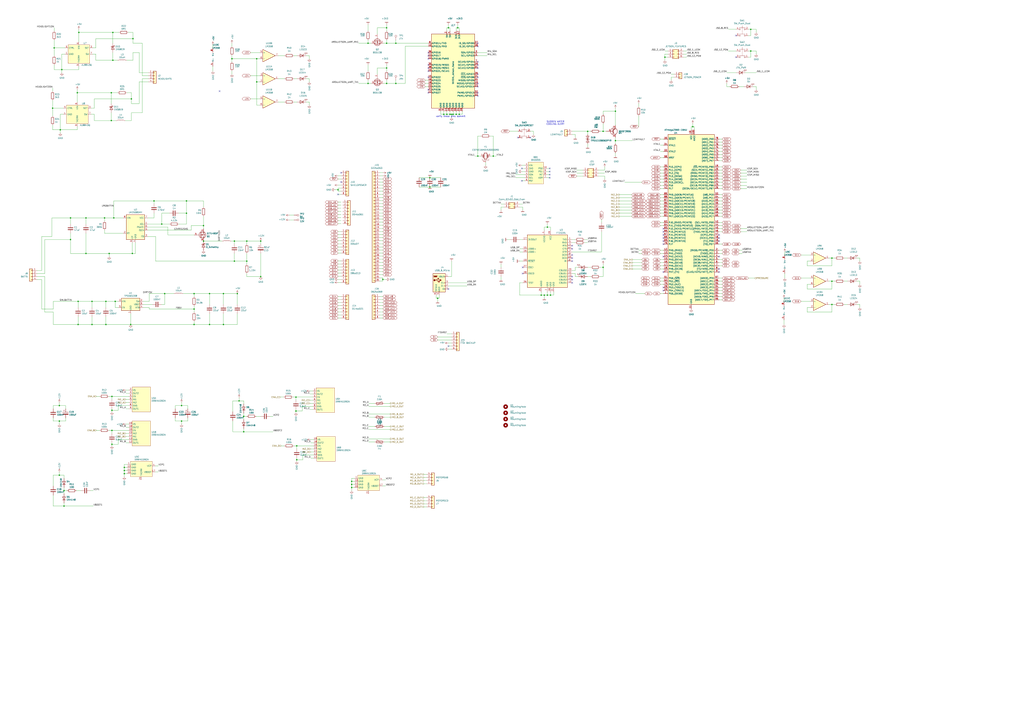
<source format=kicad_sch>
(kicad_sch (version 20200618) (host eeschema "5.99.0-unknown-1463dd1~101~ubuntu20.04.1")
  (page 1 1)
  (paper "A1")
  (title_block (title "BOTTOMFEEDER") (date "2020-05-02") (rev "A") (company "UCF EECS Senior Design; Spring/Summer 2020") (comment 1 "Tyler Rose") (comment 2 "Sarah Reim") (comment 3 "T Davis") (comment 4 "John Cope"))
  (lib_symbols
    (symbol "Amplifier_Operational:LM358" (pin_names (offset 0.127))
      (property "Reference" "U" (at 0 5.08 0))
      (property "Value" "LM358" (at 0 -5.08 0))
      (symbol "LM358_1_1"
        (pin output line (at 7.62 0 180) (length 2.54) (name "~") (number "1"))
        (pin input line (at -7.62 -2.54 0) (length 2.54) (name "-") (number "2"))
        (pin input line (at -7.62 2.54 0) (length 2.54) (name "+") (number "3"))
      )
      (symbol "LM358_2_1"
        (pin input line (at -7.62 2.54 0) (length 2.54) (name "+") (number "5"))
        (pin input line (at -7.62 -2.54 0) (length 2.54) (name "-") (number "6"))
        (pin output line (at 7.62 0 180) (length 2.54) (name "~") (number "7"))
      )
      (symbol "LM358_3_1"
        (pin power_in line (at -2.54 -7.62 90) (length 3.81) (name "V-") (number "4"))
        (pin power_in line (at -2.54 7.62 270) (length 3.81) (name "V+") (number "8"))
      )
    )
    (symbol "Connector:Raspberry_Pi_2_3"
      (property "Reference" "J" (at -17.78 31.75 0))
      (property "Value" "Raspberry_Pi_2_3" (at 10.16 -31.75 0))
      (symbol "Raspberry_Pi_2_3_1_1"
        (pin power_in line (at 2.54 33.02 270) (length 2.54) (name "3V3") (number "1"))
        (pin bidirectional line (at -20.32 20.32 0) (length 2.54) (name "GPIO15/RXD") (number "10"))
        (pin bidirectional line (at -20.32 12.7 0) (length 2.54) (name "GPIO17") (number "11"))
        (pin bidirectional line (at -20.32 10.16 0) (length 2.54) (name "GPIO18/PWM0") (number "12"))
        (pin bidirectional line (at -20.32 -17.78 0) (length 2.54) (name "GPIO27") (number "13"))
        (pin power_in line (at -5.08 -33.02 90) (length 2.54) (name "GND") (number "14"))
        (pin bidirectional line (at -20.32 -5.08 0) (length 2.54) (name "GPIO22") (number "15"))
        (pin bidirectional line (at -20.32 -7.62 0) (length 2.54) (name "GPIO23") (number "16"))
        (pin power_in line (at 5.08 33.02 270) (length 2.54) (name "3V3") (number "17"))
        (pin bidirectional line (at -20.32 -10.16 0) (length 2.54) (name "GPIO24") (number "18"))
        (pin bidirectional line (at 20.32 -10.16 180) (length 2.54) (name "MOSI0/GPIO10") (number "19"))
        (pin power_in line (at -5.08 33.02 270) (length 2.54) (name "5V") (number "2"))
        (pin power_in line (at -2.54 -33.02 90) (length 2.54) (name "GND") (number "20"))
        (pin bidirectional line (at 20.32 -7.62 180) (length 2.54) (name "MISO0/GPIO9") (number "21"))
        (pin bidirectional line (at -20.32 -12.7 0) (length 2.54) (name "GPIO25") (number "22"))
        (pin bidirectional line (at 20.32 -12.7 180) (length 2.54) (name "SCLK0/GPIO11") (number "23"))
        (pin bidirectional line (at 20.32 -5.08 180) (length 2.54) (name "~CE0~/GPIO8") (number "24"))
        (pin power_in line (at 0 -33.02 90) (length 2.54) (name "GND") (number "25"))
        (pin bidirectional line (at 20.32 -2.54 180) (length 2.54) (name "~CE1~/GPIO7") (number "26"))
        (pin bidirectional line (at 20.32 22.86 180) (length 2.54) (name "ID_SD/GPIO0") (number "27"))
        (pin bidirectional line (at 20.32 20.32 180) (length 2.54) (name "ID_SC/GPIO1") (number "28"))
        (pin bidirectional line (at 20.32 5.08 180) (length 2.54) (name "GCLK1/GPIO5") (number "29"))
        (pin bidirectional line (at 20.32 15.24 180) (length 2.54) (name "SDA/GPIO2") (number "3"))
        (pin power_in line (at 2.54 -33.02 90) (length 2.54) (name "GND") (number "30"))
        (pin bidirectional line (at 20.32 2.54 180) (length 2.54) (name "GCLK2/GPIO6") (number "31"))
        (pin bidirectional line (at 20.32 -17.78 180) (length 2.54) (name "PWM0/GPIO12") (number "32"))
        (pin bidirectional line (at 20.32 -20.32 180) (length 2.54) (name "PWM1/GPIO13") (number "33"))
        (pin power_in line (at 5.08 -33.02 90) (length 2.54) (name "GND") (number "34"))
        (pin bidirectional line (at -20.32 5.08 0) (length 2.54) (name "GPIO19/MISO1") (number "35"))
        (pin bidirectional line (at -20.32 15.24 0) (length 2.54) (name "GPIO16") (number "36"))
        (pin bidirectional line (at -20.32 -15.24 0) (length 2.54) (name "GPIO26") (number "37"))
        (pin bidirectional line (at -20.32 2.54 0) (length 2.54) (name "GPIO20/MOSI1") (number "38"))
        (pin power_in line (at 7.62 -33.02 90) (length 2.54) (name "GND") (number "39"))
        (pin power_in line (at -2.54 33.02 270) (length 2.54) (name "5V") (number "4"))
        (pin bidirectional line (at -20.32 0 0) (length 2.54) (name "GPIO21/SCLK1") (number "40"))
        (pin bidirectional line (at 20.32 12.7 180) (length 2.54) (name "SCL/GPIO3") (number "5"))
        (pin power_in line (at -10.16 -33.02 90) (length 2.54) (name "GND") (number "6"))
        (pin bidirectional line (at 20.32 7.62 180) (length 2.54) (name "GCLK0/GPIO4") (number "7"))
        (pin bidirectional line (at -20.32 22.86 0) (length 2.54) (name "GPIO14/TXD") (number "8"))
        (pin power_in line (at -7.62 -33.02 90) (length 2.54) (name "GND") (number "9"))
      )
    )
    (symbol "Connector:TestPoint" (pin_numbers hide) (pin_names (offset 0.762) hide)
      (property "Reference" "TP" (at 0 6.858 0))
      (property "Value" "TestPoint" (at 0 5.08 0))
      (symbol "TestPoint_1_1"
        (pin passive line (at 0 0 90) (length 2.54) (name "1") (number "1"))
      )
    )
    (symbol "Connector:TestPoint_1" (pin_numbers hide) (pin_names (offset 0.762) hide)
      (property "Reference" "TP" (at 0 6.858 0))
      (property "Value" "TestPoint" (at 0 5.08 0))
      (symbol "TestPoint_1_1_1"
        (pin passive line (at 0 0 90) (length 2.54) (name "1") (number "1"))
      )
    )
    (symbol "Connector:TestPoint_2" (pin_numbers hide) (pin_names (offset 0.762) hide)
      (property "Reference" "TP" (at 0 6.858 0))
      (property "Value" "TestPoint" (at 0 5.08 0))
      (symbol "TestPoint_2_1_1"
        (pin passive line (at 0 0 90) (length 2.54) (name "1") (number "1"))
      )
    )
    (symbol "Connector:USB_B_Micro"
      (property "Reference" "J" (at -5.08 11.43 0))
      (property "Value" "USB_B_Micro" (at -5.08 8.89 0))
      (symbol "USB_B_Micro_1_1"
        (pin power_out line (at 7.62 5.08 180) (length 2.54) (name "VBUS") (number "1"))
        (pin passive line (at 7.62 -2.54 180) (length 2.54) (name "D-") (number "2"))
        (pin passive line (at 7.62 0 180) (length 2.54) (name "D+") (number "3"))
        (pin passive line (at 7.62 -5.08 180) (length 2.54) (name "ID") (number "4"))
        (pin power_out line (at 0 -10.16 90) (length 2.54) (name "GND") (number "5"))
        (pin passive line (at -2.54 -10.16 90) (length 2.54) (name "Shield") (number "6"))
      )
    )
    (symbol "Connector_Generic:Conn_01x02_1" (pin_names hide)
      (property "Reference" "J" (at 0 2.54 0))
      (property "Value" "Conn_01x02" (at 0 -5.08 0))
      (symbol "Conn_01x02_1_1_1"
        (pin passive line (at -5.08 0 0) (length 3.81) (name "Pin_1") (number "1"))
        (pin passive line (at -5.08 -2.54 0) (length 3.81) (name "Pin_2") (number "2"))
      )
    )
    (symbol "Connector_Generic:Conn_01x02_2" (pin_names hide)
      (property "Reference" "J" (at 0 2.54 0))
      (property "Value" "Conn_01x02" (at 0 -5.08 0))
      (symbol "Conn_01x02_2_1_1"
        (pin passive line (at -5.08 0 0) (length 3.81) (name "Pin_1") (number "1"))
        (pin passive line (at -5.08 -2.54 0) (length 3.81) (name "Pin_2") (number "2"))
      )
    )
    (symbol "Connector_Generic:Conn_01x04" (pin_names hide)
      (property "Reference" "J" (at 0 5.08 0))
      (property "Value" "Conn_01x04" (at 0 -7.62 0))
      (symbol "Conn_01x04_1_1"
        (pin passive line (at -5.08 2.54 0) (length 3.81) (name "Pin_1") (number "1"))
        (pin passive line (at -5.08 0 0) (length 3.81) (name "Pin_2") (number "2"))
        (pin passive line (at -5.08 -2.54 0) (length 3.81) (name "Pin_3") (number "3"))
        (pin passive line (at -5.08 -5.08 0) (length 3.81) (name "Pin_4") (number "4"))
      )
    )
    (symbol "Connector_Generic:Conn_01x06" (pin_names hide)
      (property "Reference" "J" (at 0 7.62 0))
      (property "Value" "Conn_01x06" (at 0 -10.16 0))
      (symbol "Conn_01x06_1_1"
        (pin passive line (at -5.08 5.08 0) (length 3.81) (name "Pin_1") (number "1"))
        (pin passive line (at -5.08 2.54 0) (length 3.81) (name "Pin_2") (number "2"))
        (pin passive line (at -5.08 0 0) (length 3.81) (name "Pin_3") (number "3"))
        (pin passive line (at -5.08 -2.54 0) (length 3.81) (name "Pin_4") (number "4"))
        (pin passive line (at -5.08 -5.08 0) (length 3.81) (name "Pin_5") (number "5"))
        (pin passive line (at -5.08 -7.62 0) (length 3.81) (name "Pin_6") (number "6"))
      )
    )
    (symbol "Connector_Generic:Conn_01x08" (pin_names hide)
      (property "Reference" "J" (at 0 10.16 0))
      (property "Value" "Conn_01x08" (at 0 -12.7 0))
      (symbol "Conn_01x08_1_1"
        (pin passive line (at -5.08 7.62 0) (length 3.81) (name "Pin_1") (number "1"))
        (pin passive line (at -5.08 5.08 0) (length 3.81) (name "Pin_2") (number "2"))
        (pin passive line (at -5.08 2.54 0) (length 3.81) (name "Pin_3") (number "3"))
        (pin passive line (at -5.08 0 0) (length 3.81) (name "Pin_4") (number "4"))
        (pin passive line (at -5.08 -2.54 0) (length 3.81) (name "Pin_5") (number "5"))
        (pin passive line (at -5.08 -5.08 0) (length 3.81) (name "Pin_6") (number "6"))
        (pin passive line (at -5.08 -7.62 0) (length 3.81) (name "Pin_7") (number "7"))
        (pin passive line (at -5.08 -10.16 0) (length 3.81) (name "Pin_8") (number "8"))
      )
    )
    (symbol "Connector_Generic:Conn_01x36" (pin_names hide)
      (property "Reference" "J" (at 0 45.72 0))
      (property "Value" "Conn_01x36" (at 0 -48.26 0))
      (symbol "Conn_01x36_1_1"
        (pin passive line (at -5.08 43.18 0) (length 3.81) (name "Pin_1") (number "1"))
        (pin passive line (at -5.08 20.32 0) (length 3.81) (name "Pin_10") (number "10"))
        (pin passive line (at -5.08 17.78 0) (length 3.81) (name "Pin_11") (number "11"))
        (pin passive line (at -5.08 15.24 0) (length 3.81) (name "Pin_12") (number "12"))
        (pin passive line (at -5.08 12.7 0) (length 3.81) (name "Pin_13") (number "13"))
        (pin passive line (at -5.08 10.16 0) (length 3.81) (name "Pin_14") (number "14"))
        (pin passive line (at -5.08 7.62 0) (length 3.81) (name "Pin_15") (number "15"))
        (pin passive line (at -5.08 5.08 0) (length 3.81) (name "Pin_16") (number "16"))
        (pin passive line (at -5.08 2.54 0) (length 3.81) (name "Pin_17") (number "17"))
        (pin passive line (at -5.08 0 0) (length 3.81) (name "Pin_18") (number "18"))
        (pin passive line (at -5.08 -2.54 0) (length 3.81) (name "Pin_19") (number "19"))
        (pin passive line (at -5.08 40.64 0) (length 3.81) (name "Pin_2") (number "2"))
        (pin passive line (at -5.08 -5.08 0) (length 3.81) (name "Pin_20") (number "20"))
        (pin passive line (at -5.08 -7.62 0) (length 3.81) (name "Pin_21") (number "21"))
        (pin passive line (at -5.08 -10.16 0) (length 3.81) (name "Pin_22") (number "22"))
        (pin passive line (at -5.08 -12.7 0) (length 3.81) (name "Pin_23") (number "23"))
        (pin passive line (at -5.08 -15.24 0) (length 3.81) (name "Pin_24") (number "24"))
        (pin passive line (at -5.08 -17.78 0) (length 3.81) (name "Pin_25") (number "25"))
        (pin passive line (at -5.08 -20.32 0) (length 3.81) (name "Pin_26") (number "26"))
        (pin passive line (at -5.08 -22.86 0) (length 3.81) (name "Pin_27") (number "27"))
        (pin passive line (at -5.08 -25.4 0) (length 3.81) (name "Pin_28") (number "28"))
        (pin passive line (at -5.08 -27.94 0) (length 3.81) (name "Pin_29") (number "29"))
        (pin passive line (at -5.08 38.1 0) (length 3.81) (name "Pin_3") (number "3"))
        (pin passive line (at -5.08 -30.48 0) (length 3.81) (name "Pin_30") (number "30"))
        (pin passive line (at -5.08 -33.02 0) (length 3.81) (name "Pin_31") (number "31"))
        (pin passive line (at -5.08 -35.56 0) (length 3.81) (name "Pin_32") (number "32"))
        (pin passive line (at -5.08 -38.1 0) (length 3.81) (name "Pin_33") (number "33"))
        (pin passive line (at -5.08 -40.64 0) (length 3.81) (name "Pin_34") (number "34"))
        (pin passive line (at -5.08 -43.18 0) (length 3.81) (name "Pin_35") (number "35"))
        (pin passive line (at -5.08 -45.72 0) (length 3.81) (name "Pin_36") (number "36"))
        (pin passive line (at -5.08 35.56 0) (length 3.81) (name "Pin_4") (number "4"))
        (pin passive line (at -5.08 33.02 0) (length 3.81) (name "Pin_5") (number "5"))
        (pin passive line (at -5.08 30.48 0) (length 3.81) (name "Pin_6") (number "6"))
        (pin passive line (at -5.08 27.94 0) (length 3.81) (name "Pin_7") (number "7"))
        (pin passive line (at -5.08 25.4 0) (length 3.81) (name "Pin_8") (number "8"))
        (pin passive line (at -5.08 22.86 0) (length 3.81) (name "Pin_9") (number "9"))
      )
    )
    (symbol "Connector_Generic:Conn_02x02_Odd_Even" (pin_names hide)
      (property "Reference" "J" (at 1.27 2.54 0))
      (property "Value" "Conn_02x02_Odd_Even" (at 1.27 -5.08 0))
      (symbol "Conn_02x02_Odd_Even_1_1"
        (pin passive line (at -5.08 0 0) (length 3.81) (name "Pin_1") (number "1"))
        (pin passive line (at 7.62 0 180) (length 3.81) (name "Pin_2") (number "2"))
        (pin passive line (at -5.08 -2.54 0) (length 3.81) (name "Pin_3") (number "3"))
        (pin passive line (at 7.62 -2.54 180) (length 3.81) (name "Pin_4") (number "4"))
      )
    )
    (symbol "Connector_Generic:Conn_02x03_Odd_Even" (pin_names hide)
      (property "Reference" "J" (at 1.27 5.08 0))
      (property "Value" "Conn_02x03_Odd_Even" (at 1.27 -5.08 0))
      (symbol "Conn_02x03_Odd_Even_1_1"
        (pin passive line (at -5.08 2.54 0) (length 3.81) (name "Pin_1") (number "1"))
        (pin passive line (at 7.62 2.54 180) (length 3.81) (name "Pin_2") (number "2"))
        (pin passive line (at -5.08 0 0) (length 3.81) (name "Pin_3") (number "3"))
        (pin passive line (at 7.62 0 180) (length 3.81) (name "Pin_4") (number "4"))
        (pin passive line (at -5.08 -2.54 0) (length 3.81) (name "Pin_5") (number "5"))
        (pin passive line (at 7.62 -2.54 180) (length 3.81) (name "Pin_6") (number "6"))
      )
    )
    (symbol "Device:C" (pin_numbers hide) (pin_names (offset 0.254))
      (property "Reference" "C" (at 0.635 2.54 0))
      (property "Value" "C" (at 0.635 -2.54 0))
      (symbol "C_1_1"
        (pin passive line (at 0 3.81 270) (length 2.794) (name "~") (number "1"))
        (pin passive line (at 0 -3.81 90) (length 2.794) (name "~") (number "2"))
      )
    )
    (symbol "Device:CP" (pin_numbers hide) (pin_names (offset 0.254))
      (property "Reference" "C" (at 0.635 2.54 0))
      (property "Value" "CP" (at 0.635 -2.54 0))
      (symbol "CP_1_1"
        (pin passive line (at 0 3.81 270) (length 2.794) (name "~") (number "1"))
        (pin passive line (at 0 -3.81 90) (length 2.794) (name "~") (number "2"))
      )
    )
    (symbol "Device:C_1" (pin_numbers hide) (pin_names (offset 0.254))
      (property "Reference" "C" (at 0.635 2.54 0))
      (property "Value" "C" (at 0.635 -2.54 0))
      (symbol "C_1_1_1"
        (pin passive line (at 0 3.81 270) (length 2.794) (name "~") (number "1"))
        (pin passive line (at 0 -3.81 90) (length 2.794) (name "~") (number "2"))
      )
    )
    (symbol "Device:C_2" (pin_numbers hide) (pin_names (offset 0.254))
      (property "Reference" "C" (at 0.635 2.54 0))
      (property "Value" "C" (at 0.635 -2.54 0))
      (symbol "C_2_1_1"
        (pin passive line (at 0 3.81 270) (length 2.794) (name "~") (number "1"))
        (pin passive line (at 0 -3.81 90) (length 2.794) (name "~") (number "2"))
      )
    )
    (symbol "Device:C_3" (pin_numbers hide) (pin_names (offset 0.254))
      (property "Reference" "C" (at 0.635 2.54 0))
      (property "Value" "C" (at 0.635 -2.54 0))
      (symbol "C_3_1_1"
        (pin passive line (at 0 3.81 270) (length 2.794) (name "~") (number "1"))
        (pin passive line (at 0 -3.81 90) (length 2.794) (name "~") (number "2"))
      )
    )
    (symbol "Device:C_4" (pin_numbers hide) (pin_names (offset 0.254))
      (property "Reference" "C" (at 0.635 2.54 0))
      (property "Value" "C" (at 0.635 -2.54 0))
      (symbol "C_4_1_1"
        (pin passive line (at 0 3.81 270) (length 2.794) (name "~") (number "1"))
        (pin passive line (at 0 -3.81 90) (length 2.794) (name "~") (number "2"))
      )
    )
    (symbol "Device:C_5" (pin_numbers hide) (pin_names (offset 0.254))
      (property "Reference" "C" (at 0.635 2.54 0))
      (property "Value" "C" (at 0.635 -2.54 0))
      (symbol "C_5_1_1"
        (pin passive line (at 0 3.81 270) (length 2.794) (name "~") (number "1"))
        (pin passive line (at 0 -3.81 90) (length 2.794) (name "~") (number "2"))
      )
    )
    (symbol "Device:Crystal_GND2" (pin_names hide)
      (property "Reference" "Y" (at 0 5.715 0))
      (property "Value" "Crystal_GND2" (at 0 3.81 0))
      (symbol "Crystal_GND2_1_1"
        (pin passive line (at -3.81 0 0) (length 1.27) (name "1") (number "1"))
        (pin passive line (at 0 -5.08 90) (length 1.27) (name "2") (number "2"))
        (pin passive line (at 3.81 0 180) (length 1.27) (name "3") (number "3"))
      )
    )
    (symbol "Device:D" (pin_numbers hide) (pin_names hide)
      (property "Reference" "D" (at 0 2.54 0))
      (property "Value" "D" (at 0 -2.54 0))
      (symbol "D_1_1"
        (pin passive line (at -3.81 0 0) (length 2.54) (name "K") (number "1"))
        (pin passive line (at 3.81 0 180) (length 2.54) (name "A") (number "2"))
      )
    )
    (symbol "Device:D_Schottky" (pin_numbers hide) (pin_names hide)
      (property "Reference" "D" (at 0 2.54 0))
      (property "Value" "D_Schottky" (at 0 -2.54 0))
      (symbol "D_Schottky_1_1"
        (pin passive line (at -3.81 0 0) (length 2.54) (name "K") (number "1"))
        (pin passive line (at 3.81 0 180) (length 2.54) (name "A") (number "2"))
      )
    )
    (symbol "Device:L" (pin_numbers hide) (pin_names hide)
      (property "Reference" "L" (at -1.27 0 90))
      (property "Value" "L" (at 1.905 0 90))
      (symbol "L_1_1"
        (pin passive line (at 0 3.81 270) (length 1.27) (name "1") (number "1"))
        (pin passive line (at 0 -3.81 90) (length 1.27) (name "2") (number "2"))
      )
    )
    (symbol "Device:LED" (pin_numbers hide) (pin_names hide)
      (property "Reference" "D" (at 0 2.54 0))
      (property "Value" "LED" (at 0 -2.54 0))
      (symbol "LED_1_1"
        (pin passive line (at -3.81 0 0) (length 2.54) (name "K") (number "1"))
        (pin passive line (at 3.81 0 180) (length 2.54) (name "A") (number "2"))
      )
    )
    (symbol "Device:LED_1" (pin_numbers hide) (pin_names hide)
      (property "Reference" "D" (at 0 2.54 0))
      (property "Value" "LED" (at 0 -2.54 0))
      (symbol "LED_1_1_1"
        (pin passive line (at -3.81 0 0) (length 2.54) (name "K") (number "1"))
        (pin passive line (at 3.81 0 180) (length 2.54) (name "A") (number "2"))
      )
    )
    (symbol "Device:LED_2" (pin_numbers hide) (pin_names hide)
      (property "Reference" "D" (at 0 2.54 0))
      (property "Value" "LED" (at 0 -2.54 0))
      (symbol "LED_2_1_1"
        (pin passive line (at -3.81 0 0) (length 2.54) (name "K") (number "1"))
        (pin passive line (at 3.81 0 180) (length 2.54) (name "A") (number "2"))
      )
    )
    (symbol "Device:LED_3" (pin_numbers hide) (pin_names hide)
      (property "Reference" "D" (at 0 2.54 0))
      (property "Value" "LED" (at 0 -2.54 0))
      (symbol "LED_3_1_1"
        (pin passive line (at -3.81 0 0) (length 2.54) (name "K") (number "1"))
        (pin passive line (at 3.81 0 180) (length 2.54) (name "A") (number "2"))
      )
    )
    (symbol "Device:LED_4" (pin_numbers hide) (pin_names hide)
      (property "Reference" "D" (at 0 2.54 0))
      (property "Value" "LED" (at 0 -2.54 0))
      (symbol "LED_4_1_1"
        (pin passive line (at -3.81 0 0) (length 2.54) (name "K") (number "1"))
        (pin passive line (at 3.81 0 180) (length 2.54) (name "A") (number "2"))
      )
    )
    (symbol "Device:LED_5" (pin_numbers hide) (pin_names hide)
      (property "Reference" "D" (at 0 2.54 0))
      (property "Value" "LED" (at 0 -2.54 0))
      (symbol "LED_5_1_1"
        (pin passive line (at -3.81 0 0) (length 2.54) (name "K") (number "1"))
        (pin passive line (at 3.81 0 180) (length 2.54) (name "A") (number "2"))
      )
    )
    (symbol "Device:LED_6" (pin_numbers hide) (pin_names hide)
      (property "Reference" "D" (at 0 2.54 0))
      (property "Value" "LED" (at 0 -2.54 0))
      (symbol "LED_6_1_1"
        (pin passive line (at -3.81 0 0) (length 2.54) (name "K") (number "1"))
        (pin passive line (at 3.81 0 180) (length 2.54) (name "A") (number "2"))
      )
    )
    (symbol "Device:LED_7" (pin_numbers hide) (pin_names hide)
      (property "Reference" "D" (at 0 2.54 0))
      (property "Value" "LED" (at 0 -2.54 0))
      (symbol "LED_7_1_1"
        (pin passive line (at -3.81 0 0) (length 2.54) (name "K") (number "1"))
        (pin passive line (at 3.81 0 180) (length 2.54) (name "A") (number "2"))
      )
    )
    (symbol "Device:LED_8" (pin_numbers hide) (pin_names hide)
      (property "Reference" "D" (at 0 2.54 0))
      (property "Value" "LED" (at 0 -2.54 0))
      (symbol "LED_8_1_1"
        (pin passive line (at -3.81 0 0) (length 2.54) (name "K") (number "1"))
        (pin passive line (at 3.81 0 180) (length 2.54) (name "A") (number "2"))
      )
    )
    (symbol "Device:L_1" (pin_numbers hide) (pin_names hide)
      (property "Reference" "L" (at -1.27 0 90))
      (property "Value" "L" (at 1.905 0 90))
      (symbol "L_1_1_1"
        (pin passive line (at 0 3.81 270) (length 1.27) (name "1") (number "1"))
        (pin passive line (at 0 -3.81 90) (length 1.27) (name "2") (number "2"))
      )
    )
    (symbol "Device:L_2" (pin_numbers hide) (pin_names hide)
      (property "Reference" "L" (at -1.27 0 90))
      (property "Value" "L" (at 1.905 0 90))
      (symbol "L_2_1_1"
        (pin passive line (at 0 3.81 270) (length 1.27) (name "1") (number "1"))
        (pin passive line (at 0 -3.81 90) (length 1.27) (name "2") (number "2"))
      )
    )
    (symbol "Device:Polyfuse" (pin_numbers hide) (pin_names (offset 0))
      (property "Reference" "F" (at -2.54 0 90))
      (property "Value" "Polyfuse" (at 2.54 0 90))
      (symbol "Polyfuse_1_1"
        (pin passive line (at 0 3.81 270) (length 1.27) (name "~") (number "1"))
        (pin passive line (at 0 -3.81 90) (length 1.27) (name "~") (number "2"))
      )
    )
    (symbol "Device:R" (pin_numbers hide) (pin_names (offset 0))
      (property "Reference" "R" (at 2.032 0 90))
      (property "Value" "R" (at 0 0 90))
      (symbol "R_1_1"
        (pin passive line (at 0 3.81 270) (length 1.27) (name "~") (number "1"))
        (pin passive line (at 0 -3.81 90) (length 1.27) (name "~") (number "2"))
      )
    )
    (symbol "Device:R_1" (pin_numbers hide) (pin_names (offset 0))
      (property "Reference" "R" (at 2.032 0 90))
      (property "Value" "R" (at 0 0 90))
      (symbol "R_1_1_1"
        (pin passive line (at 0 3.81 270) (length 1.27) (name "~") (number "1"))
        (pin passive line (at 0 -3.81 90) (length 1.27) (name "~") (number "2"))
      )
    )
    (symbol "Device:R_10" (pin_numbers hide) (pin_names (offset 0))
      (property "Reference" "R" (at 2.032 0 90))
      (property "Value" "R" (at 0 0 90))
      (symbol "R_10_1_1"
        (pin passive line (at 0 3.81 270) (length 1.27) (name "~") (number "1"))
        (pin passive line (at 0 -3.81 90) (length 1.27) (name "~") (number "2"))
      )
    )
    (symbol "Device:R_11" (pin_numbers hide) (pin_names (offset 0))
      (property "Reference" "R" (at 2.032 0 90))
      (property "Value" "R" (at 0 0 90))
      (symbol "R_11_1_1"
        (pin passive line (at 0 3.81 270) (length 1.27) (name "~") (number "1"))
        (pin passive line (at 0 -3.81 90) (length 1.27) (name "~") (number "2"))
      )
    )
    (symbol "Device:R_12" (pin_numbers hide) (pin_names (offset 0))
      (property "Reference" "R" (at 2.032 0 90))
      (property "Value" "R" (at 0 0 90))
      (symbol "R_12_1_1"
        (pin passive line (at 0 3.81 270) (length 1.27) (name "~") (number "1"))
        (pin passive line (at 0 -3.81 90) (length 1.27) (name "~") (number "2"))
      )
    )
    (symbol "Device:R_13" (pin_numbers hide) (pin_names (offset 0))
      (property "Reference" "R" (at 2.032 0 90))
      (property "Value" "R" (at 0 0 90))
      (symbol "R_13_1_1"
        (pin passive line (at 0 3.81 270) (length 1.27) (name "~") (number "1"))
        (pin passive line (at 0 -3.81 90) (length 1.27) (name "~") (number "2"))
      )
    )
    (symbol "Device:R_14" (pin_numbers hide) (pin_names (offset 0))
      (property "Reference" "R" (at 2.032 0 90))
      (property "Value" "R" (at 0 0 90))
      (symbol "R_14_1_1"
        (pin passive line (at 0 3.81 270) (length 1.27) (name "~") (number "1"))
        (pin passive line (at 0 -3.81 90) (length 1.27) (name "~") (number "2"))
      )
    )
    (symbol "Device:R_15" (pin_numbers hide) (pin_names (offset 0))
      (property "Reference" "R" (at 2.032 0 90))
      (property "Value" "R" (at 0 0 90))
      (symbol "R_15_1_1"
        (pin passive line (at 0 3.81 270) (length 1.27) (name "~") (number "1"))
        (pin passive line (at 0 -3.81 90) (length 1.27) (name "~") (number "2"))
      )
    )
    (symbol "Device:R_16" (pin_numbers hide) (pin_names (offset 0))
      (property "Reference" "R" (at 2.032 0 90))
      (property "Value" "R" (at 0 0 90))
      (symbol "R_16_1_1"
        (pin passive line (at 0 3.81 270) (length 1.27) (name "~") (number "1"))
        (pin passive line (at 0 -3.81 90) (length 1.27) (name "~") (number "2"))
      )
    )
    (symbol "Device:R_17" (pin_numbers hide) (pin_names (offset 0))
      (property "Reference" "R" (at 2.032 0 90))
      (property "Value" "R" (at 0 0 90))
      (symbol "R_17_1_1"
        (pin passive line (at 0 3.81 270) (length 1.27) (name "~") (number "1"))
        (pin passive line (at 0 -3.81 90) (length 1.27) (name "~") (number "2"))
      )
    )
    (symbol "Device:R_18" (pin_numbers hide) (pin_names (offset 0))
      (property "Reference" "R" (at 2.032 0 90))
      (property "Value" "R" (at 0 0 90))
      (symbol "R_18_1_1"
        (pin passive line (at 0 3.81 270) (length 1.27) (name "~") (number "1"))
        (pin passive line (at 0 -3.81 90) (length 1.27) (name "~") (number "2"))
      )
    )
    (symbol "Device:R_19" (pin_numbers hide) (pin_names (offset 0))
      (property "Reference" "R" (at 2.032 0 90))
      (property "Value" "R" (at 0 0 90))
      (symbol "R_19_1_1"
        (pin passive line (at 0 3.81 270) (length 1.27) (name "~") (number "1"))
        (pin passive line (at 0 -3.81 90) (length 1.27) (name "~") (number "2"))
      )
    )
    (symbol "Device:R_20" (pin_numbers hide) (pin_names (offset 0))
      (property "Reference" "R" (at 2.032 0 90))
      (property "Value" "R" (at 0 0 90))
      (symbol "R_20_1_1"
        (pin passive line (at 0 3.81 270) (length 1.27) (name "~") (number "1"))
        (pin passive line (at 0 -3.81 90) (length 1.27) (name "~") (number "2"))
      )
    )
    (symbol "Device:R_3" (pin_numbers hide) (pin_names (offset 0))
      (property "Reference" "R" (at 2.032 0 90))
      (property "Value" "R" (at 0 0 90))
      (symbol "R_3_1_1"
        (pin passive line (at 0 3.81 270) (length 1.27) (name "~") (number "1"))
        (pin passive line (at 0 -3.81 90) (length 1.27) (name "~") (number "2"))
      )
    )
    (symbol "Device:R_4" (pin_numbers hide) (pin_names (offset 0))
      (property "Reference" "R" (at 2.032 0 90))
      (property "Value" "R" (at 0 0 90))
      (symbol "R_4_1_1"
        (pin passive line (at 0 3.81 270) (length 1.27) (name "~") (number "1"))
        (pin passive line (at 0 -3.81 90) (length 1.27) (name "~") (number "2"))
      )
    )
    (symbol "Device:R_5" (pin_numbers hide) (pin_names (offset 0))
      (property "Reference" "R" (at 2.032 0 90))
      (property "Value" "R" (at 0 0 90))
      (symbol "R_5_1_1"
        (pin passive line (at 0 3.81 270) (length 1.27) (name "~") (number "1"))
        (pin passive line (at 0 -3.81 90) (length 1.27) (name "~") (number "2"))
      )
    )
    (symbol "Device:R_6" (pin_numbers hide) (pin_names (offset 0))
      (property "Reference" "R" (at 2.032 0 90))
      (property "Value" "R" (at 0 0 90))
      (symbol "R_6_1_1"
        (pin passive line (at 0 3.81 270) (length 1.27) (name "~") (number "1"))
        (pin passive line (at 0 -3.81 90) (length 1.27) (name "~") (number "2"))
      )
    )
    (symbol "Device:R_7" (pin_numbers hide) (pin_names (offset 0))
      (property "Reference" "R" (at 2.032 0 90))
      (property "Value" "R" (at 0 0 90))
      (symbol "R_7_1_1"
        (pin passive line (at 0 3.81 270) (length 1.27) (name "~") (number "1"))
        (pin passive line (at 0 -3.81 90) (length 1.27) (name "~") (number "2"))
      )
    )
    (symbol "Device:R_8" (pin_numbers hide) (pin_names (offset 0))
      (property "Reference" "R" (at 2.032 0 90))
      (property "Value" "R" (at 0 0 90))
      (symbol "R_8_1_1"
        (pin passive line (at 0 3.81 270) (length 1.27) (name "~") (number "1"))
        (pin passive line (at 0 -3.81 90) (length 1.27) (name "~") (number "2"))
      )
    )
    (symbol "Device:R_9" (pin_numbers hide) (pin_names (offset 0))
      (property "Reference" "R" (at 2.032 0 90))
      (property "Value" "R" (at 0 0 90))
      (symbol "R_9_1_1"
        (pin passive line (at 0 3.81 270) (length 1.27) (name "~") (number "1"))
        (pin passive line (at 0 -3.81 90) (length 1.27) (name "~") (number "2"))
      )
    )
    (symbol "Diode:1N5819" (pin_numbers hide) (pin_names hide)
      (property "Reference" "D" (at 0 2.54 0))
      (property "Value" "1N5819" (at 0 -2.54 0))
      (symbol "1N5819_1_1"
        (pin passive line (at -3.81 0 0) (length 2.54) (name "K") (number "1"))
        (pin passive line (at 3.81 0 180) (length 2.54) (name "A") (number "2"))
      )
    )
    (symbol "Diode:ESD9B5.0ST5G" (pin_numbers hide) (pin_names hide)
      (property "Reference" "D" (at 0 2.54 0))
      (property "Value" "ESD9B5.0ST5G" (at 0 -2.54 0))
      (symbol "ESD9B5.0ST5G_1_1"
        (pin passive line (at -3.81 0 0) (length 2.54) (name "A1") (number "1"))
        (pin passive line (at 3.81 0 180) (length 2.54) (name "A2") (number "2"))
      )
    )
    (symbol "Interface_USB:FT232RL" (pin_names (offset 0.508))
      (property "Reference" "U" (at -16.51 22.86 0))
      (property "Value" "FT232RL" (at 10.16 22.86 0))
      (symbol "FT232RL_1_1"
        (pin output line (at 20.32 17.78 180) (length 3.81) (name "TXD") (number "1"))
        (pin input input_low (at 20.32 2.54 180) (length 3.81) (name "DCD") (number "10"))
        (pin input input_low (at 20.32 10.16 180) (length 3.81) (name "CTS") (number "11"))
        (pin bidirectional line (at 20.32 -17.78 180) (length 3.81) (name "CBUS4") (number "12"))
        (pin bidirectional line (at 20.32 -12.7 180) (length 3.81) (name "CBUS2") (number "13"))
        (pin bidirectional line (at 20.32 -15.24 180) (length 3.81) (name "CBUS3") (number "14"))
        (pin bidirectional line (at -20.32 10.16 0) (length 3.81) (name "USBD+") (number "15"))
        (pin bidirectional line (at -20.32 7.62 0) (length 3.81) (name "USBD-") (number "16"))
        (pin power_out line (at -20.32 17.78 0) (length 3.81) (name "3V3OUT") (number "17"))
        (pin power_in line (at 2.54 -25.4 90) (length 3.81) (name "GND") (number "18"))
        (pin input line (at -20.32 0 0) (length 3.81) (name "~RESET~") (number "19"))
        (pin output output_low (at 20.32 7.62 180) (length 3.81) (name "DTR") (number "2"))
        (pin power_in line (at 2.54 25.4 270) (length 3.81) (name "VCC") (number "20"))
        (pin power_in line (at 5.08 -25.4 90) (length 3.81) (name "GND") (number "21"))
        (pin bidirectional line (at 20.32 -10.16 180) (length 3.81) (name "CBUS1") (number "22"))
        (pin bidirectional line (at 20.32 -7.62 180) (length 3.81) (name "CBUS0") (number "23"))
        (pin power_in line (at -5.08 -25.4 90) (length 3.81) (name "AGND") (number "25"))
        (pin input line (at -20.32 -17.78 0) (length 3.81) (name "TEST") (number "26"))
        (pin input line (at -20.32 -5.08 0) (length 3.81) (name "OSCI") (number "27"))
        (pin output line (at -20.32 -10.16 0) (length 3.81) (name "OSCO") (number "28"))
        (pin output output_low (at 20.32 12.7 180) (length 3.81) (name "RTS") (number "3"))
        (pin power_in line (at -2.54 25.4 270) (length 3.81) (name "VCCIO") (number "4"))
        (pin input line (at 20.32 15.24 180) (length 3.81) (name "RXD") (number "5"))
        (pin input input_low (at 20.32 0 180) (length 3.81) (name "RI") (number "6"))
        (pin power_in line (at 0 -25.4 90) (length 3.81) (name "GND") (number "7"))
        (pin input input_low (at 20.32 5.08 180) (length 3.81) (name "DCR") (number "9"))
      )
    )
    (symbol "JBC_Adafruit:BNO055"
      (property "Reference" "U" (at 0 11.43 0))
      (property "Value" "BNO055" (at 0 -11.43 0))
      (symbol "BNO055_1_1"
        (pin input line (at -8.89 6.35 0) (length 2.54) (name "VIN") (number "1"))
        (pin input line (at -8.89 3.81 0) (length 2.54) (name "3VO") (number "2"))
        (pin input line (at -8.89 1.27 0) (length 2.54) (name "GND") (number "3"))
        (pin input line (at -8.89 -1.27 0) (length 2.54) (name "SDA") (number "4"))
        (pin input line (at -8.89 -3.81 0) (length 2.54) (name "SCL") (number "5"))
        (pin input line (at -8.89 -6.35 0) (length 2.54) (name "RST") (number "6"))
        (pin input line (at 8.89 3.81 180) (length 2.54) (name "PS0") (number "10"))
        (pin input line (at 8.89 1.27 180) (length 2.54) (name "PS1") (number "9"))
        (pin input line (at 8.89 -1.27 180) (length 2.54) (name "INT") (number "8"))
        (pin input line (at 8.89 -3.81 180) (length 2.54) (name "ADR") (number "7"))
      )
    )
    (symbol "JBC_Atmel:ATmega2560-16AU" (pin_names (offset 0.508))
      (property "Reference" "U" (at 0 1.27 0))
      (property "Value" "ATmega2560-16AU" (at 0 -1.27 0))
      (symbol "ATmega2560-16AU_1_1"
        (pin bidirectional line (at -22.86 -60.96 0) (length 3.81) (name "PG5_(OC0B)") (number "1"))
        (pin power_in line (at 0 73.66 270) (length 3.81) (name "VCC") (number "10"))
        (pin power_in line (at 2.54 73.66 270) (length 3.81) (name "AVCC") (number "100"))
        (pin power_in line (at 0 -73.66 90) (length 3.81) (name "GND") (number "11"))
        (pin bidirectional line (at -22.86 -25.4 0) (length 3.81) (name "PH0_(RXD2)") (number "12"))
        (pin bidirectional line (at -22.86 -27.94 0) (length 3.81) (name "PH1_(TXD2)") (number "13"))
        (pin bidirectional line (at -22.86 -30.48 0) (length 3.81) (name "PH2_(XCK2)") (number "14"))
        (pin bidirectional line (at -22.86 -33.02 0) (length 3.81) (name "PH3_(OC4A)") (number "15"))
        (pin bidirectional line (at -22.86 -35.56 0) (length 3.81) (name "PH4_(OC4B)") (number "16"))
        (pin bidirectional line (at -22.86 -38.1 0) (length 3.81) (name "PH5_(OC4C)") (number "17"))
        (pin bidirectional line (at -22.86 -40.64 0) (length 3.81) (name "PH6_(OC2B)") (number "18"))
        (pin bidirectional line (at 22.86 43.18 180) (length 3.81) (name "(~SS~/PCINT0)_PB0") (number "19"))
        (pin bidirectional line (at 22.86 -25.4 180) (length 3.81) (name "(RXD0/PCINT8)_PE0") (number "2"))
        (pin bidirectional line (at 22.86 40.64 180) (length 3.81) (name "(SCK/PCINT1)_PB1") (number "20"))
        (pin bidirectional line (at 22.86 38.1 180) (length 3.81) (name "(MOSI/PCINT2)_PB2") (number "21"))
        (pin bidirectional line (at 22.86 35.56 180) (length 3.81) (name "(MISO/PCINT3)_PB3") (number "22"))
        (pin bidirectional line (at 22.86 33.02 180) (length 3.81) (name "(OC2A/PCINT4)_PB4") (number "23"))
        (pin bidirectional line (at 22.86 30.48 180) (length 3.81) (name "(OC1A/PCINT5)_PB5") (number "24"))
        (pin bidirectional line (at 22.86 27.94 180) (length 3.81) (name "(OC1B/PCINT6)_PB6") (number "25"))
        (pin bidirectional line (at 22.86 25.4 180) (length 3.81) (name "(OC0A/OC1C/PCINT7)_PB7") (number "26"))
        (pin bidirectional line (at -22.86 -43.18 0) (length 3.81) (name "PH7_(T4)") (number "27"))
        (pin bidirectional line (at -22.86 -55.88 0) (length 3.81) (name "PG3_(TOSC2)") (number "28"))
        (pin bidirectional line (at -22.86 -58.42 0) (length 3.81) (name "PG4_(TOSC1)") (number "29"))
        (pin bidirectional line (at 22.86 -27.94 180) (length 3.81) (name "(TXD0)_PE1") (number "3"))
        (pin input line (at -22.86 66.04 0) (length 3.81) (name "~RESET") (number "30"))
        (pin passive line (at 0 73.66 270) (length 3.81) hide (name "VCC") (number "31"))
        (pin passive line (at 0 -73.66 90) (length 3.81) hide (name "GND") (number "32"))
        (pin output line (at -22.86 55.88 0) (length 3.81) (name "XTAL2") (number "33"))
        (pin input line (at -22.86 60.96 0) (length 3.81) (name "XTAL1") (number "34"))
        (pin bidirectional line (at -22.86 43.18 0) (length 3.81) (name "PL0_(ICP4)") (number "35"))
        (pin bidirectional line (at -22.86 40.64 0) (length 3.81) (name "PL1_(ICP5)") (number "36"))
        (pin bidirectional line (at -22.86 38.1 0) (length 3.81) (name "PL2_(T5)") (number "37"))
        (pin bidirectional line (at -22.86 35.56 0) (length 3.81) (name "PL3_(OC5A)") (number "38"))
        (pin bidirectional line (at -22.86 33.02 0) (length 3.81) (name "PL4_(OC5B)") (number "39"))
        (pin bidirectional line (at 22.86 -30.48 180) (length 3.81) (name "(XCK0/AIN0)_PE2") (number "4"))
        (pin bidirectional line (at -22.86 30.48 0) (length 3.81) (name "PL5_(OC5C)_") (number "40"))
        (pin bidirectional line (at -22.86 27.94 0) (length 3.81) (name "PL6") (number "41"))
        (pin bidirectional line (at -22.86 25.4 0) (length 3.81) (name "PL7") (number "42"))
        (pin bidirectional line (at 22.86 -2.54 180) (length 3.81) (name "(SCL/INT0)_PD0") (number "43"))
        (pin bidirectional line (at 22.86 -5.08 180) (length 3.81) (name "(SDA/INT1)_PD1") (number "44"))
        (pin bidirectional line (at 22.86 -7.62 180) (length 3.81) (name "(RXD1/INT2)_PD2") (number "45"))
        (pin bidirectional line (at 22.86 -10.16 180) (length 3.81) (name "(TXD1/INT3)_PD3") (number "46"))
        (pin bidirectional line (at 22.86 -12.7 180) (length 3.81) (name "(ICP1)_PD4") (number "47"))
        (pin bidirectional line (at 22.86 -15.24 180) (length 3.81) (name "(XCK1)_PD5") (number "48"))
        (pin bidirectional line (at 22.86 -17.78 180) (length 3.81) (name "(T1)_PD6") (number "49"))
        (pin bidirectional line (at 22.86 -33.02 180) (length 3.81) (name "(OC3A/AIN1)_PE3") (number "5"))
        (pin bidirectional line (at 22.86 -20.32 180) (length 3.81) (name "(T0)_PD7") (number "50"))
        (pin bidirectional line (at -22.86 -48.26 0) (length 3.81) (name "PG0_(~WR~)") (number "51"))
        (pin bidirectional line (at -22.86 -50.8 0) (length 3.81) (name "PG1_(~RD~)") (number "52"))
        (pin bidirectional line (at 22.86 20.32 180) (length 3.81) (name "(A8)_PC0") (number "53"))
        (pin bidirectional line (at 22.86 17.78 180) (length 3.81) (name "(A9)_PC1") (number "54"))
        (pin bidirectional line (at 22.86 15.24 180) (length 3.81) (name "(A10)_PC2") (number "55"))
        (pin bidirectional line (at 22.86 12.7 180) (length 3.81) (name "(A11)_PC3") (number "56"))
        (pin bidirectional line (at 22.86 10.16 180) (length 3.81) (name "(A12)_PC4") (number "57"))
        (pin bidirectional line (at 22.86 7.62 180) (length 3.81) (name "(A13)_PC5") (number "58"))
        (pin bidirectional line (at 22.86 5.08 180) (length 3.81) (name "(A14)_PC6") (number "59"))
        (pin bidirectional line (at 22.86 -35.56 180) (length 3.81) (name "(OC3B/INT4)_PE4") (number "6"))
        (pin bidirectional line (at 22.86 2.54 180) (length 3.81) (name "(A15)_PC7") (number "60"))
        (pin passive line (at 0 73.66 270) (length 3.81) hide (name "VCC") (number "61"))
        (pin passive line (at 0 -73.66 90) (length 3.81) hide (name "GND") (number "62"))
        (pin bidirectional line (at -22.86 -2.54 0) (length 3.81) (name "PJ0_(RXD3/PCINT9)") (number "63"))
        (pin bidirectional line (at -22.86 -5.08 0) (length 3.81) (name "PJ1_(TXD3/PCINT10)") (number "64"))
        (pin bidirectional line (at -22.86 -7.62 0) (length 3.81) (name "PJ2_(XCK3/PCINT11)") (number "65"))
        (pin bidirectional line (at -22.86 -10.16 0) (length 3.81) (name "PJ3_(PCINT12)") (number "66"))
        (pin bidirectional line (at -22.86 -12.7 0) (length 3.81) (name "PJ4_(PCINT13)") (number "67"))
        (pin bidirectional line (at -22.86 -15.24 0) (length 3.81) (name "PJ5_(PCINT14)") (number "68"))
        (pin bidirectional line (at -22.86 -17.78 0) (length 3.81) (name "PJ6_(PCINT15)") (number "69"))
        (pin bidirectional line (at 22.86 -38.1 180) (length 3.81) (name "(OC3C/INT5)_PE5") (number "7"))
        (pin bidirectional line (at -22.86 -53.34 0) (length 3.81) (name "PG2_(ALE)") (number "70"))
        (pin bidirectional line (at 22.86 48.26 180) (length 3.81) (name "(AD7)_PA7") (number "71"))
        (pin bidirectional line (at 22.86 50.8 180) (length 3.81) (name "(AD6)_PA6") (number "72"))
        (pin bidirectional line (at 22.86 53.34 180) (length 3.81) (name "(AD5)_PA5") (number "73"))
        (pin bidirectional line (at 22.86 55.88 180) (length 3.81) (name "(AD4)_PA4") (number "74"))
        (pin bidirectional line (at 22.86 58.42 180) (length 3.81) (name "(AD3)_PA3") (number "75"))
        (pin bidirectional line (at 22.86 60.96 180) (length 3.81) (name "(AD2)_PA2") (number "76"))
        (pin bidirectional line (at 22.86 63.5 180) (length 3.81) (name "(AD1)_PA1") (number "77"))
        (pin bidirectional line (at 22.86 66.04 180) (length 3.81) (name "(AD0)_PA0") (number "78"))
        (pin bidirectional line (at -22.86 -20.32 0) (length 3.81) (name "PJ7") (number "79"))
        (pin bidirectional line (at 22.86 -40.64 180) (length 3.81) (name "(T3/INT6)_PE6") (number "8"))
        (pin passive line (at 0 73.66 270) (length 3.81) hide (name "VCC") (number "80"))
        (pin passive line (at 0 -73.66 90) (length 3.81) hide (name "GND") (number "81"))
        (pin bidirectional line (at -22.86 2.54 0) (length 3.81) (name "PK7_(ADC15/PCINT23)") (number "82"))
        (pin bidirectional line (at -22.86 5.08 0) (length 3.81) (name "PK6_(ADC14/PCINT22)") (number "83"))
        (pin bidirectional line (at -22.86 7.62 0) (length 3.81) (name "PK5_(ADC13/PCINT21)") (number "84"))
        (pin bidirectional line (at -22.86 10.16 0) (length 3.81) (name "PK4_(ADC12/PCINT20)") (number "85"))
        (pin bidirectional line (at -22.86 12.7 0) (length 3.81) (name "PK3_(ADC11/PCINT19)") (number "86"))
        (pin bidirectional line (at -22.86 15.24 0) (length 3.81) (name "PK2_(ADC10/PCINT18)") (number "87"))
        (pin bidirectional line (at -22.86 17.78 0) (length 3.81) (name "PK1_(ADC9/PCINT17)") (number "88"))
        (pin bidirectional line (at -22.86 20.32 0) (length 3.81) (name "PK0_(ADC8/PCINT16)") (number "89"))
        (pin bidirectional line (at 22.86 -43.18 180) (length 3.81) (name "(CLKO/ICP3/INT7)_PE7") (number "9"))
        (pin bidirectional line (at 22.86 -66.04 180) (length 3.81) (name "(ADC7/TDI)_PF7") (number "90"))
        (pin bidirectional line (at 22.86 -63.5 180) (length 3.81) (name "(ADC6/TDO)_PF6") (number "91"))
        (pin bidirectional line (at 22.86 -60.96 180) (length 3.81) (name "(ADC5/TMS)_PF5") (number "92"))
        (pin bidirectional line (at 22.86 -58.42 180) (length 3.81) (name "(ADC4/TCK)_PF4") (number "93"))
        (pin bidirectional line (at 22.86 -55.88 180) (length 3.81) (name "(ADC3)_PF3") (number "94"))
        (pin bidirectional line (at 22.86 -53.34 180) (length 3.81) (name "(ADC2)_PF2") (number "95"))
        (pin bidirectional line (at 22.86 -50.8 180) (length 3.81) (name "(ADC1)_PF1") (number "96"))
        (pin bidirectional line (at 22.86 -48.26 180) (length 3.81) (name "(ADC0)_PF0") (number "97"))
        (pin passive line (at -22.86 50.8 0) (length 3.81) (name "AREF") (number "98"))
        (pin passive line (at 0 -73.66 90) (length 3.81) hide (name "GND") (number "99"))
      )
    )
    (symbol "JBC_DiodesInc:AL8843Q"
      (property "Reference" "U" (at 3.81 6.35 0))
      (property "Value" "AL8843Q" (at 5.08 -11.43 0))
      (symbol "AL8843Q_1_1"
        (pin input line (at -11.43 -2.54 0) (length 2.54) (name "GND") (number "1"))
        (pin input line (at 11.43 2.54 180) (length 2.54) (name "SET") (number "3"))
        (pin input line (at -11.43 2.54 0) (length 2.54) (name "CTRL") (number "5"))
        (pin power_in line (at 0 7.62 270) (length 2.54) (name "VIN") (number "6"))
        (pin input line (at 11.43 -2.54 180) (length 2.54) (name "SW") (number "7"))
        (pin passive line (at 0 -12.7 90) (length 2.54) (name "THERM") (number "9"))
      )
    )
    (symbol "JBC_STM:D99IN1092A"
      (property "Reference" "U" (at 0 10.16 0))
      (property "Value" "D99IN1092A" (at 0 7.62 0))
      (symbol "D99IN1092A_1_1"
        (pin power_in line (at -10.16 7.62 0) (length 2.54) (name "VS") (number "2"))
        (pin power_out line (at -10.16 5.08 0) (length 2.54) (name "OUT2") (number "3"))
        (pin input line (at -10.16 2.54 0) (length 2.54) (name "EN") (number "5"))
        (pin input line (at -10.16 0 0) (length 2.54) (name "IN1") (number "6"))
        (pin input line (at -10.16 -2.54 0) (length 2.54) (name "IN2") (number "7"))
        (pin input line (at -10.16 -5.08 0) (length 2.54) (name "SNS") (number "8"))
        (pin power_out line (at -10.16 -7.62 0) (length 2.54) (name "OUT1") (number "9"))
      )
      (symbol "D99IN1092A_2_1"
        (pin power_out line (at -10.16 -7.62 0) (length 2.54) (name "OUT1") (number "12"))
        (pin input line (at -10.16 -5.08 0) (length 2.54) (name "SNS") (number "13"))
        (pin input line (at -10.16 -2.54 0) (length 2.54) (name "IN1") (number "14"))
        (pin input line (at -10.16 0 0) (length 2.54) (name "IN2") (number "15"))
        (pin input line (at -10.16 2.54 0) (length 2.54) (name "EN") (number "16"))
        (pin power_out line (at -10.16 5.08 0) (length 2.54) (name "OUT2") (number "18"))
        (pin power_in line (at -10.16 7.62 0) (length 2.54) (name "VS") (number "19"))
      )
      (symbol "D99IN1092A_3_1"
        (pin power_in line (at -11.43 3.81 0) (length 2.54) (name "GND") (number "1"))
        (pin power_in line (at -11.43 1.27 0) (length 2.54) (name "GND") (number "10"))
        (pin power_in line (at -11.43 -1.27 0) (length 2.54) (name "GND") (number "11"))
        (pin power_in line (at 11.43 -2.54 180) (length 2.54) (name "VBOOT") (number "17"))
        (pin power_in line (at -11.43 -3.81 0) (length 2.54) (name "GND") (number "20"))
        (pin passive line (at 0 -8.89 90) (length 2.54) (name "THERM") (number "21"))
        (pin power_in line (at 11.43 2.54 180) (length 2.54) (name "VCP") (number "4"))
      )
    )
    (symbol "JBC_STM:D99IN1092A_1"
      (property "Reference" "U" (at 0 13.97 0))
      (property "Value" "D99IN1092A" (at 0 11.43 0))
      (symbol "D99IN1092A_1_1_1"
        (pin power_in line (at -10.16 7.62 0) (length 2.54) (name "VS") (number "2"))
        (pin power_out line (at -10.16 5.08 0) (length 2.54) (name "OUT2") (number "3"))
        (pin input line (at -10.16 2.54 0) (length 2.54) (name "EN") (number "5"))
        (pin input line (at -10.16 0 0) (length 2.54) (name "IN1") (number "6"))
        (pin input line (at -10.16 -2.54 0) (length 2.54) (name "IN2") (number "7"))
        (pin input line (at -10.16 -5.08 0) (length 2.54) (name "SNS") (number "8"))
        (pin power_out line (at -10.16 -7.62 0) (length 2.54) (name "OUT1") (number "9"))
      )
      (symbol "D99IN1092A_1_2_1"
        (pin power_out line (at -10.16 -7.62 0) (length 2.54) (name "OUT1") (number "12"))
        (pin input line (at -10.16 -5.08 0) (length 2.54) (name "SNS") (number "13"))
        (pin input line (at -10.16 -2.54 0) (length 2.54) (name "IN1") (number "14"))
        (pin input line (at -10.16 0 0) (length 2.54) (name "IN2") (number "15"))
        (pin input line (at -10.16 2.54 0) (length 2.54) (name "EN") (number "16"))
        (pin power_out line (at -10.16 5.08 0) (length 2.54) (name "OUT2") (number "18"))
        (pin power_in line (at -10.16 7.62 0) (length 2.54) (name "VS") (number "19"))
      )
      (symbol "D99IN1092A_1_3_1"
        (pin power_in line (at -11.43 3.81 0) (length 2.54) (name "GND") (number "1"))
        (pin power_in line (at -11.43 1.27 0) (length 2.54) (name "GND") (number "10"))
        (pin power_in line (at -11.43 -1.27 0) (length 2.54) (name "GND") (number "11"))
        (pin power_in line (at 11.43 -2.54 180) (length 2.54) (name "VBOOT") (number "17"))
        (pin power_in line (at -11.43 -3.81 0) (length 2.54) (name "GND") (number "20"))
        (pin passive line (at 0 -8.89 90) (length 2.54) (name "THERM") (number "21"))
        (pin power_in line (at 11.43 2.54 180) (length 2.54) (name "VCP") (number "4"))
      )
    )
    (symbol "JBC_STM:D99IN1092A_2"
      (property "Reference" "U" (at 0 13.97 0))
      (property "Value" "D99IN1092A" (at 0 11.43 0))
      (symbol "D99IN1092A_2_1_1"
        (pin power_in line (at -10.16 7.62 0) (length 2.54) (name "VS") (number "2"))
        (pin power_out line (at -10.16 5.08 0) (length 2.54) (name "OUT2") (number "3"))
        (pin input line (at -10.16 2.54 0) (length 2.54) (name "EN") (number "5"))
        (pin input line (at -10.16 0 0) (length 2.54) (name "IN1") (number "6"))
        (pin input line (at -10.16 -2.54 0) (length 2.54) (name "IN2") (number "7"))
        (pin input line (at -10.16 -5.08 0) (length 2.54) (name "SNS") (number "8"))
        (pin power_out line (at -10.16 -7.62 0) (length 2.54) (name "OUT1") (number "9"))
      )
      (symbol "D99IN1092A_2_2_1"
        (pin power_out line (at -10.16 -7.62 0) (length 2.54) (name "OUT1") (number "12"))
        (pin input line (at -10.16 -5.08 0) (length 2.54) (name "SNS") (number "13"))
        (pin input line (at -10.16 -2.54 0) (length 2.54) (name "IN1") (number "14"))
        (pin input line (at -10.16 0 0) (length 2.54) (name "IN2") (number "15"))
        (pin input line (at -10.16 2.54 0) (length 2.54) (name "EN") (number "16"))
        (pin power_out line (at -10.16 5.08 0) (length 2.54) (name "OUT2") (number "18"))
        (pin power_in line (at -10.16 7.62 0) (length 2.54) (name "VS") (number "19"))
      )
      (symbol "D99IN1092A_2_3_1"
        (pin power_in line (at -11.43 3.81 0) (length 2.54) (name "GND") (number "1"))
        (pin power_in line (at -11.43 1.27 0) (length 2.54) (name "GND") (number "10"))
        (pin power_in line (at -11.43 -1.27 0) (length 2.54) (name "GND") (number "11"))
        (pin power_in line (at 11.43 -2.54 180) (length 2.54) (name "VBOOT") (number "17"))
        (pin power_in line (at -11.43 -3.81 0) (length 2.54) (name "GND") (number "20"))
        (pin passive line (at 0 -8.89 90) (length 2.54) (name "THERM") (number "21"))
        (pin power_in line (at 11.43 2.54 180) (length 2.54) (name "VCP") (number "4"))
      )
    )
    (symbol "JBC_sw:SW_Push_Dual" (pin_names hide)
      (property "Reference" "SW" (at 1.27 2.54 0))
      (property "Value" "SW_Push_Dual" (at 0 -6.858 0))
      (symbol "SW_Push_Dual_0_1"
        (pin passive line (at 5.08 -5.08 180) (length 2.54) (name "1") (number "1"))
        (pin passive line (at 5.08 0 180) (length 2.54) (name "2") (number "2"))
        (pin passive line (at -5.08 -5.08 0) (length 2.54) (name "3") (number "3"))
        (pin passive line (at -5.08 0 0) (length 2.54) (name "4") (number "4"))
      )
    )
    (symbol "JBC_sw:SW_Push_Dual_1" (pin_names hide)
      (property "Reference" "SW" (at 1.27 2.54 0))
      (property "Value" "SW_Push_Dual" (at 0 -6.858 0))
      (symbol "SW_Push_Dual_1_0_1"
        (pin passive line (at 5.08 -5.08 180) (length 2.54) (name "1") (number "1"))
        (pin passive line (at 5.08 0 180) (length 2.54) (name "2") (number "2"))
        (pin passive line (at -5.08 -5.08 0) (length 2.54) (name "3") (number "3"))
        (pin passive line (at -5.08 0 0) (length 2.54) (name "4") (number "4"))
      )
    )
    (symbol "Mechanical:MountingHole"
      (property "Reference" "H" (at 0 5.08 0))
      (property "Value" "MountingHole" (at 0 3.175 0))
    )
    (symbol "Regulator_Switching:LM25085MY" (pin_names (offset 0.508))
      (property "Reference" "U" (at -7.62 11.43 0))
      (property "Value" "LM25085MY" (at -1.27 11.43 0))
      (symbol "LM25085MY_1_1"
        (pin input line (at 10.16 2.54 180) (length 2.54) (name "ADJ") (number "1"))
        (pin input line (at -10.16 -5.08 0) (length 2.54) (name "RT") (number "2"))
        (pin input line (at 10.16 -7.62 180) (length 2.54) (name "FB") (number "3"))
        (pin power_in line (at 0 -12.7 90) (length 2.54) (name "GND") (number "4"))
        (pin input line (at 10.16 -2.54 180) (length 2.54) (name "ISEN") (number "5"))
        (pin output line (at 10.16 0 180) (length 2.54) (name "PGATE") (number "6"))
        (pin power_out line (at 10.16 7.62 180) (length 2.54) (name "VCC") (number "7"))
        (pin power_in line (at -10.16 7.62 0) (length 2.54) (name "VIN") (number "8"))
        (pin passive line (at -2.54 -12.7 90) (length 2.54) (name "EP") (number "9"))
      )
    )
    (symbol "Regulator_Switching:TPS565208" (pin_names (offset 0.254))
      (property "Reference" "U" (at -7.62 6.35 0))
      (property "Value" "TPS565208" (at -2.54 6.35 0))
      (symbol "TPS565208_1_1"
        (pin power_in line (at 0 -7.62 90) (length 2.54) (name "GND") (number "1"))
        (pin output line (at 10.16 2.54 180) (length 2.54) (name "SW") (number "2"))
        (pin power_in line (at -10.16 2.54 0) (length 2.54) (name "VIN") (number "3"))
        (pin input line (at 10.16 -2.54 180) (length 2.54) (name "VFB") (number "4"))
        (pin input line (at -10.16 -2.54 0) (length 2.54) (name "EN") (number "5"))
        (pin input line (at 10.16 0 180) (length 2.54) (name "VBST") (number "6"))
      )
    )
    (symbol "Transistor_BJT:MMBT3906" (pin_names (offset 0) hide)
      (property "Reference" "Q" (at 5.08 1.905 0))
      (property "Value" "MMBT3906" (at 5.08 0 0))
      (symbol "MMBT3906_1_1"
        (pin input line (at -5.08 0 0) (length 5.715) (name "B") (number "1"))
        (pin passive line (at 2.54 -5.08 90) (length 2.54) (name "E") (number "2"))
        (pin passive line (at 2.54 5.08 270) (length 2.54) (name "C") (number "3"))
      )
    )
    (symbol "Transistor_FET:BSS138" (pin_names (offset 0.508) hide)
      (property "Reference" "Q" (at 5.08 1.905 0))
      (property "Value" "BSS138" (at 5.08 0 0))
      (symbol "BSS138_1_1"
        (pin input line (at -5.08 0 0) (length 2.54) (name "G") (number "1"))
        (pin passive line (at 2.54 -5.08 90) (length 2.54) (name "S") (number "2"))
        (pin passive line (at 2.54 5.08 270) (length 2.54) (name "D") (number "3"))
      )
    )
    (symbol "Transistor_FET:Si7141DP" (pin_names (offset 0.508) hide)
      (property "Reference" "Q" (at 5.08 1.905 0))
      (property "Value" "Si7141DP" (at 5.08 0 0))
      (symbol "Si7141DP_1_1"
        (pin passive line (at 2.54 -5.08 90) (length 2.54) (name "S") (number "1"))
        (pin passive line (at 2.54 -5.08 90) (length 2.54) hide (name "S") (number "2"))
        (pin passive line (at 2.54 -5.08 90) (length 2.54) hide (name "S") (number "3"))
        (pin input line (at -5.08 0 0) (length 2.54) (name "G") (number "4"))
        (pin passive line (at 2.54 5.08 270) (length 2.54) (name "D") (number "5"))
      )
    )
    (symbol "gkl_power:+3V3" (power) (pin_names (offset 0))
      (property "Value" "+3V3" (at 0 3.556 0))
      (symbol "+3V3_1_1"
        (pin power_in line (at 0 0 90) (length 0) hide (name "+3V3") (number "1"))
      )
    )
    (symbol "gkl_power:+5V" (power) (pin_names (offset 0))
      (property "Value" "+5V" (at 0 3.175 0))
      (symbol "+5V_1_1"
        (pin power_in line (at 0 0 90) (length 0) hide (name "+5V") (number "1"))
      )
    )
    (symbol "gkl_power:GND" (power) (pin_names (offset 0))
      (property "Value" "GND" (at 0 -2.54 0))
      (symbol "GND_1_1"
        (pin power_in line (at 0 0 270) (length 0) hide (name "GND") (number "1"))
      )
    )
    (symbol "power:+12V" (power) (pin_names (offset 0))
      (property "Value" "+12V" (at 0 3.556 0))
      (symbol "+12V_1_1"
        (pin power_in line (at 0 0 90) (length 0) hide (name "+12V") (number "1"))
      )
    )
    (symbol "power:+5V" (power) (pin_names (offset 0))
      (property "Value" "+5V" (at 0 3.556 0))
      (symbol "+5V_1_1"
        (pin power_in line (at 0 0 90) (length 0) hide (name "+5V") (number "1"))
      )
    )
    (symbol "power:GND" (power) (pin_names (offset 0))
      (property "Value" "GND" (at 0 -3.81 0))
      (symbol "GND_1_1"
        (pin power_in line (at 0 0 270) (length 0) hide (name "GND") (number "1"))
      )
    )
  )
  (junction (at 43.18 88.9))
  (junction (at 44.45 39.37))
  (junction (at 48.768 333.375))
  (junction (at 48.768 346.075))
  (junction (at 48.768 390.525))
  (junction (at 49.53 106.68))
  (junction (at 50.8 57.15))
  (junction (at 52.578 403.225))
  (junction (at 52.578 415.925))
  (junction (at 57.912 179.07))
  (junction (at 57.912 196.85))
  (junction (at 63.5 76.2))
  (junction (at 64.135 247.65))
  (junction (at 64.135 266.7))
  (junction (at 64.77 26.67))
  (junction (at 70.612 179.07))
  (junction (at 70.612 208.28))
  (junction (at 75.565 247.65))
  (junction (at 75.565 266.7))
  (junction (at 85.852 179.07))
  (junction (at 86.995 247.65))
  (junction (at 86.995 266.7))
  (junction (at 89.662 208.28))
  (junction (at 91.44 76.2))
  (junction (at 91.44 99.06))
  (junction (at 91.948 325.755))
  (junction (at 91.948 337.185))
  (junction (at 91.948 353.695))
  (junction (at 91.948 365.125))
  (junction (at 92.71 26.67))
  (junction (at 92.71 49.53))
  (junction (at 93.472 179.07))
  (junction (at 94.615 247.65))
  (junction (at 102.108 384.175))
  (junction (at 102.108 386.715))
  (junction (at 102.108 389.255))
  (junction (at 107.315 266.7))
  (junction (at 107.95 81.28))
  (junction (at 108.712 208.28))
  (junction (at 109.22 31.75))
  (junction (at 126.492 165.1))
  (junction (at 132.842 184.15))
  (junction (at 135.255 241.3))
  (junction (at 149.098 333.375))
  (junction (at 149.098 346.075))
  (junction (at 153.162 165.1))
  (junction (at 153.162 175.26))
  (junction (at 159.385 241.3))
  (junction (at 159.385 254))
  (junction (at 159.385 266.7))
  (junction (at 167.132 185.42))
  (junction (at 167.132 198.12))
  (junction (at 172.085 241.3))
  (junction (at 172.085 266.7))
  (junction (at 183.515 241.3))
  (junction (at 183.515 266.7))
  (junction (at 190.5 48.26))
  (junction (at 192.532 198.12))
  (junction (at 192.532 214.63))
  (junction (at 194.945 241.3))
  (junction (at 196.342 329.438))
  (junction (at 200.152 342.138))
  (junction (at 200.152 354.838))
  (junction (at 202.692 198.12))
  (junction (at 202.692 214.63))
  (junction (at 210.82 48.26))
  (junction (at 210.82 67.31))
  (junction (at 214.122 198.12))
  (junction (at 214.122 227.33))
  (junction (at 243.078 326.39))
  (junction (at 243.078 337.82))
  (junction (at 243.713 366.395))
  (junction (at 243.713 377.825))
  (junction (at 277.622 155.956))
  (junction (at 288.798 395.605))
  (junction (at 288.798 398.145))
  (junction (at 288.798 400.685))
  (junction (at 302.26 35.56))
  (junction (at 302.26 68.58))
  (junction (at 314.452 229.616))
  (junction (at 317.5 22.86))
  (junction (at 317.5 35.56))
  (junction (at 317.5 55.88))
  (junction (at 317.5 68.58))
  (junction (at 325.12 35.56))
  (junction (at 325.12 68.58))
  (junction (at 353.06 146.05))
  (junction (at 353.06 153.67))
  (junction (at 359.41 245.11))
  (junction (at 364.49 93.98))
  (junction (at 367.03 93.98))
  (junction (at 368.3 22.86))
  (junction (at 369.57 93.98))
  (junction (at 370.84 93.98))
  (junction (at 372.11 93.98))
  (junction (at 374.65 93.98))
  (junction (at 375.92 22.86))
  (junction (at 377.19 93.98))
  (junction (at 392.43 128.27))
  (junction (at 405.13 128.27))
  (junction (at 444.5 242.57))
  (junction (at 447.04 242.57))
  (junction (at 449.58 186.69))
  (junction (at 449.58 242.57))
  (junction (at 452.12 242.57))
  (junction (at 482.6 107.95))
  (junction (at 495.3 107.95))
  (junction (at 495.3 219.71))
  (junction (at 505.46 91.44))
  (junction (at 505.46 115.57))
  (junction (at 546.1 46.99))
  (junction (at 568.96 104.14))
  (junction (at 616.585 24.13))
  (junction (at 616.585 41.91))
  (junction (at 683.26 212.09))
  (junction (at 683.26 231.14))
  (junction (at 683.26 250.19))
  (no_connect (at 604.52 46.99))
  (no_connect (at 280.162 141.986))
  (no_connect (at 425.45 113.03))
  (no_connect (at 368.3 284.48))
  (no_connect (at 392.43 60.96))
  (no_connect (at 277.622 159.766))
  (no_connect (at 392.43 55.88))
  (no_connect (at 469.9 227.33))
  (no_connect (at 544.83 195.58))
  (no_connect (at 351.79 55.88))
  (no_connect (at 544.83 193.04))
  (no_connect (at 544.83 198.12))
  (no_connect (at 392.43 50.8))
  (no_connect (at 544.83 223.52))
  (no_connect (at 428.625 138.43))
  (no_connect (at 590.55 193.04))
  (no_connect (at 428.625 148.59))
  (no_connect (at 451.485 138.43))
  (no_connect (at 590.55 195.58))
  (no_connect (at 590.55 223.52))
  (no_connect (at 368.3 237.49))
  (no_connect (at 469.9 201.93))
  (no_connect (at 451.485 146.05))
  (no_connect (at 180.34 74.93))
  (no_connect (at 392.43 68.58))
  (no_connect (at 351.79 63.5))
  (no_connect (at 469.9 214.63))
  (no_connect (at 469.9 209.55))
  (no_connect (at 392.43 53.34))
  (no_connect (at 351.79 76.2))
  (no_connect (at 451.485 140.97))
  (no_connect (at 451.485 143.51))
  (no_connect (at 429.26 224.79))
  (no_connect (at 544.83 210.82))
  (no_connect (at 351.79 45.72))
  (no_connect (at 429.26 219.71))
  (no_connect (at 590.55 210.82))
  (no_connect (at 544.83 200.66))
  (no_connect (at 544.83 236.22))
  (no_connect (at 392.43 78.74))
  (no_connect (at 351.79 48.26))
  (no_connect (at 544.83 190.5))
  (no_connect (at 469.9 229.87))
  (no_connect (at 392.43 35.56))
  (no_connect (at 351.79 73.66))
  (no_connect (at 590.55 198.12))
  (no_connect (at 392.43 76.2))
  (no_connect (at 590.55 220.98))
  (no_connect (at 351.79 43.18))
  (no_connect (at 469.9 204.47))
  (no_connect (at 544.83 187.96))
  (no_connect (at 469.9 212.09))
  (no_connect (at 469.9 232.41))
  (no_connect (at 392.43 71.12))
  (no_connect (at 280.162 149.606))
  (no_connect (at 351.79 58.42))
  (no_connect (at 392.43 38.1))
  (no_connect (at 435.61 113.03))
  (no_connect (at 392.43 63.5))
  (no_connect (at 351.79 53.34))
  (no_connect (at 544.83 238.76))
  (no_connect (at 604.52 29.21))
  (wire (pts (xy 30.48 222.25) (xy 34.29 222.25)))
  (wire (pts (xy 30.48 224.79) (xy 36.83 224.79)))
  (wire (pts (xy 30.48 227.33) (xy 36.83 227.33)))
  (wire (pts (xy 30.48 229.87) (xy 34.29 229.87)))
  (wire (pts (xy 34.29 194.31) (xy 42.672 194.31)))
  (wire (pts (xy 34.29 222.25) (xy 34.29 194.31)))
  (wire (pts (xy 34.29 229.87) (xy 34.29 254)))
  (wire (pts (xy 34.29 254) (xy 43.815 254)))
  (wire (pts (xy 36.83 196.85) (xy 57.912 196.85)))
  (wire (pts (xy 36.83 224.79) (xy 36.83 196.85)))
  (wire (pts (xy 36.83 227.33) (xy 36.83 256.54)))
  (wire (pts (xy 36.83 256.54) (xy 43.815 256.54)))
  (wire (pts (xy 42.672 179.07) (xy 57.912 179.07)))
  (wire (pts (xy 42.672 194.31) (xy 42.672 179.07)))
  (wire (pts (xy 43.18 72.39) (xy 43.18 74.93)))
  (wire (pts (xy 43.18 82.55) (xy 43.18 88.9)))
  (wire (pts (xy 43.18 88.9) (xy 43.18 95.25)))
  (wire (pts (xy 43.18 88.9) (xy 52.07 88.9)))
  (wire (pts (xy 43.18 102.87) (xy 43.18 106.68)))
  (wire (pts (xy 43.688 333.375) (xy 43.688 335.915)))
  (wire (pts (xy 43.688 343.535) (xy 43.688 346.075)))
  (wire (pts (xy 43.688 390.525) (xy 43.688 399.415)))
  (wire (pts (xy 43.688 407.035) (xy 43.688 415.925)))
  (wire (pts (xy 43.688 415.925) (xy 52.578 415.925)))
  (wire (pts (xy 43.815 247.65) (xy 43.815 254)))
  (wire (pts (xy 43.815 247.65) (xy 64.135 247.65)))
  (wire (pts (xy 43.815 256.54) (xy 43.815 266.7)))
  (wire (pts (xy 43.815 266.7) (xy 64.135 266.7)))
  (wire (pts (xy 44.45 22.86) (xy 44.45 25.4)))
  (wire (pts (xy 44.45 33.02) (xy 44.45 39.37)))
  (wire (pts (xy 44.45 39.37) (xy 44.45 45.72)))
  (wire (pts (xy 44.45 39.37) (xy 53.34 39.37)))
  (wire (pts (xy 44.45 53.34) (xy 44.45 57.15)))
  (wire (pts (xy 44.45 57.15) (xy 50.8 57.15)))
  (wire (pts (xy 48.768 330.835) (xy 48.768 333.375)))
  (wire (pts (xy 48.768 333.375) (xy 43.688 333.375)))
  (wire (pts (xy 48.768 346.075) (xy 43.688 346.075)))
  (wire (pts (xy 48.768 346.075) (xy 53.848 346.075)))
  (wire (pts (xy 48.768 348.615) (xy 48.768 346.075)))
  (wire (pts (xy 48.768 387.985) (xy 48.768 390.525)))
  (wire (pts (xy 48.768 390.525) (xy 43.688 390.525)))
  (wire (pts (xy 48.768 390.525) (xy 52.578 390.525)))
  (wire (pts (xy 49.53 93.98) (xy 49.53 106.68)))
  (wire (pts (xy 49.53 93.98) (xy 52.07 93.98)))
  (wire (pts (xy 49.53 106.68) (xy 43.18 106.68)))
  (wire (pts (xy 49.53 106.68) (xy 49.53 109.22)))
  (wire (pts (xy 50.8 44.45) (xy 50.8 57.15)))
  (wire (pts (xy 50.8 44.45) (xy 53.34 44.45)))
  (wire (pts (xy 50.8 57.15) (xy 50.8 59.69)))
  (wire (pts (xy 50.8 57.15) (xy 64.77 57.15)))
  (wire (pts (xy 52.578 390.525) (xy 52.578 393.065)))
  (wire (pts (xy 52.578 400.685) (xy 52.578 403.225)))
  (wire (pts (xy 52.578 403.225) (xy 52.578 405.765)))
  (wire (pts (xy 52.578 403.225) (xy 55.118 403.225)))
  (wire (pts (xy 52.578 413.385) (xy 52.578 415.925)))
  (wire (pts (xy 52.578 415.925) (xy 76.708 415.925)))
  (wire (pts (xy 53.848 333.375) (xy 48.768 333.375)))
  (wire (pts (xy 53.848 335.915) (xy 53.848 333.375)))
  (wire (pts (xy 53.848 346.075) (xy 53.848 343.535)))
  (wire (pts (xy 57.912 179.07) (xy 70.612 179.07)))
  (wire (pts (xy 57.912 184.15) (xy 57.912 179.07)))
  (wire (pts (xy 57.912 191.77) (xy 57.912 196.85)))
  (wire (pts (xy 57.912 196.85) (xy 57.912 208.28)))
  (wire (pts (xy 62.738 403.225) (xy 66.548 403.225)))
  (wire (pts (xy 63.5 73.66) (xy 63.5 76.2)))
  (wire (pts (xy 63.5 76.2) (xy 91.44 76.2)))
  (wire (pts (xy 63.5 83.82) (xy 63.5 76.2)))
  (wire (pts (xy 63.5 104.14) (xy 63.5 106.68)))
  (wire (pts (xy 63.5 106.68) (xy 49.53 106.68)))
  (wire (pts (xy 64.135 247.65) (xy 64.135 252.73)))
  (wire (pts (xy 64.135 260.35) (xy 64.135 266.7)))
  (wire (pts (xy 64.135 266.7) (xy 75.565 266.7)))
  (wire (pts (xy 64.77 24.13) (xy 64.77 26.67)))
  (wire (pts (xy 64.77 26.67) (xy 92.71 26.67)))
  (wire (pts (xy 64.77 34.29) (xy 64.77 26.67)))
  (wire (pts (xy 64.77 54.61) (xy 64.77 57.15)))
  (wire (pts (xy 70.612 179.07) (xy 85.852 179.07)))
  (wire (pts (xy 70.612 184.15) (xy 70.612 179.07)))
  (wire (pts (xy 70.612 191.77) (xy 70.612 208.28)))
  (wire (pts (xy 70.612 208.28) (xy 57.912 208.28)))
  (wire (pts (xy 74.168 403.225) (xy 76.708 403.225)))
  (wire (pts (xy 74.93 88.9) (xy 77.47 88.9)))
  (wire (pts (xy 74.93 93.98) (xy 77.47 93.98)))
  (wire (pts (xy 75.565 247.65) (xy 64.135 247.65)))
  (wire (pts (xy 75.565 247.65) (xy 75.565 252.73)))
  (wire (pts (xy 75.565 260.35) (xy 75.565 266.7)))
  (wire (pts (xy 75.565 266.7) (xy 86.995 266.7)))
  (wire (pts (xy 76.2 39.37) (xy 78.74 39.37)))
  (wire (pts (xy 76.2 44.45) (xy 78.74 44.45)))
  (wire (pts (xy 77.47 81.28) (xy 77.47 88.9)))
  (wire (pts (xy 77.47 81.28) (xy 107.95 81.28)))
  (wire (pts (xy 77.47 93.98) (xy 77.47 99.06)))
  (wire (pts (xy 77.47 99.06) (xy 91.44 99.06)))
  (wire (pts (xy 78.74 31.75) (xy 78.74 39.37)))
  (wire (pts (xy 78.74 31.75) (xy 109.22 31.75)))
  (wire (pts (xy 78.74 44.45) (xy 78.74 49.53)))
  (wire (pts (xy 78.74 49.53) (xy 92.71 49.53)))
  (wire (pts (xy 79.248 325.755) (xy 81.788 325.755)))
  (wire (pts (xy 79.248 353.695) (xy 81.788 353.695)))
  (wire (pts (xy 85.852 179.07) (xy 93.472 179.07)))
  (wire (pts (xy 85.852 181.61) (xy 85.852 179.07)))
  (wire (pts (xy 85.852 189.23) (xy 85.852 191.77)))
  (wire (pts (xy 85.852 191.77) (xy 101.092 191.77)))
  (wire (pts (xy 86.995 247.65) (xy 75.565 247.65)))
  (wire (pts (xy 86.995 247.65) (xy 94.615 247.65)))
  (wire (pts (xy 86.995 252.73) (xy 86.995 247.65)))
  (wire (pts (xy 86.995 260.35) (xy 86.995 266.7)))
  (wire (pts (xy 86.995 266.7) (xy 107.315 266.7)))
  (wire (pts (xy 89.408 325.755) (xy 91.948 325.755)))
  (wire (pts (xy 89.662 208.28) (xy 70.612 208.28)))
  (wire (pts (xy 89.662 210.82) (xy 89.662 208.28)))
  (wire (pts (xy 91.44 76.2) (xy 96.52 76.2)))
  (wire (pts (xy 91.44 85.09) (xy 91.44 76.2)))
  (wire (pts (xy 91.44 92.71) (xy 91.44 99.06)))
  (wire (pts (xy 91.44 99.06) (xy 95.25 99.06)))
  (wire (pts (xy 91.948 325.755) (xy 91.948 328.295)))
  (wire (pts (xy 91.948 325.755) (xy 105.918 325.755)))
  (wire (pts (xy 91.948 335.915) (xy 91.948 337.185)))
  (wire (pts (xy 91.948 337.185) (xy 91.948 338.455)))
  (wire (pts (xy 91.948 353.695) (xy 89.408 353.695)))
  (wire (pts (xy 91.948 353.695) (xy 105.918 353.695)))
  (wire (pts (xy 91.948 356.235) (xy 91.948 353.695)))
  (wire (pts (xy 91.948 363.855) (xy 91.948 365.125)))
  (wire (pts (xy 91.948 365.125) (xy 91.948 366.395)))
  (wire (pts (xy 92.71 26.67) (xy 97.79 26.67)))
  (wire (pts (xy 92.71 35.56) (xy 92.71 26.67)))
  (wire (pts (xy 92.71 43.18) (xy 92.71 49.53)))
  (wire (pts (xy 92.71 49.53) (xy 96.52 49.53)))
  (wire (pts (xy 93.472 165.1) (xy 93.472 179.07)))
  (wire (pts (xy 93.472 179.07) (xy 101.092 179.07)))
  (wire (pts (xy 94.615 247.65) (xy 97.155 247.65)))
  (wire (pts (xy 94.615 252.73) (xy 94.615 247.65)))
  (wire (pts (xy 97.028 333.375) (xy 97.028 337.185)))
  (wire (pts (xy 97.028 333.375) (xy 105.918 333.375)))
  (wire (pts (xy 97.028 337.185) (xy 91.948 337.185)))
  (wire (pts (xy 97.028 361.315) (xy 97.028 365.125)))
  (wire (pts (xy 97.028 361.315) (xy 105.918 361.315)))
  (wire (pts (xy 97.028 365.125) (xy 91.948 365.125)))
  (wire (pts (xy 97.155 252.73) (xy 94.615 252.73)))
  (wire (pts (xy 102.108 381.635) (xy 104.648 381.635)))
  (wire (pts (xy 102.108 384.175) (xy 102.108 381.635)))
  (wire (pts (xy 102.108 384.175) (xy 104.648 384.175)))
  (wire (pts (xy 102.108 386.715) (xy 102.108 384.175)))
  (wire (pts (xy 102.108 386.715) (xy 104.648 386.715)))
  (wire (pts (xy 102.108 389.255) (xy 102.108 386.715)))
  (wire (pts (xy 102.108 389.255) (xy 104.648 389.255)))
  (wire (pts (xy 102.108 391.795) (xy 102.108 389.255)))
  (wire (pts (xy 102.87 99.06) (xy 107.95 99.06)))
  (wire (pts (xy 103.378 320.675) (xy 105.918 320.675)))
  (wire (pts (xy 103.378 323.215) (xy 105.918 323.215)))
  (wire (pts (xy 103.378 328.295) (xy 105.918 328.295)))
  (wire (pts (xy 103.378 330.835) (xy 105.918 330.835)))
  (wire (pts (xy 103.378 335.915) (xy 105.918 335.915)))
  (wire (pts (xy 103.378 348.615) (xy 105.918 348.615)))
  (wire (pts (xy 103.378 351.155) (xy 105.918 351.155)))
  (wire (pts (xy 103.378 356.235) (xy 105.918 356.235)))
  (wire (pts (xy 103.378 358.775) (xy 105.918 358.775)))
  (wire (pts (xy 103.378 363.855) (xy 105.918 363.855)))
  (wire (pts (xy 104.14 49.53) (xy 109.22 49.53)))
  (wire (pts (xy 107.315 266.7) (xy 107.315 257.81)))
  (wire (pts (xy 107.315 266.7) (xy 159.385 266.7)))
  (wire (pts (xy 107.95 76.2) (xy 104.14 76.2)))
  (wire (pts (xy 107.95 76.2) (xy 107.95 81.28)))
  (wire (pts (xy 107.95 81.28) (xy 107.95 85.09)))
  (wire (pts (xy 107.95 85.09) (xy 114.3 85.09)))
  (wire (pts (xy 107.95 92.71) (xy 116.84 92.71)))
  (wire (pts (xy 107.95 99.06) (xy 107.95 92.71)))
  (wire (pts (xy 108.712 199.39) (xy 108.712 208.28)))
  (wire (pts (xy 108.712 208.28) (xy 89.662 208.28)))
  (wire (pts (xy 109.22 26.67) (xy 105.41 26.67)))
  (wire (pts (xy 109.22 26.67) (xy 109.22 31.75)))
  (wire (pts (xy 109.22 31.75) (xy 109.22 35.56)))
  (wire (pts (xy 109.22 35.56) (xy 116.84 35.56)))
  (wire (pts (xy 109.22 43.18) (xy 114.3 43.18)))
  (wire (pts (xy 109.22 49.53) (xy 109.22 43.18)))
  (wire (pts (xy 111.252 199.39) (xy 111.252 208.28)))
  (wire (pts (xy 111.252 208.28) (xy 108.712 208.28)))
  (wire (pts (xy 114.3 43.18) (xy 114.3 59.69)))
  (wire (pts (xy 114.3 59.69) (xy 121.92 59.69)))
  (wire (pts (xy 114.3 67.31) (xy 114.3 85.09)))
  (wire (pts (xy 114.3 67.31) (xy 121.92 67.31)))
  (wire (pts (xy 116.84 35.56) (xy 116.84 62.23)))
  (wire (pts (xy 116.84 62.23) (xy 121.92 62.23)))
  (wire (pts (xy 116.84 64.77) (xy 116.84 92.71)))
  (wire (pts (xy 117.475 247.65) (xy 122.555 247.65)))
  (wire (pts (xy 121.412 186.69) (xy 137.922 186.69)))
  (wire (pts (xy 121.92 64.77) (xy 116.84 64.77)))
  (wire (pts (xy 122.555 241.3) (xy 122.555 247.65)))
  (wire (pts (xy 122.555 252.73) (xy 117.475 252.73)))
  (wire (pts (xy 122.555 254) (xy 122.555 252.73)))
  (wire (pts (xy 125.095 250.19) (xy 117.475 250.19)))
  (wire (pts (xy 126.492 165.1) (xy 93.472 165.1)))
  (wire (pts (xy 126.492 167.64) (xy 126.492 165.1)))
  (wire (pts (xy 126.492 175.26) (xy 126.492 179.07)))
  (wire (pts (xy 126.492 179.07) (xy 121.412 179.07)))
  (wire (pts (xy 127.508 382.905) (xy 130.048 382.905)))
  (wire (pts (xy 127.508 387.985) (xy 130.048 387.985)))
  (wire (pts (xy 127.762 194.31) (xy 121.412 194.31)))
  (wire (pts (xy 127.762 214.63) (xy 127.762 194.31)))
  (wire (pts (xy 132.715 250.19) (xy 135.255 250.19)))
  (wire (pts (xy 132.842 175.26) (xy 132.842 184.15)))
  (wire (pts (xy 132.842 184.15) (xy 121.412 184.15)))
  (wire (pts (xy 135.255 241.3) (xy 122.555 241.3)))
  (wire (pts (xy 135.255 241.3) (xy 142.875 241.3)))
  (wire (pts (xy 135.255 250.19) (xy 135.255 241.3)))
  (wire (pts (xy 137.922 186.69) (xy 137.922 193.04)))
  (wire (pts (xy 137.922 193.04) (xy 159.512 193.04)))
  (wire (pts (xy 139.192 175.26) (xy 132.842 175.26)))
  (wire (pts (xy 139.192 184.15) (xy 132.842 184.15)))
  (wire (pts (xy 144.018 333.375) (xy 144.018 335.915)))
  (wire (pts (xy 144.018 343.535) (xy 144.018 346.075)))
  (wire (pts (xy 146.812 175.26) (xy 153.162 175.26)))
  (wire (pts (xy 146.812 184.15) (xy 153.162 184.15)))
  (wire (pts (xy 149.098 330.835) (xy 149.098 333.375)))
  (wire (pts (xy 149.098 333.375) (xy 144.018 333.375)))
  (wire (pts (xy 149.098 346.075) (xy 144.018 346.075)))
  (wire (pts (xy 149.098 346.075) (xy 154.178 346.075)))
  (wire (pts (xy 149.098 348.615) (xy 149.098 346.075)))
  (wire (pts (xy 153.162 165.1) (xy 126.492 165.1)))
  (wire (pts (xy 153.162 175.26) (xy 153.162 165.1)))
  (wire (pts (xy 153.162 175.26) (xy 153.162 184.15)))
  (wire (pts (xy 154.178 333.375) (xy 149.098 333.375)))
  (wire (pts (xy 154.178 335.915) (xy 154.178 333.375)))
  (wire (pts (xy 154.178 346.075) (xy 154.178 343.535)))
  (wire (pts (xy 156.972 185.42) (xy 156.972 189.23)))
  (wire (pts (xy 156.972 189.23) (xy 121.412 189.23)))
  (wire (pts (xy 159.385 241.3) (xy 150.495 241.3)))
  (wire (pts (xy 159.385 243.84) (xy 159.385 241.3)))
  (wire (pts (xy 159.385 254) (xy 122.555 254)))
  (wire (pts (xy 159.385 254) (xy 159.385 251.46)))
  (wire (pts (xy 159.385 256.54) (xy 159.385 254)))
  (wire (pts (xy 159.385 264.16) (xy 159.385 266.7)))
  (wire (pts (xy 167.132 165.1) (xy 153.162 165.1)))
  (wire (pts (xy 167.132 170.18) (xy 167.132 165.1)))
  (wire (pts (xy 167.132 177.8) (xy 167.132 185.42)))
  (wire (pts (xy 167.132 185.42) (xy 156.972 185.42)))
  (wire (pts (xy 167.132 185.42) (xy 167.132 187.96)))
  (wire (pts (xy 167.132 198.12) (xy 182.372 198.12)))
  (wire (pts (xy 172.085 241.3) (xy 159.385 241.3)))
  (wire (pts (xy 172.085 250.19) (xy 172.085 241.3)))
  (wire (pts (xy 172.085 257.81) (xy 172.085 266.7)))
  (wire (pts (xy 172.085 266.7) (xy 159.385 266.7)))
  (wire (pts (xy 174.879 36.83) (xy 174.879 39.37)))
  (wire (pts (xy 174.879 54.61) (xy 174.879 58.42)))
  (wire (pts (xy 183.515 241.3) (xy 172.085 241.3)))
  (wire (pts (xy 183.515 241.3) (xy 194.945 241.3)))
  (wire (pts (xy 183.515 250.19) (xy 183.515 241.3)))
  (wire (pts (xy 183.515 257.81) (xy 183.515 266.7)))
  (wire (pts (xy 183.515 266.7) (xy 172.085 266.7)))
  (wire (pts (xy 183.515 266.7) (xy 194.945 266.7)))
  (wire (pts (xy 190.5 35.56) (xy 190.5 38.1)))
  (wire (pts (xy 190.5 45.72) (xy 190.5 48.26)))
  (wire (pts (xy 190.5 48.26) (xy 190.5 50.8)))
  (wire (pts (xy 190.5 48.26) (xy 210.82 48.26)))
  (wire (pts (xy 190.5 58.42) (xy 190.5 60.96)))
  (wire (pts (xy 191.262 329.438) (xy 191.262 338.328)))
  (wire (pts (xy 191.262 345.948) (xy 191.262 354.838)))
  (wire (pts (xy 191.262 354.838) (xy 200.152 354.838)))
  (wire (pts (xy 192.532 198.12) (xy 189.992 198.12)))
  (wire (pts (xy 192.532 198.12) (xy 202.692 198.12)))
  (wire (pts (xy 192.532 200.66) (xy 192.532 198.12)))
  (wire (pts (xy 192.532 208.28) (xy 192.532 214.63)))
  (wire (pts (xy 192.532 214.63) (xy 127.762 214.63)))
  (wire (pts (xy 194.945 250.19) (xy 194.945 241.3)))
  (wire (pts (xy 194.945 257.81) (xy 194.945 266.7)))
  (wire (pts (xy 196.342 326.898) (xy 196.342 329.438)))
  (wire (pts (xy 196.342 329.438) (xy 191.262 329.438)))
  (wire (pts (xy 196.342 329.438) (xy 200.152 329.438)))
  (wire (pts (xy 200.152 329.438) (xy 200.152 331.978)))
  (wire (pts (xy 200.152 339.598) (xy 200.152 342.138)))
  (wire (pts (xy 200.152 342.138) (xy 200.152 344.678)))
  (wire (pts (xy 200.152 342.138) (xy 202.692 342.138)))
  (wire (pts (xy 200.152 352.298) (xy 200.152 354.838)))
  (wire (pts (xy 200.152 354.838) (xy 224.282 354.838)))
  (wire (pts (xy 202.692 198.12) (xy 202.692 200.66)))
  (wire (pts (xy 202.692 208.28) (xy 202.692 214.63)))
  (wire (pts (xy 202.692 214.63) (xy 192.532 214.63)))
  (wire (pts (xy 202.692 217.17) (xy 202.692 214.63)))
  (wire (pts (xy 202.692 224.79) (xy 202.692 227.33)))
  (wire (pts (xy 202.692 227.33) (xy 214.122 227.33)))
  (wire (pts (xy 205.74 43.18) (xy 213.36 43.18)))
  (wire (pts (xy 205.74 62.23) (xy 213.36 62.23)))
  (wire (pts (xy 205.74 81.28) (xy 213.36 81.28)))
  (wire (pts (xy 210.312 342.138) (xy 214.122 342.138)))
  (wire (pts (xy 210.82 48.26) (xy 210.82 67.31)))
  (wire (pts (xy 210.82 48.26) (xy 213.36 48.26)))
  (wire (pts (xy 210.82 67.31) (xy 210.82 86.36)))
  (wire (pts (xy 213.36 67.31) (xy 210.82 67.31)))
  (wire (pts (xy 213.36 86.36) (xy 210.82 86.36)))
  (wire (pts (xy 214.122 198.12) (xy 202.692 198.12)))
  (wire (pts (xy 214.122 200.66) (xy 214.122 198.12)))
  (wire (pts (xy 214.122 227.33) (xy 214.122 208.28)))
  (wire (pts (xy 221.742 342.138) (xy 224.282 342.138)))
  (wire (pts (xy 228.6 45.72) (xy 233.68 45.72)))
  (wire (pts (xy 228.6 64.77) (xy 233.68 64.77)))
  (wire (pts (xy 228.6 83.82) (xy 233.68 83.82)))
  (wire (pts (xy 230.378 326.39) (xy 232.918 326.39)))
  (wire (pts (xy 231.013 366.395) (xy 233.553 366.395)))
  (wire (pts (xy 237.617 176.911) (xy 241.427 176.911)))
  (wire (pts (xy 237.617 180.721) (xy 241.427 180.721)))
  (wire (pts (xy 240.538 326.39) (xy 243.078 326.39)))
  (wire (pts (xy 241.3 45.72) (xy 243.84 45.72)))
  (wire (pts (xy 241.3 64.77) (xy 243.84 64.77)))
  (wire (pts (xy 241.3 83.82) (xy 243.84 83.82)))
  (wire (pts (xy 243.078 326.39) (xy 243.078 328.93)))
  (wire (pts (xy 243.078 326.39) (xy 257.048 326.39)))
  (wire (pts (xy 243.078 336.55) (xy 243.078 337.82)))
  (wire (pts (xy 243.078 337.82) (xy 243.078 339.09)))
  (wire (pts (xy 243.713 366.395) (xy 241.173 366.395)))
  (wire (pts (xy 243.713 366.395) (xy 257.683 366.395)))
  (wire (pts (xy 243.713 368.935) (xy 243.713 366.395)))
  (wire (pts (xy 243.713 376.555) (xy 243.713 377.825)))
  (wire (pts (xy 243.713 377.825) (xy 243.713 379.095)))
  (wire (pts (xy 248.158 334.01) (xy 248.158 337.82)))
  (wire (pts (xy 248.158 334.01) (xy 257.048 334.01)))
  (wire (pts (xy 248.158 337.82) (xy 243.078 337.82)))
  (wire (pts (xy 248.793 374.015) (xy 248.793 377.825)))
  (wire (pts (xy 248.793 374.015) (xy 257.683 374.015)))
  (wire (pts (xy 248.793 377.825) (xy 243.713 377.825)))
  (wire (pts (xy 254 45.72) (xy 251.46 45.72)))
  (wire (pts (xy 254 48.26) (xy 254 45.72)))
  (wire (pts (xy 254 64.77) (xy 251.46 64.77)))
  (wire (pts (xy 254 67.31) (xy 254 64.77)))
  (wire (pts (xy 254 83.82) (xy 251.46 83.82)))
  (wire (pts (xy 254 86.36) (xy 254 83.82)))
  (wire (pts (xy 254.508 321.31) (xy 257.048 321.31)))
  (wire (pts (xy 254.508 323.85) (xy 257.048 323.85)))
  (wire (pts (xy 254.508 328.93) (xy 257.048 328.93)))
  (wire (pts (xy 254.508 331.47) (xy 257.048 331.47)))
  (wire (pts (xy 254.508 336.55) (xy 257.048 336.55)))
  (wire (pts (xy 255.143 361.315) (xy 257.683 361.315)))
  (wire (pts (xy 255.143 363.855) (xy 257.683 363.855)))
  (wire (pts (xy 255.143 368.935) (xy 257.683 368.935)))
  (wire (pts (xy 255.143 371.475) (xy 257.683 371.475)))
  (wire (pts (xy 255.143 376.555) (xy 257.683 376.555)))
  (wire (pts (xy 277.622 144.526) (xy 280.162 144.526)))
  (wire (pts (xy 277.622 147.066) (xy 280.162 147.066)))
  (wire (pts (xy 277.622 152.146) (xy 280.162 152.146)))
  (wire (pts (xy 277.622 154.686) (xy 277.622 155.956)))
  (wire (pts (xy 277.622 155.956) (xy 275.082 155.956)))
  (wire (pts (xy 277.622 155.956) (xy 277.622 157.226)))
  (wire (pts (xy 277.622 157.226) (xy 280.162 157.226)))
  (wire (pts (xy 277.622 159.766) (xy 280.162 159.766)))
  (wire (pts (xy 277.622 166.116) (xy 280.162 166.116)))
  (wire (pts (xy 277.622 168.656) (xy 280.162 168.656)))
  (wire (pts (xy 277.622 171.196) (xy 280.162 171.196)))
  (wire (pts (xy 277.622 173.736) (xy 280.162 173.736)))
  (wire (pts (xy 277.622 176.276) (xy 280.162 176.276)))
  (wire (pts (xy 277.622 178.816) (xy 280.162 178.816)))
  (wire (pts (xy 277.622 181.356) (xy 280.162 181.356)))
  (wire (pts (xy 277.622 183.896) (xy 280.162 183.896)))
  (wire (pts (xy 277.622 190.246) (xy 280.162 190.246)))
  (wire (pts (xy 277.622 192.786) (xy 280.162 192.786)))
  (wire (pts (xy 277.622 195.326) (xy 280.162 195.326)))
  (wire (pts (xy 277.622 197.866) (xy 280.162 197.866)))
  (wire (pts (xy 277.622 200.406) (xy 280.162 200.406)))
  (wire (pts (xy 277.622 202.946) (xy 280.162 202.946)))
  (wire (pts (xy 277.622 205.486) (xy 280.162 205.486)))
  (wire (pts (xy 277.622 208.026) (xy 280.162 208.026)))
  (wire (pts (xy 277.622 214.376) (xy 280.162 214.376)))
  (wire (pts (xy 277.622 216.916) (xy 280.162 216.916)))
  (wire (pts (xy 277.622 219.456) (xy 280.162 219.456)))
  (wire (pts (xy 277.622 221.996) (xy 280.162 221.996)))
  (wire (pts (xy 277.622 224.536) (xy 280.162 224.536)))
  (wire (pts (xy 277.622 227.076) (xy 280.162 227.076)))
  (wire (pts (xy 277.622 232.156) (xy 280.162 232.156)))
  (wire (pts (xy 277.622 243.586) (xy 280.162 243.586)))
  (wire (pts (xy 277.622 246.126) (xy 280.162 246.126)))
  (wire (pts (xy 277.622 248.666) (xy 280.162 248.666)))
  (wire (pts (xy 277.622 251.206) (xy 280.162 251.206)))
  (wire (pts (xy 277.622 253.746) (xy 280.162 253.746)))
  (wire (pts (xy 277.622 256.286) (xy 280.162 256.286)))
  (wire (pts (xy 277.622 258.826) (xy 280.162 258.826)))
  (wire (pts (xy 277.622 261.366) (xy 280.162 261.366)))
  (wire (pts (xy 280.162 154.686) (xy 277.622 154.686)))
  (wire (pts (xy 280.162 229.616) (xy 277.622 229.616)))
  (wire (pts (xy 288.798 393.065) (xy 291.338 393.065)))
  (wire (pts (xy 288.798 395.605) (xy 288.798 393.065)))
  (wire (pts (xy 288.798 395.605) (xy 291.338 395.605)))
  (wire (pts (xy 288.798 398.145) (xy 288.798 395.605)))
  (wire (pts (xy 288.798 398.145) (xy 291.338 398.145)))
  (wire (pts (xy 288.798 400.685) (xy 288.798 398.145)))
  (wire (pts (xy 288.798 400.685) (xy 291.338 400.685)))
  (wire (pts (xy 288.798 403.225) (xy 288.798 400.685)))
  (wire (pts (xy 294.64 35.56) (xy 302.26 35.56)))
  (wire (pts (xy 294.64 68.58) (xy 302.26 68.58)))
  (wire (pts (xy 302.26 20.32) (xy 302.26 25.4)))
  (wire (pts (xy 302.26 33.02) (xy 302.26 35.56)))
  (wire (pts (xy 302.26 35.56) (xy 304.8 35.56)))
  (wire (pts (xy 302.26 53.34) (xy 302.26 58.42)))
  (wire (pts (xy 302.26 66.04) (xy 302.26 68.58)))
  (wire (pts (xy 302.26 68.58) (xy 304.8 68.58)))
  (wire (pts (xy 302.768 331.47) (xy 307.848 331.47)))
  (wire (pts (xy 302.768 334.01) (xy 320.548 334.01)))
  (wire (pts (xy 302.768 340.36) (xy 320.548 340.36)))
  (wire (pts (xy 302.768 342.9) (xy 307.848 342.9)))
  (wire (pts (xy 302.768 350.52) (xy 307.848 350.52)))
  (wire (pts (xy 302.768 353.06) (xy 320.548 353.06)))
  (wire (pts (xy 302.768 360.68) (xy 320.548 360.68)))
  (wire (pts (xy 302.768 363.22) (xy 307.848 363.22)))
  (wire (pts (xy 309.88 22.86) (xy 309.88 27.94)))
  (wire (pts (xy 309.88 22.86) (xy 317.5 22.86)))
  (wire (pts (xy 309.88 55.88) (xy 309.88 60.96)))
  (wire (pts (xy 309.88 55.88) (xy 317.5 55.88)))
  (wire (pts (xy 311.912 187.706) (xy 314.452 187.706)))
  (wire (pts (xy 311.912 190.246) (xy 314.452 190.246)))
  (wire (pts (xy 311.912 192.786) (xy 314.452 192.786)))
  (wire (pts (xy 311.912 195.326) (xy 314.452 195.326)))
  (wire (pts (xy 311.912 218.186) (xy 314.452 218.186)))
  (wire (pts (xy 311.912 220.726) (xy 314.452 220.726)))
  (wire (pts (xy 311.912 223.266) (xy 314.452 223.266)))
  (wire (pts (xy 311.912 225.806) (xy 314.452 225.806)))
  (wire (pts (xy 311.912 228.346) (xy 314.452 228.346)))
  (wire (pts (xy 311.912 243.586) (xy 314.452 243.586)))
  (wire (pts (xy 311.912 246.126) (xy 314.452 246.126)))
  (wire (pts (xy 311.912 248.666) (xy 314.452 248.666)))
  (wire (pts (xy 311.912 251.206) (xy 314.452 251.206)))
  (wire (pts (xy 311.912 253.746) (xy 314.452 253.746)))
  (wire (pts (xy 311.912 256.286) (xy 314.452 256.286)))
  (wire (pts (xy 311.912 258.826) (xy 314.452 258.826)))
  (wire (pts (xy 311.912 261.366) (xy 314.452 261.366)))
  (wire (pts (xy 314.198 394.335) (xy 316.738 394.335)))
  (wire (pts (xy 314.198 399.415) (xy 316.738 399.415)))
  (wire (pts (xy 314.452 141.986) (xy 311.912 141.986)))
  (wire (pts (xy 314.452 144.526) (xy 311.912 144.526)))
  (wire (pts (xy 314.452 147.066) (xy 311.912 147.066)))
  (wire (pts (xy 314.452 149.606) (xy 311.912 149.606)))
  (wire (pts (xy 314.452 152.146) (xy 311.912 152.146)))
  (wire (pts (xy 314.452 154.686) (xy 311.912 154.686)))
  (wire (pts (xy 314.452 157.226) (xy 311.912 157.226)))
  (wire (pts (xy 314.452 159.766) (xy 311.912 159.766)))
  (wire (pts (xy 314.452 162.306) (xy 311.912 162.306)))
  (wire (pts (xy 314.452 164.846) (xy 311.912 164.846)))
  (wire (pts (xy 314.452 167.386) (xy 311.912 167.386)))
  (wire (pts (xy 314.452 169.926) (xy 311.912 169.926)))
  (wire (pts (xy 314.452 172.466) (xy 311.912 172.466)))
  (wire (pts (xy 314.452 175.006) (xy 311.912 175.006)))
  (wire (pts (xy 314.452 177.546) (xy 311.912 177.546)))
  (wire (pts (xy 314.452 180.086) (xy 311.912 180.086)))
  (wire (pts (xy 314.452 182.626) (xy 311.912 182.626)))
  (wire (pts (xy 314.452 185.166) (xy 311.912 185.166)))
  (wire (pts (xy 314.452 197.866) (xy 311.912 197.866)))
  (wire (pts (xy 314.452 200.406) (xy 311.912 200.406)))
  (wire (pts (xy 314.452 202.946) (xy 311.912 202.946)))
  (wire (pts (xy 314.452 205.486) (xy 311.912 205.486)))
  (wire (pts (xy 314.452 208.026) (xy 311.912 208.026)))
  (wire (pts (xy 314.452 210.566) (xy 311.912 210.566)))
  (wire (pts (xy 314.452 213.106) (xy 311.912 213.106)))
  (wire (pts (xy 314.452 215.646) (xy 311.912 215.646)))
  (wire (pts (xy 314.452 228.346) (xy 314.452 229.616)))
  (wire (pts (xy 314.452 229.616) (xy 314.452 230.886)))
  (wire (pts (xy 314.452 229.616) (xy 316.992 229.616)))
  (wire (pts (xy 314.452 230.886) (xy 311.912 230.886)))
  (wire (pts (xy 314.96 35.56) (xy 317.5 35.56)))
  (wire (pts (xy 314.96 68.58) (xy 317.5 68.58)))
  (wire (pts (xy 315.468 331.47) (xy 320.548 331.47)))
  (wire (pts (xy 315.468 342.9) (xy 320.548 342.9)))
  (wire (pts (xy 315.468 350.52) (xy 320.548 350.52)))
  (wire (pts (xy 315.468 363.22) (xy 320.548 363.22)))
  (wire (pts (xy 317.5 20.32) (xy 317.5 22.86)))
  (wire (pts (xy 317.5 22.86) (xy 317.5 25.4)))
  (wire (pts (xy 317.5 33.02) (xy 317.5 35.56)))
  (wire (pts (xy 317.5 35.56) (xy 325.12 35.56)))
  (wire (pts (xy 317.5 53.34) (xy 317.5 55.88)))
  (wire (pts (xy 317.5 55.88) (xy 317.5 58.42)))
  (wire (pts (xy 317.5 66.04) (xy 317.5 68.58)))
  (wire (pts (xy 317.5 68.58) (xy 325.12 68.58)))
  (wire (pts (xy 325.12 33.02) (xy 325.12 35.56)))
  (wire (pts (xy 325.12 35.56) (xy 351.79 35.56)))
  (wire (pts (xy 325.12 66.04) (xy 325.12 68.58)))
  (wire (pts (xy 325.12 68.58) (xy 332.74 68.58)))
  (wire (pts (xy 332.74 38.1) (xy 351.79 38.1)))
  (wire (pts (xy 332.74 68.58) (xy 332.74 38.1)))
  (wire (pts (xy 344.17 146.05) (xy 353.06 146.05)))
  (wire (pts (xy 344.17 153.67) (xy 353.06 153.67)))
  (wire (pts (xy 347.853 389.89) (xy 350.393 389.89)))
  (wire (pts (xy 347.853 392.43) (xy 350.393 392.43)))
  (wire (pts (xy 347.853 394.97) (xy 350.393 394.97)))
  (wire (pts (xy 347.853 397.51) (xy 350.393 397.51)))
  (wire (pts (xy 347.853 408.94) (xy 350.393 408.94)))
  (wire (pts (xy 347.853 411.48) (xy 350.393 411.48)))
  (wire (pts (xy 347.853 414.02) (xy 350.393 414.02)))
  (wire (pts (xy 347.853 416.56) (xy 350.393 416.56)))
  (wire (pts (xy 349.25 66.04) (xy 351.79 66.04)))
  (wire (pts (xy 349.25 68.58) (xy 351.79 68.58)))
  (wire (pts (xy 349.25 71.12) (xy 351.79 71.12)))
  (wire (pts (xy 353.06 146.05) (xy 361.95 146.05)))
  (wire (pts (xy 353.06 153.67) (xy 361.95 153.67)))
  (wire (pts (xy 358.14 245.11) (xy 358.14 242.57)))
  (wire (pts (xy 359.41 245.11) (xy 358.14 245.11)))
  (wire (pts (xy 359.41 245.11) (xy 360.68 245.11)))
  (wire (pts (xy 359.41 247.65) (xy 359.41 245.11)))
  (wire (pts (xy 359.41 276.86) (xy 370.84 276.86)))
  (wire (pts (xy 359.41 279.4) (xy 370.84 279.4)))
  (wire (pts (xy 360.68 245.11) (xy 360.68 242.57)))
  (wire (pts (xy 361.95 91.44) (xy 361.95 93.98)))
  (wire (pts (xy 361.95 93.98) (xy 364.49 93.98)))
  (wire (pts (xy 364.49 91.44) (xy 364.49 93.98)))
  (wire (pts (xy 364.49 93.98) (xy 367.03 93.98)))
  (wire (pts (xy 367.03 22.86) (xy 367.03 25.4)))
  (wire (pts (xy 367.03 91.44) (xy 367.03 93.98)))
  (wire (pts (xy 367.03 93.98) (xy 369.57 93.98)))
  (wire (pts (xy 367.03 274.32) (xy 370.84 274.32)))
  (wire (pts (xy 368.3 22.86) (xy 367.03 22.86)))
  (wire (pts (xy 368.3 22.86) (xy 368.3 20.32)))
  (wire (pts (xy 368.3 232.41) (xy 383.54 232.41)))
  (wire (pts (xy 368.3 234.95) (xy 383.54 234.95)))
  (wire (pts (xy 368.3 281.94) (xy 370.84 281.94)))
  (wire (pts (xy 368.3 284.48) (xy 370.84 284.48)))
  (wire (pts (xy 368.3 287.02) (xy 370.84 287.02)))
  (wire (pts (xy 369.57 22.86) (xy 368.3 22.86)))
  (wire (pts (xy 369.57 25.4) (xy 369.57 22.86)))
  (wire (pts (xy 369.57 93.98) (xy 369.57 91.44)))
  (wire (pts (xy 369.57 93.98) (xy 370.84 93.98)))
  (wire (pts (xy 370.84 93.98) (xy 370.84 96.52)))
  (wire (pts (xy 370.84 93.98) (xy 372.11 93.98)))
  (wire (pts (xy 370.84 214.63) (xy 370.84 227.33)))
  (wire (pts (xy 370.84 227.33) (xy 368.3 227.33)))
  (wire (pts (xy 372.11 91.44) (xy 372.11 93.98)))
  (wire (pts (xy 372.11 93.98) (xy 374.65 93.98)))
  (wire (pts (xy 374.65 22.86) (xy 374.65 25.4)))
  (wire (pts (xy 374.65 91.44) (xy 374.65 93.98)))
  (wire (pts (xy 374.65 93.98) (xy 377.19 93.98)))
  (wire (pts (xy 375.92 22.86) (xy 374.65 22.86)))
  (wire (pts (xy 375.92 22.86) (xy 375.92 20.32)))
  (wire (pts (xy 377.19 22.86) (xy 375.92 22.86)))
  (wire (pts (xy 377.19 25.4) (xy 377.19 22.86)))
  (wire (pts (xy 377.19 91.44) (xy 377.19 93.98)))
  (wire (pts (xy 377.19 93.98) (xy 379.73 93.98)))
  (wire (pts (xy 379.73 93.98) (xy 379.73 91.44)))
  (wire (pts (xy 392.43 111.76) (xy 392.43 128.27)))
  (wire (pts (xy 392.43 128.27) (xy 389.89 128.27)))
  (wire (pts (xy 394.97 111.76) (xy 392.43 111.76)))
  (wire (pts (xy 394.97 128.27) (xy 392.43 128.27)))
  (wire (pts (xy 398.78 133.35) (xy 398.78 135.89)))
  (wire (pts (xy 400.05 43.18) (xy 392.43 43.18)))
  (wire (pts (xy 400.05 45.72) (xy 392.43 45.72)))
  (wire (pts (xy 402.59 128.27) (xy 405.13 128.27)))
  (wire (pts (xy 405.13 111.76) (xy 402.59 111.76)))
  (wire (pts (xy 405.13 128.27) (xy 405.13 111.76)))
  (wire (pts (xy 405.13 128.27) (xy 407.67 128.27)))
  (wire (pts (xy 411.48 167.64) (xy 414.02 167.64)))
  (wire (pts (xy 411.48 170.18) (xy 411.48 172.72)))
  (wire (pts (xy 411.48 219.71) (xy 411.48 217.17)))
  (wire (pts (xy 411.48 229.87) (xy 411.48 227.33)))
  (wire (pts (xy 414.02 170.18) (xy 411.48 170.18)))
  (wire (pts (xy 416.56 196.85) (xy 419.1 196.85)))
  (wire (pts (xy 418.465 107.95) (xy 425.45 107.95)))
  (wire (pts (xy 423.545 143.51) (xy 431.165 143.51)))
  (wire (pts (xy 423.545 146.05) (xy 431.165 146.05)))
  (wire (pts (xy 426.72 167.64) (xy 429.26 167.64)))
  (wire (pts (xy 426.72 196.85) (xy 429.26 196.85)))
  (wire (pts (xy 426.72 204.47) (xy 429.26 204.47)))
  (wire (pts (xy 426.72 207.01) (xy 429.26 207.01)))
  (wire (pts (xy 426.72 214.63) (xy 429.26 214.63)))
  (wire (pts (xy 426.72 232.41) (xy 429.26 232.41)))
  (wire (pts (xy 426.72 242.57) (xy 426.72 232.41)))
  (wire (pts (xy 428.625 135.89) (xy 431.165 135.89)))
  (wire (pts (xy 428.625 138.43) (xy 431.165 138.43)))
  (wire (pts (xy 428.625 140.97) (xy 431.165 140.97)))
  (wire (pts (xy 428.625 148.59) (xy 431.165 148.59)))
  (wire (pts (xy 429.26 170.18) (xy 426.72 170.18)))
  (wire (pts (xy 429.26 172.72) (xy 429.26 170.18)))
  (wire (pts (xy 438.15 107.95) (xy 435.61 107.95)))
  (wire (pts (xy 438.15 110.49) (xy 438.15 107.95)))
  (wire (pts (xy 444.5 242.57) (xy 426.72 242.57)))
  (wire (pts (xy 444.5 242.57) (xy 444.5 240.03)))
  (wire (pts (xy 447.04 186.69) (xy 449.58 186.69)))
  (wire (pts (xy 447.04 189.23) (xy 447.04 186.69)))
  (wire (pts (xy 447.04 242.57) (xy 444.5 242.57)))
  (wire (pts (xy 447.04 242.57) (xy 449.58 242.57)))
  (wire (pts (xy 447.04 245.11) (xy 447.04 242.57)))
  (wire (pts (xy 448.945 138.43) (xy 451.485 138.43)))
  (wire (pts (xy 448.945 140.97) (xy 451.485 140.97)))
  (wire (pts (xy 448.945 143.51) (xy 451.485 143.51)))
  (wire (pts (xy 448.945 146.05) (xy 451.485 146.05)))
  (wire (pts (xy 449.58 184.15) (xy 449.58 186.69)))
  (wire (pts (xy 449.58 186.69) (xy 452.12 186.69)))
  (wire (pts (xy 449.58 242.57) (xy 449.58 240.03)))
  (wire (pts (xy 449.58 242.57) (xy 452.12 242.57)))
  (wire (pts (xy 452.12 186.69) (xy 452.12 189.23)))
  (wire (pts (xy 452.12 242.57) (xy 452.12 240.03)))
  (wire (pts (xy 452.12 242.57) (xy 454.66 242.57)))
  (wire (pts (xy 454.66 242.57) (xy 454.66 240.03)))
  (wire (pts (xy 469.9 107.95) (xy 482.6 107.95)))
  (wire (pts (xy 469.9 110.49) (xy 472.44 110.49)))
  (wire (pts (xy 469.9 196.85) (xy 472.44 196.85)))
  (wire (pts (xy 469.9 199.39) (xy 472.44 199.39)))
  (wire (pts (xy 469.9 222.25) (xy 472.44 222.25)))
  (wire (pts (xy 469.9 224.79) (xy 472.44 224.79)))
  (wire (pts (xy 472.44 110.49) (xy 472.44 113.03)))
  (wire (pts (xy 472.44 219.71) (xy 474.98 219.71)))
  (wire (pts (xy 472.44 222.25) (xy 472.44 219.71)))
  (wire (pts (xy 472.44 224.79) (xy 472.44 227.33)))
  (wire (pts (xy 472.44 227.33) (xy 474.98 227.33)))
  (wire (pts (xy 473.71 139.7) (xy 478.79 139.7)))
  (wire (pts (xy 473.71 142.24) (xy 478.79 142.24)))
  (wire (pts (xy 473.71 144.78) (xy 478.79 144.78)))
  (wire (pts (xy 480.06 196.85) (xy 482.6 196.85)))
  (wire (pts (xy 480.06 199.39) (xy 482.6 199.39)))
  (wire (pts (xy 482.6 107.95) (xy 485.14 107.95)))
  (wire (pts (xy 482.6 110.49) (xy 482.6 107.95)))
  (wire (pts (xy 482.6 118.11) (xy 482.6 120.65)))
  (wire (pts (xy 482.6 219.71) (xy 485.14 219.71)))
  (wire (pts (xy 482.6 227.33) (xy 485.14 227.33)))
  (wire (pts (xy 491.49 139.7) (xy 496.57 139.7)))
  (wire (pts (xy 491.49 142.24) (xy 496.57 142.24)))
  (wire (pts (xy 491.49 144.78) (xy 496.57 144.78)))
  (wire (pts (xy 492.76 107.95) (xy 495.3 107.95)))
  (wire (pts (xy 492.76 227.33) (xy 495.3 227.33)))
  (wire (pts (xy 494.03 180.34) (xy 494.03 182.88)))
  (wire (pts (xy 494.03 190.5) (xy 494.03 207.01)))
  (wire (pts (xy 494.03 207.01) (xy 469.9 207.01)))
  (wire (pts (xy 495.3 91.44) (xy 505.46 91.44)))
  (wire (pts (xy 495.3 93.98) (xy 495.3 91.44)))
  (wire (pts (xy 495.3 101.6) (xy 495.3 107.95)))
  (wire (pts (xy 495.3 107.95) (xy 497.84 107.95)))
  (wire (pts (xy 495.3 217.17) (xy 495.3 219.71)))
  (wire (pts (xy 495.3 219.71) (xy 492.76 219.71)))
  (wire (pts (xy 495.3 227.33) (xy 495.3 219.71)))
  (wire (pts (xy 496.57 137.16) (xy 496.57 139.7)))
  (wire (pts (xy 496.57 144.78) (xy 496.57 147.32)))
  (wire (pts (xy 505.46 88.9) (xy 505.46 91.44)))
  (wire (pts (xy 505.46 91.44) (xy 505.46 102.87)))
  (wire (pts (xy 505.46 113.03) (xy 505.46 115.57)))
  (wire (pts (xy 505.46 115.57) (xy 505.46 118.11)))
  (wire (pts (xy 505.46 115.57) (xy 519.43 115.57)))
  (wire (pts (xy 505.46 125.73) (xy 505.46 128.27)))
  (wire (pts (xy 508.635 160.02) (xy 518.795 160.02)))
  (wire (pts (xy 508.635 162.56) (xy 518.795 162.56)))
  (wire (pts (xy 508.635 165.1) (xy 518.795 165.1)))
  (wire (pts (xy 508.635 167.64) (xy 518.795 167.64)))
  (wire (pts (xy 508.635 170.18) (xy 518.795 170.18)))
  (wire (pts (xy 508.635 172.72) (xy 518.795 172.72)))
  (wire (pts (xy 508.635 175.26) (xy 518.795 175.26)))
  (wire (pts (xy 508.635 177.8) (xy 518.795 177.8)))
  (wire (pts (xy 519.43 213.36) (xy 527.05 213.36)))
  (wire (pts (xy 519.43 215.9) (xy 527.05 215.9)))
  (wire (pts (xy 519.43 218.44) (xy 527.05 218.44)))
  (wire (pts (xy 519.43 220.98) (xy 527.05 220.98)))
  (wire (pts (xy 521.97 241.3) (xy 529.59 241.3)))
  (wire (pts (xy 524.51 87.63) (xy 524.51 85.09)))
  (wire (pts (xy 524.51 95.25) (xy 524.51 104.14)))
  (wire (pts (xy 527.05 149.86) (xy 513.08 149.86)))
  (wire (pts (xy 527.05 205.74) (xy 524.51 205.74)))
  (wire (pts (xy 527.05 208.28) (xy 524.51 208.28)))
  (wire (pts (xy 542.29 114.3) (xy 544.83 114.3)))
  (wire (pts (xy 542.29 119.38) (xy 544.83 119.38)))
  (wire (pts (xy 542.29 124.46) (xy 544.83 124.46)))
  (wire (pts (xy 542.29 129.54) (xy 544.83 129.54)))
  (wire (pts (xy 542.29 137.16) (xy 544.83 137.16)))
  (wire (pts (xy 542.29 139.7) (xy 544.83 139.7)))
  (wire (pts (xy 542.29 142.24) (xy 544.83 142.24)))
  (wire (pts (xy 542.29 144.78) (xy 544.83 144.78)))
  (wire (pts (xy 542.29 147.32) (xy 544.83 147.32)))
  (wire (pts (xy 542.29 149.86) (xy 544.83 149.86)))
  (wire (pts (xy 542.29 152.4) (xy 544.83 152.4)))
  (wire (pts (xy 542.29 154.94) (xy 544.83 154.94)))
  (wire (pts (xy 542.29 160.02) (xy 544.83 160.02)))
  (wire (pts (xy 542.29 162.56) (xy 544.83 162.56)))
  (wire (pts (xy 542.29 165.1) (xy 544.83 165.1)))
  (wire (pts (xy 542.29 167.64) (xy 544.83 167.64)))
  (wire (pts (xy 542.29 170.18) (xy 544.83 170.18)))
  (wire (pts (xy 542.29 172.72) (xy 544.83 172.72)))
  (wire (pts (xy 542.29 175.26) (xy 544.83 175.26)))
  (wire (pts (xy 542.29 177.8) (xy 544.83 177.8)))
  (wire (pts (xy 542.29 182.88) (xy 544.83 182.88)))
  (wire (pts (xy 542.29 185.42) (xy 544.83 185.42)))
  (wire (pts (xy 542.29 205.74) (xy 544.83 205.74)))
  (wire (pts (xy 542.29 208.28) (xy 544.83 208.28)))
  (wire (pts (xy 542.29 213.36) (xy 544.83 213.36)))
  (wire (pts (xy 542.29 215.9) (xy 544.83 215.9)))
  (wire (pts (xy 542.29 218.44) (xy 544.83 218.44)))
  (wire (pts (xy 542.29 220.98) (xy 544.83 220.98)))
  (wire (pts (xy 542.29 228.6) (xy 544.83 228.6)))
  (wire (pts (xy 542.29 231.14) (xy 544.83 231.14)))
  (wire (pts (xy 542.29 233.68) (xy 544.83 233.68)))
  (wire (pts (xy 542.29 241.3) (xy 544.83 241.3)))
  (wire (pts (xy 546.1 41.91) (xy 548.64 41.91)))
  (wire (pts (xy 546.1 44.45) (xy 548.64 44.45)))
  (wire (pts (xy 546.1 46.99) (xy 546.1 44.45)))
  (wire (pts (xy 546.1 46.99) (xy 548.64 46.99)))
  (wire (pts (xy 546.1 49.53) (xy 546.1 46.99)))
  (wire (pts (xy 551.18 60.96) (xy 553.72 60.96)))
  (wire (pts (xy 551.18 63.5) (xy 553.72 63.5)))
  (wire (pts (xy 551.18 66.04) (xy 551.18 63.5)))
  (wire (pts (xy 561.34 41.91) (xy 563.88 41.91)))
  (wire (pts (xy 561.34 44.45) (xy 563.88 44.45)))
  (wire (pts (xy 561.34 46.99) (xy 563.88 46.99)))
  (wire (pts (xy 567.69 104.14) (xy 567.69 106.68)))
  (wire (pts (xy 568.96 104.14) (xy 567.69 104.14)))
  (wire (pts (xy 568.96 104.14) (xy 568.96 101.6)))
  (wire (pts (xy 570.23 104.14) (xy 568.96 104.14)))
  (wire (pts (xy 570.23 106.68) (xy 570.23 104.14)))
  (wire (pts (xy 593.09 114.3) (xy 590.55 114.3)))
  (wire (pts (xy 593.09 116.84) (xy 590.55 116.84)))
  (wire (pts (xy 593.09 119.38) (xy 590.55 119.38)))
  (wire (pts (xy 593.09 121.92) (xy 590.55 121.92)))
  (wire (pts (xy 593.09 124.46) (xy 590.55 124.46)))
  (wire (pts (xy 593.09 127) (xy 590.55 127)))
  (wire (pts (xy 593.09 129.54) (xy 590.55 129.54)))
  (wire (pts (xy 593.09 132.08) (xy 590.55 132.08)))
  (wire (pts (xy 593.09 137.16) (xy 590.55 137.16)))
  (wire (pts (xy 593.09 139.7) (xy 590.55 139.7)))
  (wire (pts (xy 593.09 142.24) (xy 590.55 142.24)))
  (wire (pts (xy 593.09 144.78) (xy 590.55 144.78)))
  (wire (pts (xy 593.09 147.32) (xy 590.55 147.32)))
  (wire (pts (xy 593.09 149.86) (xy 590.55 149.86)))
  (wire (pts (xy 593.09 152.4) (xy 590.55 152.4)))
  (wire (pts (xy 593.09 154.94) (xy 590.55 154.94)))
  (wire (pts (xy 593.09 160.02) (xy 590.55 160.02)))
  (wire (pts (xy 593.09 162.56) (xy 590.55 162.56)))
  (wire (pts (xy 593.09 165.1) (xy 590.55 165.1)))
  (wire (pts (xy 593.09 167.64) (xy 590.55 167.64)))
  (wire (pts (xy 593.09 170.18) (xy 590.55 170.18)))
  (wire (pts (xy 593.09 172.72) (xy 590.55 172.72)))
  (wire (pts (xy 593.09 175.26) (xy 590.55 175.26)))
  (wire (pts (xy 593.09 177.8) (xy 590.55 177.8)))
  (wire (pts (xy 593.09 182.88) (xy 590.55 182.88)))
  (wire (pts (xy 593.09 185.42) (xy 590.55 185.42)))
  (wire (pts (xy 593.09 187.96) (xy 590.55 187.96)))
  (wire (pts (xy 593.09 190.5) (xy 590.55 190.5)))
  (wire (pts (xy 593.09 200.66) (xy 590.55 200.66)))
  (wire (pts (xy 593.09 205.74) (xy 590.55 205.74)))
  (wire (pts (xy 593.09 208.28) (xy 590.55 208.28)))
  (wire (pts (xy 593.09 213.36) (xy 590.55 213.36)))
  (wire (pts (xy 593.09 215.9) (xy 590.55 215.9)))
  (wire (pts (xy 593.09 218.44) (xy 590.55 218.44)))
  (wire (pts (xy 593.09 228.6) (xy 590.55 228.6)))
  (wire (pts (xy 593.09 231.14) (xy 590.55 231.14)))
  (wire (pts (xy 593.09 233.68) (xy 590.55 233.68)))
  (wire (pts (xy 593.09 236.22) (xy 590.55 236.22)))
  (wire (pts (xy 593.09 238.76) (xy 590.55 238.76)))
  (wire (pts (xy 593.09 241.3) (xy 590.55 241.3)))
  (wire (pts (xy 593.09 243.84) (xy 590.55 243.84)))
  (wire (pts (xy 593.09 246.38) (xy 590.55 246.38)))
  (wire (pts (xy 596.9 59.69) (xy 604.52 59.69)))
  (wire (pts (xy 596.9 68.58) (xy 596.9 71.12)))
  (wire (pts (xy 599.44 71.12) (xy 596.9 71.12)))
  (wire (pts (xy 604.52 24.13) (xy 598.17 24.13)))
  (wire (pts (xy 604.52 41.91) (xy 598.17 41.91)))
  (wire (pts (xy 607.06 71.12) (xy 610.87 71.12)))
  (wire (pts (xy 607.06 205.74) (xy 609.6 205.74)))
  (wire (pts (xy 607.06 208.28) (xy 609.6 208.28)))
  (wire (pts (xy 608.33 139.7) (xy 613.41 139.7)))
  (wire (pts (xy 608.33 142.24) (xy 613.41 142.24)))
  (wire (pts (xy 608.33 144.78) (xy 613.41 144.78)))
  (wire (pts (xy 608.33 147.32) (xy 613.41 147.32)))
  (wire (pts (xy 608.33 149.86) (xy 613.41 149.86)))
  (wire (pts (xy 608.33 152.4) (xy 613.41 152.4)))
  (wire (pts (xy 608.33 154.94) (xy 613.41 154.94)))
  (wire (pts (xy 608.33 187.96) (xy 613.41 187.96)))
  (wire (pts (xy 608.33 190.5) (xy 613.41 190.5)))
  (wire (pts (xy 612.14 59.69) (xy 621.03 59.69)))
  (wire (pts (xy 614.68 24.13) (xy 616.585 24.13)))
  (wire (pts (xy 614.68 29.21) (xy 616.585 29.21)))
  (wire (pts (xy 614.68 41.91) (xy 616.585 41.91)))
  (wire (pts (xy 614.68 46.99) (xy 616.585 46.99)))
  (wire (pts (xy 614.68 228.6) (xy 619.76 228.6)))
  (wire (pts (xy 616.585 24.13) (xy 621.03 24.13)))
  (wire (pts (xy 616.585 29.21) (xy 616.585 24.13)))
  (wire (pts (xy 616.585 41.91) (xy 621.03 41.91)))
  (wire (pts (xy 616.585 46.99) (xy 616.585 41.91)))
  (wire (pts (xy 621.03 26.67) (xy 621.03 24.13)))
  (wire (pts (xy 621.03 44.45) (xy 621.03 41.91)))
  (wire (pts (xy 621.03 71.12) (xy 618.49 71.12)))
  (wire (pts (xy 621.03 73.66) (xy 621.03 71.12)))
  (wire (pts (xy 643.89 245.11) (xy 643.89 247.65)))
  (wire (pts (xy 643.89 262.89) (xy 643.89 266.7)))
  (wire (pts (xy 644.525 207.01) (xy 644.525 209.55)))
  (wire (pts (xy 644.525 224.79) (xy 644.525 228.6)))
  (wire (pts (xy 657.86 209.55) (xy 665.48 209.55)))
  (wire (pts (xy 657.86 228.6) (xy 665.48 228.6)))
  (wire (pts (xy 657.86 247.65) (xy 665.48 247.65)))
  (wire (pts (xy 662.94 214.63) (xy 662.94 218.44)))
  (wire (pts (xy 662.94 218.44) (xy 683.26 218.44)))
  (wire (pts (xy 662.94 233.68) (xy 662.94 237.49)))
  (wire (pts (xy 662.94 237.49) (xy 683.26 237.49)))
  (wire (pts (xy 662.94 252.73) (xy 662.94 256.54)))
  (wire (pts (xy 662.94 256.54) (xy 683.26 256.54)))
  (wire (pts (xy 665.48 214.63) (xy 662.94 214.63)))
  (wire (pts (xy 665.48 233.68) (xy 662.94 233.68)))
  (wire (pts (xy 665.48 252.73) (xy 662.94 252.73)))
  (wire (pts (xy 683.26 212.09) (xy 680.72 212.09)))
  (wire (pts (xy 683.26 212.09) (xy 685.8 212.09)))
  (wire (pts (xy 683.26 218.44) (xy 683.26 212.09)))
  (wire (pts (xy 683.26 231.14) (xy 680.72 231.14)))
  (wire (pts (xy 683.26 231.14) (xy 685.8 231.14)))
  (wire (pts (xy 683.26 237.49) (xy 683.26 231.14)))
  (wire (pts (xy 683.26 250.19) (xy 680.72 250.19)))
  (wire (pts (xy 683.26 250.19) (xy 685.8 250.19)))
  (wire (pts (xy 683.26 256.54) (xy 683.26 250.19)))
  (wire (pts (xy 693.42 212.09) (xy 695.96 212.09)))
  (wire (pts (xy 693.42 231.14) (xy 695.96 231.14)))
  (wire (pts (xy 693.42 250.19) (xy 695.96 250.19)))
  (wire (pts (xy 706.12 212.09) (xy 703.58 212.09)))
  (wire (pts (xy 706.12 214.63) (xy 706.12 212.09)))
  (wire (pts (xy 706.12 231.14) (xy 703.58 231.14)))
  (wire (pts (xy 706.12 233.68) (xy 706.12 231.14)))
  (wire (pts (xy 706.12 250.19) (xy 703.58 250.19)))
  (wire (pts (xy 706.12 252.73) (xy 706.12 250.19)))
  (text "verify these pins dammit\n" (at 382.27 96.52 180) (effects (font (size 1.27 1.27)) (justify right bottom)))
  (text "SUDDEN WATER\nCOOLING ALERT" (at 463.55 102.87 180) (effects (font (size 1.27 1.27)) (justify right bottom)))
  (label "HEADLIGHT2ON" (at 43.18 72.39 180))
  (label "HEADLIGHT1ON" (at 44.45 22.86 180))
  (label "SMLBATTIN" (at 59.055 247.65 180))
  (label "VCP1" (at 76.708 403.225 0))
  (label "VBOOT1" (at 76.708 415.925 0))
  (label "LRGBATTIN" (at 93.472 170.18 180))
  (label "M2_A" (at 103.378 323.215 180))
  (label "M1_A" (at 103.378 335.915 180))
  (label "M2_B" (at 103.378 351.155 180))
  (label "M1_B" (at 103.378 363.855 180))
  (label "DIRTY5V" (at 125.095 241.3 180))
  (label "VCP1" (at 130.048 382.905 0))
  (label "VBOOT1" (at 130.048 387.985 0))
  (label "FB5V" (at 149.225 254 180))
  (label "12VREGISNS" (at 154.432 189.23 180))
  (label "DIRTY12V" (at 181.102 198.12 90))
  (label "VCP2" (at 224.282 342.138 0))
  (label "VBOOT2" (at 224.282 354.838 0))
  (label "M2_C" (at 254.508 323.85 180))
  (label "M1_C" (at 254.508 336.55 180))
  (label "M2_D" (at 255.143 363.855 180))
  (label "M1_D" (at 255.143 376.555 180))
  (label "ARDUJETSON_UART_RX1" (at 294.64 35.56 180))
  (label "ARDUJETSON_UART_TX1" (at 294.64 68.58 180))
  (label "M1_A" (at 302.768 331.47 180))
  (label "M2_A" (at 302.768 334.01 180))
  (label "M2_B" (at 302.768 340.36 180))
  (label "M1_B" (at 302.768 342.9 180))
  (label "M1_C" (at 302.768 350.52 180))
  (label "M2_C" (at 302.768 353.06 180))
  (label "M2_D" (at 302.768 360.68 180))
  (label "M1_D" (at 302.768 363.22 180))
  (label "VCP2" (at 316.738 394.335 0))
  (label "VBOOT2" (at 316.738 399.415 0))
  (label "FTDIRST" (at 367.03 274.32 180))
  (label "USB_DP" (at 383.54 232.41 0))
  (label "USB_DN" (at 383.54 234.95 0))
  (label "XTAL1" (at 389.89 128.27 180))
  (label "IMU_SDA" (at 400.05 43.18 0))
  (label "IMU_SCL" (at 400.05 45.72 0))
  (label "XTAL2" (at 407.67 128.27 0))
  (label "DETTXA" (at 411.48 167.64 180))
  (label "IMU_SDA" (at 423.545 143.51 180))
  (label "IMU_SCL" (at 423.545 146.05 180))
  (label "USB_DP" (at 426.72 204.47 180))
  (label "USB_DN" (at 426.72 207.01 180))
  (label "DETRX" (at 429.26 167.64 0))
  (label "ICSP_MISO" (at 473.71 139.7 180))
  (label "ICSP_SCK" (at 473.71 142.24 180))
  (label "USBRXA" (at 482.6 196.85 0))
  (label "USBTXA" (at 482.6 199.39 0))
  (label "FTDIRST" (at 490.22 207.01 180))
  (label "ICSP_MOSI" (at 496.57 142.24 0))
  (label "LEAKFAULT" (at 513.08 149.86 180))
  (label "LEAKFAULT" (at 519.43 115.57 0))
  (label "HEADLIGHT1ON" (at 521.97 241.3 180))
  (label "DETTXA" (at 524.51 205.74 180))
  (label "DETRX" (at 524.51 208.28 180))
  (label "XTAL1" (at 542.29 119.38 180))
  (label "XTAL2" (at 542.29 124.46 180))
  (label "J50_2_LEDA" (at 546.1 41.91 180))
  (label "J50_12_POW" (at 551.18 60.96 180))
  (label "J50_1_LEDK" (at 563.88 41.91 0))
  (label "J50_8_RES" (at 563.88 44.45 0))
  (label "J50_12_POW" (at 563.88 46.99 0))
  (label "J50_2_LEDA" (at 596.9 59.69 180))
  (label "J50_8_RES" (at 598.17 24.13 180))
  (label "J50_12_POW" (at 598.17 41.91 180))
  (label "USBRXA" (at 609.6 205.74 0))
  (label "USBTXA" (at 609.6 208.28 0))
  (label "ICSP_SCK" (at 613.41 139.7 0))
  (label "ICSP_MOSI" (at 613.41 142.24 0))
  (label "ICSP_MISO" (at 613.41 144.78 0))
  (label "HEADLIGHT2ON" (at 613.41 154.94 0))
  (label "ARDUJETSON_UART_RX1" (at 613.41 187.96 0))
  (label "ARDUJETSON_UART_TX1" (at 613.41 190.5 0))
  (label "J50_1_LEDK" (at 621.03 59.69 0))
  (global_label "J23" (shape bidirectional) (at 205.74 43.18 180))
  (global_label "J24" (shape bidirectional) (at 205.74 62.23 180))
  (global_label "J25" (shape bidirectional) (at 205.74 81.28 180))
  (global_label "~RST~" (shape bidirectional) (at 277.622 147.066 180))
  (global_label "D54_A0" (shape bidirectional) (at 277.622 166.116 180))
  (global_label "D55_A1" (shape bidirectional) (at 277.622 168.656 180))
  (global_label "D56_A2" (shape bidirectional) (at 277.622 171.196 180))
  (global_label "D57_A3" (shape bidirectional) (at 277.622 173.736 180))
  (global_label "D58_A4" (shape bidirectional) (at 277.622 176.276 180))
  (global_label "D59_A5" (shape bidirectional) (at 277.622 178.816 180))
  (global_label "D60_A6" (shape bidirectional) (at 277.622 181.356 180))
  (global_label "D61_A7" (shape bidirectional) (at 277.622 183.896 180))
  (global_label "D0" (shape bidirectional) (at 277.622 190.246 180))
  (global_label "D1" (shape bidirectional) (at 277.622 192.786 180))
  (global_label "D2" (shape bidirectional) (at 277.622 195.326 180))
  (global_label "D3" (shape bidirectional) (at 277.622 197.866 180))
  (global_label "D4" (shape bidirectional) (at 277.622 200.406 180))
  (global_label "D5" (shape bidirectional) (at 277.622 202.946 180))
  (global_label "D6" (shape bidirectional) (at 277.622 205.486 180))
  (global_label "D7" (shape bidirectional) (at 277.622 208.026 180))
  (global_label "D8" (shape bidirectional) (at 277.622 214.376 180))
  (global_label "D9" (shape bidirectional) (at 277.622 216.916 180))
  (global_label "D10" (shape bidirectional) (at 277.622 219.456 180))
  (global_label "D11" (shape bidirectional) (at 277.622 221.996 180))
  (global_label "D12" (shape bidirectional) (at 277.622 224.536 180))
  (global_label "D13" (shape bidirectional) (at 277.622 227.076 180))
  (global_label "D14" (shape bidirectional) (at 277.622 243.586 180))
  (global_label "D15" (shape bidirectional) (at 277.622 246.126 180))
  (global_label "D16" (shape bidirectional) (at 277.622 248.666 180))
  (global_label "D17" (shape bidirectional) (at 277.622 251.206 180))
  (global_label "D18" (shape bidirectional) (at 277.622 253.746 180))
  (global_label "D19" (shape bidirectional) (at 277.622 256.286 180))
  (global_label "D20" (shape bidirectional) (at 277.622 258.826 180))
  (global_label "D21" (shape bidirectional) (at 277.622 261.366 180))
  (global_label "D22" (shape bidirectional) (at 314.452 147.066 0))
  (global_label "D23" (shape bidirectional) (at 314.452 149.606 0))
  (global_label "D24" (shape bidirectional) (at 314.452 152.146 0))
  (global_label "D25" (shape bidirectional) (at 314.452 154.686 0))
  (global_label "D26" (shape bidirectional) (at 314.452 157.226 0))
  (global_label "D27" (shape bidirectional) (at 314.452 159.766 0))
  (global_label "D28" (shape bidirectional) (at 314.452 162.306 0))
  (global_label "D29" (shape bidirectional) (at 314.452 164.846 0))
  (global_label "D30" (shape bidirectional) (at 314.452 167.386 0))
  (global_label "D31" (shape bidirectional) (at 314.452 169.926 0))
  (global_label "D32" (shape bidirectional) (at 314.452 172.466 0))
  (global_label "D33" (shape bidirectional) (at 314.452 175.006 0))
  (global_label "D34" (shape bidirectional) (at 314.452 177.546 0))
  (global_label "D35" (shape bidirectional) (at 314.452 180.086 0))
  (global_label "D36" (shape bidirectional) (at 314.452 182.626 0))
  (global_label "D37" (shape bidirectional) (at 314.452 185.166 0))
  (global_label "D38" (shape bidirectional) (at 314.452 187.706 0))
  (global_label "D39" (shape bidirectional) (at 314.452 190.246 0))
  (global_label "D40" (shape bidirectional) (at 314.452 192.786 0))
  (global_label "D41" (shape bidirectional) (at 314.452 195.326 0))
  (global_label "D42" (shape bidirectional) (at 314.452 197.866 0))
  (global_label "D43" (shape bidirectional) (at 314.452 200.406 0))
  (global_label "D44" (shape bidirectional) (at 314.452 202.946 0))
  (global_label "D45" (shape bidirectional) (at 314.452 205.486 0))
  (global_label "D46" (shape bidirectional) (at 314.452 208.026 0))
  (global_label "D47" (shape bidirectional) (at 314.452 210.566 0))
  (global_label "D48" (shape bidirectional) (at 314.452 213.106 0))
  (global_label "D49" (shape bidirectional) (at 314.452 215.646 0))
  (global_label "D50" (shape bidirectional) (at 314.452 218.186 0))
  (global_label "D51" (shape bidirectional) (at 314.452 220.726 0))
  (global_label "D52" (shape bidirectional) (at 314.452 223.266 0))
  (global_label "D53" (shape bidirectional) (at 314.452 225.806 0))
  (global_label "D62_A8" (shape bidirectional) (at 314.452 243.586 0))
  (global_label "D63_A9" (shape bidirectional) (at 314.452 246.126 0))
  (global_label "D64_A10" (shape bidirectional) (at 314.452 248.666 0))
  (global_label "D65_A11" (shape bidirectional) (at 314.452 251.206 0))
  (global_label "D66_A12" (shape bidirectional) (at 314.452 253.746 0))
  (global_label "D67_A13" (shape bidirectional) (at 314.452 256.286 0))
  (global_label "D68_A14" (shape bidirectional) (at 314.452 258.826 0))
  (global_label "D69_A15" (shape bidirectional) (at 314.452 261.366 0))
  (global_label "J23" (shape bidirectional) (at 349.25 66.04 180))
  (global_label "J24" (shape bidirectional) (at 349.25 68.58 180))
  (global_label "J25" (shape bidirectional) (at 349.25 71.12 180))
  (global_label "D1" (shape bidirectional) (at 359.41 276.86 180))
  (global_label "D0" (shape bidirectional) (at 359.41 279.4 180))
  (global_label "~RST~" (shape bidirectional) (at 418.465 107.95 180))
  (global_label "~RST~" (shape bidirectional) (at 473.71 144.78 180))
  (global_label "~RST~" (shape bidirectional) (at 494.03 180.34 90))
  (global_label "D62_A8" (shape bidirectional) (at 518.795 160.02 0))
  (global_label "D63_A9" (shape bidirectional) (at 518.795 162.56 0))
  (global_label "D64_A10" (shape bidirectional) (at 518.795 165.1 0))
  (global_label "D65_A11" (shape bidirectional) (at 518.795 167.64 0))
  (global_label "D66_A12" (shape bidirectional) (at 518.795 170.18 0))
  (global_label "D67_A13" (shape bidirectional) (at 518.795 172.72 0))
  (global_label "D68_A14" (shape bidirectional) (at 518.795 175.26 0))
  (global_label "D69_A15" (shape bidirectional) (at 518.795 177.8 0))
  (global_label "~RST~" (shape bidirectional) (at 524.51 104.14 180))
  (global_label "D41" (shape bidirectional) (at 526.415 228.6 0))
  (global_label "D40" (shape bidirectional) (at 526.415 231.14 0))
  (global_label "D39" (shape bidirectional) (at 526.415 233.68 0))
  (global_label "D44" (shape bidirectional) (at 527.05 149.86 0))
  (global_label "D17" (shape bidirectional) (at 527.05 205.74 0))
  (global_label "D16" (shape bidirectional) (at 527.05 208.28 0))
  (global_label "D6" (shape bidirectional) (at 527.05 213.36 0))
  (global_label "D7" (shape bidirectional) (at 527.05 215.9 0))
  (global_label "D8" (shape bidirectional) (at 527.05 218.44 0))
  (global_label "D9" (shape bidirectional) (at 527.05 220.98 0))
  (global_label "D4" (shape bidirectional) (at 529.59 241.3 0))
  (global_label "~RST~" (shape bidirectional) (at 542.29 114.3 180))
  (global_label "AREF" (shape bidirectional) (at 542.29 129.54 180))
  (global_label "D49" (shape bidirectional) (at 542.29 137.16 180))
  (global_label "D48" (shape bidirectional) (at 542.29 139.7 180))
  (global_label "D47" (shape bidirectional) (at 542.29 142.24 180))
  (global_label "D46" (shape bidirectional) (at 542.29 144.78 180))
  (global_label "D45" (shape bidirectional) (at 542.29 147.32 180))
  (global_label "D44" (shape bidirectional) (at 542.29 149.86 180))
  (global_label "D43" (shape bidirectional) (at 542.29 152.4 180))
  (global_label "D42" (shape bidirectional) (at 542.29 154.94 180))
  (global_label "D62_A8" (shape bidirectional) (at 542.29 160.02 180))
  (global_label "D63_A9" (shape bidirectional) (at 542.29 162.56 180))
  (global_label "D64_A10" (shape bidirectional) (at 542.29 165.1 180))
  (global_label "D65_A11" (shape bidirectional) (at 542.29 167.64 180))
  (global_label "D66_A12" (shape bidirectional) (at 542.29 170.18 180))
  (global_label "D67_A13" (shape bidirectional) (at 542.29 172.72 180))
  (global_label "D68_A14" (shape bidirectional) (at 542.29 175.26 180))
  (global_label "D69_A15" (shape bidirectional) (at 542.29 177.8 180))
  (global_label "D15" (shape bidirectional) (at 542.29 182.88 180))
  (global_label "D14" (shape bidirectional) (at 542.29 185.42 180))
  (global_label "D17" (shape bidirectional) (at 542.29 205.74 180))
  (global_label "D16" (shape bidirectional) (at 542.29 208.28 180))
  (global_label "D6" (shape bidirectional) (at 542.29 213.36 180))
  (global_label "D7" (shape bidirectional) (at 542.29 215.9 180))
  (global_label "D8" (shape bidirectional) (at 542.29 218.44 180))
  (global_label "D9" (shape bidirectional) (at 542.29 220.98 180))
  (global_label "D41" (shape bidirectional) (at 542.29 228.6 180))
  (global_label "D40" (shape bidirectional) (at 542.29 231.14 180))
  (global_label "D39" (shape bidirectional) (at 542.29 233.68 180))
  (global_label "D4" (shape bidirectional) (at 542.29 241.3 180))
  (global_label "D22" (shape bidirectional) (at 593.09 114.3 0))
  (global_label "D23" (shape bidirectional) (at 593.09 116.84 0))
  (global_label "D24" (shape bidirectional) (at 593.09 119.38 0))
  (global_label "D25" (shape bidirectional) (at 593.09 121.92 0))
  (global_label "D26" (shape bidirectional) (at 593.09 124.46 0))
  (global_label "D27" (shape bidirectional) (at 593.09 127 0))
  (global_label "D28" (shape bidirectional) (at 593.09 129.54 0))
  (global_label "D29" (shape bidirectional) (at 593.09 132.08 0))
  (global_label "D53" (shape bidirectional) (at 593.09 137.16 0))
  (global_label "D52" (shape bidirectional) (at 593.09 139.7 0))
  (global_label "D51" (shape bidirectional) (at 593.09 142.24 0))
  (global_label "D50" (shape bidirectional) (at 593.09 144.78 0))
  (global_label "D10" (shape bidirectional) (at 593.09 147.32 0))
  (global_label "D11" (shape bidirectional) (at 593.09 149.86 0))
  (global_label "D12" (shape bidirectional) (at 593.09 152.4 0))
  (global_label "D13" (shape bidirectional) (at 593.09 154.94 0))
  (global_label "D37" (shape bidirectional) (at 593.09 160.02 0))
  (global_label "D36" (shape bidirectional) (at 593.09 162.56 0))
  (global_label "D35" (shape bidirectional) (at 593.09 165.1 0))
  (global_label "D34" (shape bidirectional) (at 593.09 167.64 0))
  (global_label "D33" (shape bidirectional) (at 593.09 170.18 0))
  (global_label "D32" (shape bidirectional) (at 593.09 172.72 0))
  (global_label "D31" (shape bidirectional) (at 593.09 175.26 0))
  (global_label "D30" (shape bidirectional) (at 593.09 177.8 0))
  (global_label "D21" (shape bidirectional) (at 593.09 182.88 0))
  (global_label "D20" (shape bidirectional) (at 593.09 185.42 0))
  (global_label "D19" (shape bidirectional) (at 593.09 187.96 0))
  (global_label "D18" (shape bidirectional) (at 593.09 190.5 0))
  (global_label "D38" (shape bidirectional) (at 593.09 200.66 0))
  (global_label "D0" (shape bidirectional) (at 593.09 205.74 0))
  (global_label "D1" (shape bidirectional) (at 593.09 208.28 0))
  (global_label "D5" (shape bidirectional) (at 593.09 213.36 0))
  (global_label "D2" (shape bidirectional) (at 593.09 215.9 0))
  (global_label "D3" (shape bidirectional) (at 593.09 218.44 0))
  (global_label "D54_A0" (shape bidirectional) (at 593.09 228.6 0))
  (global_label "D55_A1" (shape bidirectional) (at 593.09 231.14 0))
  (global_label "D56_A2" (shape bidirectional) (at 593.09 233.68 0))
  (global_label "D57_A3" (shape bidirectional) (at 593.09 236.22 0))
  (global_label "D58_A4" (shape bidirectional) (at 593.09 238.76 0))
  (global_label "D59_A5" (shape bidirectional) (at 593.09 241.3 0))
  (global_label "D60_A6" (shape bidirectional) (at 593.09 243.84 0))
  (global_label "D61_A7" (shape bidirectional) (at 593.09 246.38 0))
  (global_label "D0" (shape bidirectional) (at 607.06 205.74 180))
  (global_label "D1" (shape bidirectional) (at 607.06 208.28 180))
  (global_label "D2" (shape bidirectional) (at 607.06 215.9 180))
  (global_label "D3" (shape bidirectional) (at 607.06 218.44 180))
  (global_label "D52" (shape bidirectional) (at 608.33 139.7 180))
  (global_label "D51" (shape bidirectional) (at 608.33 142.24 180))
  (global_label "D50" (shape bidirectional) (at 608.33 144.78 180))
  (global_label "D10" (shape bidirectional) (at 608.33 147.32 180))
  (global_label "D11" (shape bidirectional) (at 608.33 149.86 180))
  (global_label "D12" (shape bidirectional) (at 608.33 152.4 180))
  (global_label "D13" (shape bidirectional) (at 608.33 154.94 180))
  (global_label "D20" (shape bidirectional) (at 608.33 185.42 180))
  (global_label "D19" (shape bidirectional) (at 608.33 187.96 180))
  (global_label "D18" (shape bidirectional) (at 608.33 190.5 180))
  (global_label "D38" (shape bidirectional) (at 608.33 200.66 180))
  (global_label "D54_A0" (shape bidirectional) (at 614.68 228.6 180))
  (global_label "D14" (shape bidirectional) (at 657.86 209.55 180))
  (global_label "D15" (shape bidirectional) (at 657.86 228.6 180))
  (global_label "D16" (shape bidirectional) (at 657.86 247.65 180))
  (hierarchical_label "ENA_A" (shape input) (at 79.248 325.755 180))
  (hierarchical_label "ENA_B" (shape input) (at 79.248 353.695 180))
  (hierarchical_label "IN1_A" (shape input) (at 103.378 328.295 180))
  (hierarchical_label "IN2_A" (shape input) (at 103.378 330.835 180))
  (hierarchical_label "IN2_B" (shape input) (at 103.378 356.235 180))
  (hierarchical_label "IN1_B" (shape input) (at 103.378 358.775 180))
  (hierarchical_label "ENA_C" (shape input) (at 230.378 326.39 180))
  (hierarchical_label "ENA_D" (shape input) (at 231.013 366.395 180))
  (hierarchical_label "IN1_C" (shape input) (at 254.508 328.93 180))
  (hierarchical_label "IN2_C" (shape input) (at 254.508 331.47 180))
  (hierarchical_label "IN2_D" (shape input) (at 255.143 368.935 180))
  (hierarchical_label "IN1_D" (shape input) (at 255.143 371.475 180))
  (hierarchical_label "M1_A_OUT" (shape output) (at 320.548 331.47 0))
  (hierarchical_label "M2_A_OUT" (shape output) (at 320.548 334.01 0))
  (hierarchical_label "M1_B_OUT" (shape output) (at 320.548 340.36 0))
  (hierarchical_label "M2_B_OUT" (shape output) (at 320.548 342.9 0))
  (hierarchical_label "M1_C_OUT" (shape output) (at 320.548 350.52 0))
  (hierarchical_label "M2_C_OUT" (shape output) (at 320.548 353.06 0))
  (hierarchical_label "M1_D_OUT" (shape output) (at 320.548 360.68 0))
  (hierarchical_label "M2_D_OUT" (shape output) (at 320.548 363.22 0))
  (hierarchical_label "M1_A_OUT" (shape output) (at 347.853 389.89 180))
  (hierarchical_label "M2_A_OUT" (shape output) (at 347.853 392.43 180))
  (hierarchical_label "M1_B_OUT" (shape output) (at 347.853 394.97 180))
  (hierarchical_label "M2_B_OUT" (shape output) (at 347.853 397.51 180))
  (hierarchical_label "M1_C_OUT" (shape output) (at 347.853 408.94 180))
  (hierarchical_label "M2_C_OUT" (shape output) (at 347.853 411.48 180))
  (hierarchical_label "M1_D_OUT" (shape output) (at 347.853 414.02 180))
  (hierarchical_label "M2_D_OUT" (shape output) (at 347.853 416.56 180))
  (hierarchical_label "IN2_D" (shape output) (at 508.635 160.02 180))
  (hierarchical_label "IN1_D" (shape output) (at 508.635 162.56 180))
  (hierarchical_label "IN2_C" (shape output) (at 508.635 165.1 180))
  (hierarchical_label "IN1_C" (shape output) (at 508.635 167.64 180))
  (hierarchical_label "IN2_B" (shape output) (at 508.635 170.18 180))
  (hierarchical_label "IN1_B" (shape output) (at 508.635 172.72 180))
  (hierarchical_label "IN2_A" (shape output) (at 508.635 175.26 180))
  (hierarchical_label "IN1_A" (shape output) (at 508.635 177.8 180))
  (hierarchical_label "ENA_A" (shape output) (at 519.43 213.36 180))
  (hierarchical_label "ENA_B" (shape output) (at 519.43 215.9 180))
  (hierarchical_label "ENA_C" (shape output) (at 519.43 218.44 180))
  (hierarchical_label "ENA_D" (shape output) (at 519.43 220.98 180))
  (hierarchical_label "PRESSURE" (shape input) (at 619.76 228.6 0))
  (symbol (lib_id "gkl_power:GND") (at 353.06 153.67 0) (unit 1)
    (property "Reference" "#PWR0111" (effects hide))
    (property "Value" "GND" (at 354.33 157.48 0))
  )
  (symbol (lib_id "gkl_power:GND") (at 359.41 247.65 0) (unit 1)
    (property "Reference" "#PWR0103" (effects hide))
    (property "Value" "GND" (at 360.68 251.46 0))
  )
  (symbol (lib_id "gkl_power:GND") (at 411.48 229.87 0) (unit 1)
    (property "Reference" "#PWR0127" (effects hide))
    (property "Value" "GND" (at 412.75 233.68 0))
  )
  (symbol (lib_id "gkl_power:GND") (at 416.56 196.85 270) (unit 1)
    (property "Reference" "#PWR0107" (effects hide))
    (property "Value" "GND" (at 412.75 198.12 0))
  )
  (symbol (lib_id "gkl_power:GND") (at 429.26 172.72 0) (unit 1)
    (property "Reference" "#PWR0141" (effects hide))
    (property "Value" "GND" (at 430.53 176.53 0))
  )
  (symbol (lib_id "gkl_power:GND") (at 447.04 245.11 0) (unit 1)
    (property "Reference" "#PWR0108" (effects hide))
    (property "Value" "GND" (at 448.31 248.92 0))
  )
  (symbol (lib_id "gkl_power:GND") (at 472.44 113.03 0) (unit 1)
    (property "Reference" "#PWR0113" (effects hide))
    (property "Value" "GND" (at 473.075 117.475 0))
  )
  (symbol (lib_id "gkl_power:GND") (at 482.6 120.65 0) (unit 1)
    (property "Reference" "#PWR0139" (effects hide))
    (property "Value" "GND" (at 483.235 125.095 0))
  )
  (symbol (lib_id "gkl_power:GND") (at 505.46 128.27 0) (unit 1)
    (property "Reference" "#PWR0122" (effects hide))
    (property "Value" "GND" (at 506.095 132.715 0))
  )
  (symbol (lib_id "Connector:TestPoint") (at 241.427 176.911 270) (unit 1)
    (property "Reference" "TP2" (at 246.2022 175.7426 90) (effects (justify left)))
    (property "Value" "5V" (at 246.202 178.054 90) (effects (justify left)))
    (property "Footprint" "JBC_mechanical:TestPoint_Pad_D1.0mm" (effects hide))
  )
  (symbol (lib_id "Connector:TestPoint") (at 241.427 180.721 270) (unit 1)
    (property "Reference" "TP3" (at 246.2022 179.5526 90) (effects (justify left)))
    (property "Value" "12V" (at 246.202 181.864 90) (effects (justify left)))
    (property "Footprint" "JBC_mechanical:TestPoint_Pad_D1.0mm" (effects hide))
  )
  (symbol (lib_name "Connector:TestPoint_1") (lib_id "Connector:TestPoint") (at 325.12 33.02 0) (unit 1)
    (property "Reference" "TP1" (at 327.66 29.21 0) (effects (justify left)))
    (property "Value" "JTX" (at 327.66 31.75 0) (effects (justify left)))
    (property "Footprint" "JBC_mechanical:TestPoint_Pad_D1.0mm" (effects hide))
  )
  (symbol (lib_name "Connector:TestPoint_2") (lib_id "Connector:TestPoint") (at 325.12 66.04 0) (unit 1)
    (property "Reference" "TP4" (at 327.66 62.23 0) (effects (justify left)))
    (property "Value" "JRX" (at 327.66 64.77 0) (effects (justify left)))
    (property "Footprint" "JBC_mechanical:TestPoint_Pad_D1.0mm" (effects hide))
  )
  (symbol (lib_id "power:+12V") (at 48.768 330.835 0) (mirror y) (unit 1)
    (property "Reference" "#PWR047" (effects hide))
    (property "Value" "+12V" (at 48.768 325.755 90))
  )
  (symbol (lib_id "power:+12V") (at 48.768 387.985 0) (mirror y) (unit 1)
    (property "Reference" "#PWR049" (effects hide))
    (property "Value" "+12V" (at 48.768 382.905 90))
  )
  (symbol (lib_id "power:+5V") (at 63.5 73.66 0) (unit 1)
    (property "Reference" "#PWR0102" (effects hide))
    (property "Value" "+5V" (at 63.8683 69.3356 0))
  )
  (symbol (lib_id "power:+5V") (at 64.77 24.13 0) (unit 1)
    (property "Reference" "#PWR0109" (effects hide))
    (property "Value" "+5V" (at 65.1383 19.8056 0))
  )
  (symbol (lib_id "power:+12V") (at 103.378 320.675 90) (mirror x) (unit 1)
    (property "Reference" "#PWR053" (effects hide))
    (property "Value" "+12V" (at 98.298 320.675 90))
  )
  (symbol (lib_id "power:+12V") (at 103.378 348.615 90) (mirror x) (unit 1)
    (property "Reference" "#PWR054" (effects hide))
    (property "Value" "+12V" (at 98.298 348.615 90))
  )
  (symbol (lib_id "power:+12V") (at 149.098 330.835 0) (mirror y) (unit 1)
    (property "Reference" "#PWR055" (effects hide))
    (property "Value" "+12V" (at 149.098 325.755 90))
  )
  (symbol (lib_id "power:+5V") (at 174.879 36.83 0) (unit 1)
    (property "Reference" "#PWR0138" (effects hide))
    (property "Value" "+5V" (at 175.26 33.655 90) (effects (justify left)))
  )
  (symbol (lib_id "power:+5V") (at 190.5 35.56 0) (unit 1)
    (property "Reference" "#PWR0137" (effects hide))
    (property "Value" "+5V" (at 190.881 32.385 90) (effects (justify left)))
  )
  (symbol (lib_id "power:+5V") (at 194.945 241.3 0) (unit 1)
    (property "Reference" "#PWR09" (effects hide))
    (property "Value" "+5V" (at 195.326 236.9058 0))
  )
  (symbol (lib_id "power:+12V") (at 196.342 326.898 0) (mirror y) (unit 1)
    (property "Reference" "#PWR057" (effects hide))
    (property "Value" "+12V" (at 196.342 321.818 90))
  )
  (symbol (lib_id "power:+12V") (at 214.122 198.12 0) (unit 1)
    (property "Reference" "#PWR010" (effects hide))
    (property "Value" "+12V" (at 214.503 193.7258 0))
  )
  (symbol (lib_id "power:+5V") (at 237.617 176.911 90) (unit 1)
    (property "Reference" "#PWR013" (effects hide))
    (property "Value" "+5V" (at 234.3658 176.53 90) (effects (justify left)))
  )
  (symbol (lib_id "power:+12V") (at 237.617 180.721 90) (unit 1)
    (property "Reference" "#PWR014" (effects hide))
    (property "Value" "+12V" (at 234.3658 180.34 90) (effects (justify left)))
  )
  (symbol (lib_id "power:+12V") (at 254.508 321.31 90) (mirror x) (unit 1)
    (property "Reference" "#PWR061" (effects hide))
    (property "Value" "+12V" (at 249.428 321.31 90))
  )
  (symbol (lib_id "power:+12V") (at 255.143 361.315 90) (mirror x) (unit 1)
    (property "Reference" "#PWR062" (effects hide))
    (property "Value" "+12V" (at 250.063 361.315 90))
  )
  (symbol (lib_id "power:+5V") (at 277.622 144.526 90) (unit 1)
    (property "Reference" "#PWR016" (effects hide))
    (property "Value" "+5V" (at 273.2278 144.145 0))
  )
  (symbol (lib_id "power:+5V") (at 277.622 152.146 90) (unit 1)
    (property "Reference" "#PWR017" (effects hide))
    (property "Value" "+5V" (at 270.002 152.146 90))
  )
  (symbol (lib_id "power:+5V") (at 277.622 232.156 90) (unit 1)
    (property "Reference" "#PWR019" (effects hide))
    (property "Value" "+5V" (at 272.542 232.156 90))
  )
  (symbol (lib_id "power:+5V") (at 314.452 141.986 270) (mirror x) (unit 1)
    (property "Reference" "#PWR020" (effects hide))
    (property "Value" "+5V" (at 319.532 141.986 90))
  )
  (symbol (lib_id "power:+5V") (at 314.452 144.526 270) (unit 1)
    (property "Reference" "#PWR021" (effects hide))
    (property "Value" "+5V" (at 318.8462 144.907 0))
  )
  (symbol (lib_id "power:+5V") (at 368.3 281.94 90) (unit 1)
    (property "Reference" "#PWR039" (effects hide))
    (property "Value" "+5V" (at 365.125 281.559 90) (effects (justify left)))
  )
  (symbol (lib_id "power:+5V") (at 428.625 135.89 90) (unit 1)
    (property "Reference" "#PWR037" (effects hide))
    (property "Value" "+5V" (at 424.307 135.509 0))
  )
  (symbol (lib_id "power:+5V") (at 495.3 217.17 0) (unit 1)
    (property "Reference" "#PWR0117" (effects hide))
    (property "Value" "+5V" (at 495.681 212.7758 0))
  )
  (symbol (lib_id "power:+5V") (at 496.57 137.16 0) (unit 1)
    (property "Reference" "#PWR035" (effects hide))
    (property "Value" "+5V" (at 496.951 132.7658 0))
  )
  (symbol (lib_id "power:+5V") (at 505.46 88.9 0) (mirror y) (unit 1)
    (property "Reference" "#PWR0112" (effects hide))
    (property "Value" "+5V" (at 505.079 84.5058 0))
  )
  (symbol (lib_id "power:+5V") (at 524.51 85.09 0) (unit 1)
    (property "Reference" "#PWR045" (effects hide))
    (property "Value" "+5V" (at 524.891 80.6958 0))
  )
  (symbol (lib_id "power:+5V") (at 568.96 101.6 0) (unit 1)
    (property "Reference" "#PWR030" (effects hide))
    (property "Value" "+5V" (at 569.341 97.2058 0))
  )
  (symbol (lib_id "power:+5V") (at 596.9 68.58 0) (unit 1)
    (property "Reference" "#PWR031" (effects hide))
    (property "Value" "+5V" (at 597.281 64.262 0))
  )
  (symbol (lib_id "power:+5V") (at 643.89 245.11 0) (unit 1)
    (property "Reference" "#PWR0140" (effects hide))
    (property "Value" "+5V" (at 644.271 241.935 90) (effects (justify left)))
  )
  (symbol (lib_id "power:+5V") (at 644.525 207.01 0) (unit 1)
    (property "Reference" "#PWR0118" (effects hide))
    (property "Value" "+5V" (at 644.906 203.835 90) (effects (justify left)))
  )
  (symbol (lib_id "gkl_power:+5V") (at 302.26 20.32 0) (mirror y) (unit 1)
    (property "Reference" "#PWR0123" (effects hide))
    (property "Value" "+5V" (at 300.99 15.24 0))
  )
  (symbol (lib_id "gkl_power:+5V") (at 302.26 53.34 0) (mirror y) (unit 1)
    (property "Reference" "#PWR0126" (effects hide))
    (property "Value" "+5V" (at 300.99 48.26 0))
  )
  (symbol (lib_id "gkl_power:+3V3") (at 317.5 20.32 0) (mirror y) (unit 1)
    (property "Reference" "#PWR0124" (effects hide))
    (property "Value" "+3V3" (at 316.23 15.24 0))
  )
  (symbol (lib_id "gkl_power:+3V3") (at 317.5 53.34 0) (mirror y) (unit 1)
    (property "Reference" "#PWR0125" (effects hide))
    (property "Value" "+3V3" (at 316.23 48.26 0))
  )
  (symbol (lib_id "gkl_power:+5V") (at 353.06 146.05 0) (unit 1)
    (property "Reference" "#PWR0110" (effects hide))
    (property "Value" "+5V" (at 354.33 140.97 0))
  )
  (symbol (lib_id "gkl_power:+5V") (at 368.3 20.32 0) (unit 1)
    (property "Reference" "#PWR0115" (effects hide))
    (property "Value" "+5V" (at 369.57 15.24 0))
  )
  (symbol (lib_id "gkl_power:+5V") (at 370.84 214.63 0) (unit 1)
    (property "Reference" "#PWR0104" (effects hide))
    (property "Value" "+5V" (at 372.11 209.55 0))
  )
  (symbol (lib_id "gkl_power:+3V3") (at 375.92 20.32 0) (unit 1)
    (property "Reference" "#PWR0116" (effects hide))
    (property "Value" "+3V3" (at 377.19 15.24 0))
  )
  (symbol (lib_id "gkl_power:+5V") (at 411.48 172.72 180) (unit 1)
    (property "Reference" "#PWR0129" (effects hide))
    (property "Value" "+5V" (at 410.21 177.8 0))
  )
  (symbol (lib_id "gkl_power:+5V") (at 411.48 217.17 0) (unit 1)
    (property "Reference" "#PWR0128" (effects hide))
    (property "Value" "+5V" (at 412.75 212.09 0))
  )
  (symbol (lib_id "gkl_power:+5V") (at 426.72 214.63 90) (unit 1)
    (property "Reference" "#PWR0130" (effects hide))
    (property "Value" "+5V" (at 421.64 213.36 0))
  )
  (symbol (lib_id "gkl_power:+5V") (at 449.58 184.15 0) (unit 1)
    (property "Reference" "#PWR0142" (effects hide))
    (property "Value" "+5V" (at 450.85 179.07 0))
  )
  (symbol (lib_id "Device:L") (at 99.06 99.06 90) (unit 1)
    (property "Reference" "L4" (at 99.06 94.342 90))
    (property "Value" "33uH" (at 99.06 96.641 90))
    (property "Footprint" "JBC_Coilcraft:MSS6132" (effects hide))
  )
  (symbol (lib_id "Device:L") (at 100.33 49.53 90) (unit 1)
    (property "Reference" "L3" (at 100.33 44.812 90))
    (property "Value" "33uH" (at 100.33 47.111 90))
    (property "Footprint" "JBC_Coilcraft:MSS6132" (effects hide))
  )
  (symbol (lib_name "Device:L_1") (lib_id "Device:L") (at 146.685 241.3 90) (unit 1)
    (property "Reference" "L1" (at 146.685 236.474 90))
    (property "Value" "10uH" (at 146.685 238.7854 90))
    (property "Footprint" "JBC_Coilcraft:MSS1210" (effects hide))
    (property "Field4" "IHLP3232DZER3R3M01" (effects hide))
  )
  (symbol (lib_name "Device:L_2") (lib_id "Device:L") (at 186.182 198.12 90) (unit 1)
    (property "Reference" "L2" (at 186.182 193.294 90))
    (property "Value" "10uH" (at 186.182 195.6054 90))
    (property "Footprint" "JBC_Coilcraft:MSS1210" (effects hide))
    (property "Field4" "XAL1010-562MEB" (effects hide))
  )
  (symbol (lib_id "power:GND") (at 48.768 348.615 0) (unit 1)
    (property "Reference" "#PWR048" (effects hide))
    (property "Value" "GND" (at 48.768 353.695 90))
  )
  (symbol (lib_id "power:GND") (at 49.53 109.22 0) (unit 1)
    (property "Reference" "#PWR0114" (effects hide))
    (property "Value" "GND" (at 49.6443 113.5444 0))
  )
  (symbol (lib_id "power:GND") (at 50.8 59.69 0) (unit 1)
    (property "Reference" "#PWR0101" (effects hide))
    (property "Value" "GND" (at 50.9143 64.0144 0))
  )
  (symbol (lib_id "power:GND") (at 89.662 210.82 0) (unit 1)
    (property "Reference" "#PWR06" (effects hide))
    (property "Value" "GND" (at 89.789 215.2142 0))
  )
  (symbol (lib_id "power:GND") (at 91.948 338.455 0) (unit 1)
    (property "Reference" "#PWR050" (effects hide))
    (property "Value" "GND" (at 91.948 343.535 90))
  )
  (symbol (lib_id "power:GND") (at 91.948 366.395 0) (unit 1)
    (property "Reference" "#PWR051" (effects hide))
    (property "Value" "GND" (at 91.948 371.475 90))
  )
  (symbol (lib_id "power:GND") (at 102.108 391.795 0) (unit 1)
    (property "Reference" "#PWR052" (effects hide))
    (property "Value" "GND" (at 102.108 396.875 90))
  )
  (symbol (lib_id "power:GND") (at 107.315 266.7 0) (unit 1)
    (property "Reference" "#PWR07" (effects hide))
    (property "Value" "GND" (at 107.442 271.0942 0))
  )
  (symbol (lib_id "power:GND") (at 149.098 348.615 0) (unit 1)
    (property "Reference" "#PWR056" (effects hide))
    (property "Value" "GND" (at 149.098 353.695 90))
  )
  (symbol (lib_id "power:GND") (at 167.132 205.74 0) (unit 1)
    (property "Reference" "#PWR08" (effects hide))
    (property "Value" "GND" (at 167.259 210.1342 0))
  )
  (symbol (lib_id "power:GND") (at 174.879 58.42 0) (unit 1)
    (property "Reference" "#PWR0136" (effects hide))
    (property "Value" "GND" (at 175.006 61.595 90) (effects (justify right)))
  )
  (symbol (lib_id "power:GND") (at 190.5 60.96 0) (unit 1)
    (property "Reference" "#PWR0135" (effects hide))
    (property "Value" "GND" (at 190.627 64.135 90) (effects (justify right)))
  )
  (symbol (lib_id "power:GND") (at 214.122 227.33 0) (unit 1)
    (property "Reference" "#PWR011" (effects hide))
    (property "Value" "GND" (at 214.249 231.7242 0))
  )
  (symbol (lib_id "power:GND") (at 243.078 339.09 0) (unit 1)
    (property "Reference" "#PWR058" (effects hide))
    (property "Value" "GND" (at 243.078 344.17 90))
  )
  (symbol (lib_id "power:GND") (at 243.713 379.095 0) (unit 1)
    (property "Reference" "#PWR059" (effects hide))
    (property "Value" "GND" (at 243.713 384.175 90))
  )
  (symbol (lib_id "power:GND") (at 254 48.26 0) (unit 1)
    (property "Reference" "#PWR0132" (effects hide))
    (property "Value" "GND" (at 254.127 51.435 90) (effects (justify right)))
  )
  (symbol (lib_id "power:GND") (at 254 67.31 0) (unit 1)
    (property "Reference" "#PWR0133" (effects hide))
    (property "Value" "GND" (at 254.127 70.485 90) (effects (justify right)))
  )
  (symbol (lib_id "power:GND") (at 254 86.36 0) (unit 1)
    (property "Reference" "#PWR0134" (effects hide))
    (property "Value" "GND" (at 254.127 89.535 90) (effects (justify right)))
  )
  (symbol (lib_id "power:GND") (at 275.082 155.956 270) (unit 1)
    (property "Reference" "#PWR015" (effects hide))
    (property "Value" "GND" (at 270.002 155.956 90))
  )
  (symbol (lib_id "power:GND") (at 277.622 229.616 270) (unit 1)
    (property "Reference" "#PWR018" (effects hide))
    (property "Value" "GND" (at 272.542 229.616 90))
  )
  (symbol (lib_id "power:GND") (at 288.798 403.225 0) (unit 1)
    (property "Reference" "#PWR060" (effects hide))
    (property "Value" "GND" (at 288.798 408.305 90))
  )
  (symbol (lib_id "power:GND") (at 316.992 229.616 90) (unit 1)
    (property "Reference" "#PWR022" (effects hide))
    (property "Value" "GND" (at 322.072 229.616 90))
  )
  (symbol (lib_id "power:GND") (at 368.3 287.02 270) (unit 1)
    (property "Reference" "#PWR040" (effects hide))
    (property "Value" "GND" (at 365.125 287.147 90) (effects (justify right)))
  )
  (symbol (lib_id "power:GND") (at 370.84 96.52 0) (unit 1)
    (property "Reference" "#PWR024" (effects hide))
    (property "Value" "GND" (at 370.967 100.9142 0))
  )
  (symbol (lib_id "power:GND") (at 398.78 135.89 0) (unit 1)
    (property "Reference" "#PWR043" (effects hide))
    (property "Value" "GND" (at 398.907 140.2842 0))
  )
  (symbol (lib_id "power:GND") (at 428.625 140.97 270) (mirror x) (unit 1)
    (property "Reference" "#PWR038" (effects hide))
    (property "Value" "GND" (at 424.307 140.843 0))
  )
  (symbol (lib_id "power:GND") (at 438.15 110.49 0) (unit 1)
    (property "Reference" "#PWR046" (effects hide))
    (property "Value" "GND" (at 438.277 114.8842 0))
  )
  (symbol (lib_id "power:GND") (at 496.57 147.32 0) (unit 1)
    (property "Reference" "#PWR036" (effects hide))
    (property "Value" "GND" (at 496.697 150.495 90) (effects (justify right)))
  )
  (symbol (lib_id "power:GND") (at 546.1 49.53 0) (unit 1)
    (property "Reference" "#PWR028" (effects hide))
    (property "Value" "GND" (at 546.227 53.848 0))
  )
  (symbol (lib_id "power:GND") (at 551.18 66.04 0) (unit 1)
    (property "Reference" "#PWR0105" (effects hide))
    (property "Value" "GND" (at 551.307 70.358 0))
  )
  (symbol (lib_id "power:GND") (at 567.69 254 0) (unit 1)
    (property "Reference" "#PWR029" (effects hide))
    (property "Value" "GND" (at 567.817 258.3942 0))
  )
  (symbol (lib_id "power:GND") (at 621.03 26.67 0) (unit 1)
    (property "Reference" "#PWR032" (effects hide))
    (property "Value" "GND" (at 621.157 30.988 0))
  )
  (symbol (lib_id "power:GND") (at 621.03 44.45 0) (unit 1)
    (property "Reference" "#PWR033" (effects hide))
    (property "Value" "GND" (at 621.157 48.768 0))
  )
  (symbol (lib_id "power:GND") (at 621.03 73.66 0) (unit 1)
    (property "Reference" "#PWR034" (effects hide))
    (property "Value" "GND" (at 621.157 77.978 0))
  )
  (symbol (lib_id "power:GND") (at 643.89 266.7 0) (unit 1)
    (property "Reference" "#PWR0106" (effects hide))
    (property "Value" "GND" (at 644.017 269.875 90) (effects (justify right)))
  )
  (symbol (lib_id "power:GND") (at 644.525 228.6 0) (unit 1)
    (property "Reference" "#PWR0119" (effects hide))
    (property "Value" "GND" (at 644.652 231.775 90) (effects (justify right)))
  )
  (symbol (lib_id "power:GND") (at 706.12 214.63 0) (unit 1)
    (property "Reference" "#PWR0121" (effects hide))
    (property "Value" "GND" (at 706.247 217.805 90) (effects (justify right)))
  )
  (symbol (lib_id "power:GND") (at 706.12 233.68 0) (unit 1)
    (property "Reference" "#PWR0120" (effects hide))
    (property "Value" "GND" (at 706.247 236.855 90) (effects (justify right)))
  )
  (symbol (lib_id "power:GND") (at 706.12 252.73 0) (unit 1)
    (property "Reference" "#PWR0131" (effects hide))
    (property "Value" "GND" (at 706.247 255.905 90) (effects (justify right)))
  )
  (symbol (lib_id "Mechanical:MountingHole") (at 415.2646 334.2386 0) (unit 1)
    (property "Reference" "H1" (at 419.0746 332.9686 0) (effects (justify left)))
    (property "Value" "MountingHole" (at 419.0746 334.2386 0) (effects (justify left)))
    (property "Footprint" "MountingHole:MountingHole_2.7mm_M2.5" (effects hide))
  )
  (symbol (lib_id "Mechanical:MountingHole") (at 415.2646 339.3186 0) (unit 1)
    (property "Reference" "H2" (at 419.0746 338.0486 0) (effects (justify left)))
    (property "Value" "MountingHole" (at 419.0746 339.3186 0) (effects (justify left)))
    (property "Footprint" "MountingHole:MountingHole_2.7mm_M2.5" (effects hide))
  )
  (symbol (lib_id "Mechanical:MountingHole") (at 415.2646 344.3986 0) (unit 1)
    (property "Reference" "H3" (at 419.0746 343.1286 0) (effects (justify left)))
    (property "Value" "MountingHole" (at 419.0746 344.3986 0) (effects (justify left)))
    (property "Footprint" "MountingHole:MountingHole_2.7mm_M2.5" (effects hide))
  )
  (symbol (lib_id "Mechanical:MountingHole") (at 415.2646 349.4786 0) (unit 1)
    (property "Reference" "H4" (at 419.0746 348.2086 0) (effects (justify left)))
    (property "Value" "MountingHole" (at 419.0746 349.4786 0) (effects (justify left)))
    (property "Footprint" "MountingHole:MountingHole_2.7mm_M2.5" (effects hide))
  )
  (symbol (lib_id "Device:R") (at 43.18 78.74 0) (unit 1)
    (property "Reference" "R23" (at 44.958 77.591 0) (effects (justify left)))
    (property "Value" "3k3" (at 44.958 79.889 0) (effects (justify left)))
    (property "Footprint" "Resistor_SMD:R_0603_1608Metric" (effects hide))
  )
  (symbol (lib_id "Device:R") (at 43.18 99.06 0) (unit 1)
    (property "Reference" "R24" (at 44.958 97.911 0) (effects (justify left)))
    (property "Value" "1k" (at 44.958 100.209 0) (effects (justify left)))
    (property "Footprint" "Resistor_SMD:R_0603_1608Metric" (effects hide))
  )
  (symbol (lib_id "Device:R") (at 44.45 29.21 0) (unit 1)
    (property "Reference" "R20" (at 46.228 28.061 0) (effects (justify left)))
    (property "Value" "3k3" (at 46.228 30.359 0) (effects (justify left)))
    (property "Footprint" "Resistor_SMD:R_0603_1608Metric" (effects hide))
  )
  (symbol (lib_id "Device:R") (at 44.45 49.53 0) (unit 1)
    (property "Reference" "R21" (at 46.228 48.381 0) (effects (justify left)))
    (property "Value" "1k" (at 46.228 50.679 0) (effects (justify left)))
    (property "Footprint" "Resistor_SMD:R_0603_1608Metric" (effects hide))
  )
  (symbol (lib_id "Device:R") (at 58.928 403.225 90) (unit 1)
    (property "Reference" "R11" (at 58.928 397.993 90))
    (property "Value" "100" (at 58.928 400.304 90))
    (property "Footprint" "Resistor_SMD:R_0603_1608Metric" (effects hide))
  )
  (symbol (lib_id "Device:R") (at 85.598 325.755 90) (unit 1)
    (property "Reference" "R12" (at 85.598 320.523 90))
    (property "Value" "100k" (at 85.598 322.834 90))
    (property "Footprint" "Resistor_SMD:R_0603_1608Metric" (effects hide))
  )
  (symbol (lib_id "Device:R") (at 85.598 353.695 90) (unit 1)
    (property "Reference" "R13" (at 85.598 348.463 90))
    (property "Value" "100k" (at 85.598 350.774 90))
    (property "Footprint" "Resistor_SMD:R_0603_1608Metric" (effects hide))
  )
  (symbol (lib_id "Device:R") (at 85.852 185.42 0) (mirror x) (unit 1)
    (property "Reference" "R1" (at 84.0994 184.2516 0) (effects (justify right)))
    (property "Value" "365k" (at 84.0994 186.563 0) (effects (justify right)))
    (property "Footprint" "Resistor_SMD:R_0603_1608Metric" (effects hide))
    (property "Field4" "RC0201FR-07365KL" (effects hide))
  )
  (symbol (lib_id "Device:R") (at 100.33 76.2 90) (unit 1)
    (property "Reference" "R25" (at 100.33 70.974 90))
    (property "Value" "0R1" (at 100.33 73.273 90))
    (property "Footprint" "Resistor_SMD:R_1206_3216Metric" (effects hide))
  )
  (symbol (lib_id "Device:R") (at 101.6 26.67 90) (unit 1)
    (property "Reference" "R22" (at 101.6 21.444 90))
    (property "Value" "0R1" (at 101.6 23.743 90))
    (property "Footprint" "Resistor_SMD:R_1206_3216Metric" (effects hide))
  )
  (symbol (lib_id "Device:R") (at 143.002 184.15 90) (unit 1)
    (property "Reference" "R2" (at 143.002 178.8922 90))
    (property "Value" "4.12k" (at 143.002 181.2036 90))
    (property "Footprint" "Resistor_SMD:R_0603_1608Metric" (effects hide))
    (property "Field4" "CRCW04024K12FKED" (effects hide))
  )
  (symbol (lib_name "Device:R_1") (lib_id "Device:R") (at 159.385 247.65 0) (unit 1)
    (property "Reference" "R3" (at 161.163 246.4816 0) (effects (justify left)))
    (property "Value" "54.9k" (at 161.163 248.793 0) (effects (justify left)))
    (property "Footprint" "Resistor_SMD:R_0603_1608Metric" (effects hide))
    (property "Field4" "CRCW040254K9FKED" (effects hide))
  )
  (symbol (lib_id "Device:R") (at 159.385 260.35 0) (unit 1)
    (property "Reference" "R4" (at 161.163 259.1816 0) (effects (justify left)))
    (property "Value" "10k" (at 161.163 261.493 0) (effects (justify left)))
    (property "Footprint" "Resistor_SMD:R_0603_1608Metric" (effects hide))
    (property "Field4" "CRCW040210K0FKED" (effects hide))
  )
  (symbol (lib_id "Device:R") (at 167.132 173.99 0) (mirror x) (unit 1)
    (property "Reference" "R5" (at 165.354 172.8216 0) (effects (justify right)))
    (property "Value" "10m" (at 165.354 175.133 0) (effects (justify right)))
    (property "Footprint" "Resistor_SMD:R_1206_3216Metric" (effects hide))
    (property "Field4" "CSR1206FK10L0" (effects hide))
  )
  (symbol (lib_name "Device:R_20") (lib_id "Device:R") (at 190.5 41.91 0) (unit 1)
    (property "Reference" "R38" (at 193.04 40.64 0) (effects (justify left)))
    (property "Value" "33k" (at 193.04 41.91 0) (effects (justify left)))
    (property "Footprint" "Resistor_SMD:R_0603_1608Metric" (effects hide))
  )
  (symbol (lib_name "Device:R_20") (lib_id "Device:R") (at 190.5 54.61 0) (unit 1)
    (property "Reference" "R39" (at 193.04 53.34 0) (effects (justify left)))
    (property "Value" "10k" (at 193.04 54.61 0) (effects (justify left)))
    (property "Footprint" "Resistor_SMD:R_0603_1608Metric" (effects hide))
  )
  (symbol (lib_id "Device:R") (at 202.692 204.47 0) (mirror y) (unit 1)
    (property "Reference" "R6" (at 204.47 203.3016 0) (effects (justify right)))
    (property "Value" "10k" (at 204.47 205.613 0) (effects (justify right)))
    (property "Footprint" "Resistor_SMD:R_0603_1608Metric" (effects hide))
    (property "Field4" " RC0201FR-0710KL " (effects hide))
  )
  (symbol (lib_id "Device:R") (at 202.692 220.98 0) (mirror y) (unit 1)
    (property "Reference" "R7" (at 204.47 219.8116 0) (effects (justify right)))
    (property "Value" "1.15k" (at 204.47 222.123 0) (effects (justify right)))
    (property "Footprint" "Resistor_SMD:R_0603_1608Metric" (effects hide))
    (property "Field4" "CRCW04021K15FKED" (effects hide))
  )
  (symbol (lib_id "Device:R") (at 206.502 342.138 90) (unit 1)
    (property "Reference" "R14" (at 206.502 336.906 90))
    (property "Value" "100" (at 206.502 339.217 90))
    (property "Footprint" "Resistor_SMD:R_0603_1608Metric" (effects hide))
  )
  (symbol (lib_id "Device:R") (at 236.728 326.39 90) (unit 1)
    (property "Reference" "R15" (at 236.728 321.158 90))
    (property "Value" "100k" (at 236.728 323.469 90))
    (property "Footprint" "Resistor_SMD:R_0603_1608Metric" (effects hide))
  )
  (symbol (lib_id "Device:R") (at 237.363 366.395 90) (unit 1)
    (property "Reference" "R16" (at 237.363 361.163 90))
    (property "Value" "100k" (at 237.363 363.474 90))
    (property "Footprint" "Resistor_SMD:R_0603_1608Metric" (effects hide))
  )
  (symbol (lib_name "Device:R_18") (lib_id "Device:R") (at 237.49 45.72 90) (unit 1)
    (property "Reference" "R40" (at 237.49 39.37 90))
    (property "Value" "1k" (at 237.49 41.91 90))
    (property "Footprint" "Resistor_SMD:R_0603_1608Metric" (effects hide))
  )
  (symbol (lib_name "Device:R_19") (lib_id "Device:R") (at 237.49 64.77 90) (unit 1)
    (property "Reference" "R43" (at 237.49 58.42 90))
    (property "Value" "1k" (at 237.49 60.96 90))
    (property "Footprint" "Resistor_SMD:R_0603_1608Metric" (effects hide))
  )
  (symbol (lib_name "Device:R_16") (lib_id "Device:R") (at 237.49 83.82 90) (unit 1)
    (property "Reference" "R42" (at 237.49 77.47 90))
    (property "Value" "1k" (at 237.49 80.01 90))
    (property "Footprint" "Resistor_SMD:R_0603_1608Metric" (effects hide))
  )
  (symbol (lib_name "Device:R_7") (lib_id "Device:R") (at 302.26 29.21 0) (mirror y) (unit 1)
    (property "Reference" "R26" (at 299.72 27.94 0) (effects (justify left)))
    (property "Value" "10k" (at 299.72 29.21 0) (effects (justify left)))
    (property "Footprint" "Resistor_SMD:R_0603_1608Metric" (effects hide))
  )
  (symbol (lib_name "Device:R_9") (lib_id "Device:R") (at 302.26 62.23 0) (mirror y) (unit 1)
    (property "Reference" "R27" (at 299.72 60.96 0) (effects (justify left)))
    (property "Value" "10k" (at 299.72 62.23 0) (effects (justify left)))
    (property "Footprint" "Resistor_SMD:R_0603_1608Metric" (effects hide))
  )
  (symbol (lib_name "Device:R_6") (lib_id "Device:R") (at 317.5 29.21 0) (unit 1)
    (property "Reference" "R28" (at 322.58 27.94 0) (effects (justify right)))
    (property "Value" "10k" (at 322.58 29.21 0) (effects (justify right)))
    (property "Footprint" "Resistor_SMD:R_0603_1608Metric" (effects hide))
  )
  (symbol (lib_name "Device:R_8") (lib_id "Device:R") (at 317.5 62.23 0) (unit 1)
    (property "Reference" "R29" (at 322.58 60.96 0) (effects (justify right)))
    (property "Value" "10k" (at 322.58 62.23 0) (effects (justify right)))
    (property "Footprint" "Resistor_SMD:R_0603_1608Metric" (effects hide))
  )
  (symbol (lib_id "Device:R") (at 398.78 111.76 90) (unit 1)
    (property "Reference" "R9" (at 398.78 106.5276 90))
    (property "Value" "1M" (at 398.78 108.839 90))
    (property "Footprint" "Resistor_SMD:R_0603_1608Metric" (effects hide))
  )
  (symbol (lib_name "Device:R_10") (lib_id "Device:R") (at 476.25 196.85 90) (unit 1)
    (property "Reference" "R30" (at 476.25 190.5 90))
    (property "Value" "1k" (at 476.25 193.04 90))
    (property "Footprint" "Resistor_SMD:R_0603_1608Metric" (effects hide))
  )
  (symbol (lib_name "Device:R_11") (lib_id "Device:R") (at 476.25 199.39 90) (unit 1)
    (property "Reference" "R31" (at 476.25 201.93 90))
    (property "Value" "1k" (at 476.25 204.47 90))
    (property "Footprint" "Resistor_SMD:R_0603_1608Metric" (effects hide))
  )
  (symbol (lib_name "Device:R_14") (lib_id "Device:R") (at 488.95 107.95 270) (mirror x) (unit 1)
    (property "Reference" "R36" (at 490.22 105.41 0) (effects (justify left)))
    (property "Value" "20k" (at 488.95 105.41 0) (effects (justify left)))
    (property "Footprint" "Resistor_SMD:R_0603_1608Metric" (effects hide))
  )
  (symbol (lib_name "Device:R_4") (lib_id "Device:R") (at 488.95 219.71 90) (unit 1)
    (property "Reference" "R32" (at 488.95 222.25 90))
    (property "Value" "1k" (at 488.95 224.79 90))
    (property "Footprint" "Resistor_SMD:R_0603_1608Metric" (effects hide))
  )
  (symbol (lib_name "Device:R_5") (lib_id "Device:R") (at 488.95 227.33 90) (unit 1)
    (property "Reference" "R33" (at 488.95 231.14 90))
    (property "Value" "1k" (at 488.95 233.68 90))
    (property "Footprint" "Resistor_SMD:R_0603_1608Metric" (effects hide))
  )
  (symbol (lib_name "Device:R_3") (lib_id "Device:R") (at 495.3 97.79 0) (mirror y) (unit 1)
    (property "Reference" "R19" (at 492.76 96.52 0) (effects (justify left)))
    (property "Value" "560k" (at 492.76 97.79 0) (effects (justify left)))
    (property "Footprint" "Resistor_SMD:R_0603_1608Metric" (effects hide))
  )
  (symbol (lib_name "Device:R_15") (lib_id "Device:R") (at 505.46 121.92 0) (mirror y) (unit 1)
    (property "Reference" "R37" (at 502.92 120.65 0) (effects (justify left)))
    (property "Value" "560k" (at 502.92 121.92 0) (effects (justify left)))
    (property "Footprint" "Resistor_SMD:R_0603_1608Metric" (effects hide))
  )
  (symbol (lib_id "Device:R") (at 524.51 91.44 0) (unit 1)
    (property "Reference" "R10" (at 526.288 90.2716 0) (effects (justify left)))
    (property "Value" "10k" (at 526.288 92.583 0) (effects (justify left)))
    (property "Footprint" "Resistor_SMD:R_0603_1608Metric" (effects hide))
  )
  (symbol (lib_id "Device:R") (at 603.25 71.12 90) (unit 1)
    (property "Reference" "R8" (at 603.25 65.8876 90))
    (property "Value" "1k" (at 603.25 68.199 90))
    (property "Footprint" "Resistor_SMD:R_0603_1608Metric" (effects hide))
  )
  (symbol (lib_name "Device:R_12") (lib_id "Device:R") (at 689.61 212.09 90) (unit 1)
    (property "Reference" "R34" (at 689.61 205.74 90))
    (property "Value" "1k" (at 689.61 208.28 90))
    (property "Footprint" "Resistor_SMD:R_0603_1608Metric" (effects hide))
  )
  (symbol (lib_name "Device:R_13") (lib_id "Device:R") (at 689.61 231.14 90) (unit 1)
    (property "Reference" "R35" (at 689.61 224.79 90))
    (property "Value" "1k" (at 689.61 227.33 90))
    (property "Footprint" "Resistor_SMD:R_0603_1608Metric" (effects hide))
  )
  (symbol (lib_name "Device:R_17") (lib_id "Device:R") (at 689.61 250.19 90) (unit 1)
    (property "Reference" "R41" (at 689.61 243.84 90))
    (property "Value" "1k" (at 689.61 246.38 90))
    (property "Footprint" "Resistor_SMD:R_0603_1608Metric" (effects hide))
  )
  (symbol (lib_id "Diode:ESD9B5.0ST5G") (at 482.6 114.3 90) (unit 1)
    (property "Reference" "D18" (at 485.14 113.03 90) (effects (justify right)))
    (property "Value" "TPD1E10B06DPYR" (at 485.14 115.57 90) (effects (justify right)))
    (property "Footprint" "Diode_SMD:D_SOD-923" (effects hide))
    (property "Datasheet" "https://www.onsemi.com/pub/Collateral/ESD9B-D.PDF" (effects hide))
  )
  (symbol (lib_id "Device:D") (at 52.578 396.875 90) (unit 1)
    (property "Reference" "D4" (at 54.61 395.732 90) (effects (justify right)))
    (property "Value" "1N4148" (at 50.038 393.065 0) (effects (justify right)))
    (property "Footprint" "JBC_diodes:D_SOD-80" (effects hide))
  )
  (symbol (lib_id "Device:D") (at 52.578 409.575 90) (unit 1)
    (property "Reference" "D5" (at 54.61 408.432 90) (effects (justify right)))
    (property "Value" "1N4148" (at 54.61 410.718 90) (effects (justify right)))
    (property "Footprint" "JBC_diodes:D_SOD-80" (effects hide))
  )
  (symbol (lib_id "Diode:1N5819") (at 91.44 88.9 270) (unit 1)
    (property "Reference" "D11" (at 93.472 87.751 90) (effects (justify left)))
    (property "Value" "1N5819" (at 93.4721 90.0493 90) (effects (justify left)))
    (property "Footprint" "Diode_SMD:D_SOD-123" (effects hide))
    (property "Datasheet" "http://www.vishay.com/docs/88525/1n5817.pdf" (effects hide))
  )
  (symbol (lib_id "Diode:1N5819") (at 92.71 39.37 270) (unit 1)
    (property "Reference" "D10" (at 94.742 38.221 90) (effects (justify left)))
    (property "Value" "1N5819" (at 94.7421 40.5193 90) (effects (justify left)))
    (property "Footprint" "Diode_SMD:D_SOD-123" (effects hide))
    (property "Datasheet" "http://www.vishay.com/docs/88525/1n5817.pdf" (effects hide))
  )
  (symbol (lib_id "Device:D_Schottky") (at 167.132 201.93 270) (unit 1)
    (property "Reference" "D1" (at 169.1386 200.7616 90) (effects (justify left)))
    (property "Value" "D_Schottky" (at 169.1386 203.073 90) (effects (justify left)))
    (property "Footprint" "JBC_diodes:TO-263-2_TabPin1" (effects hide))
    (property "Field4" "STPS20M100SG-TR " (effects hide))
  )
  (symbol (lib_id "Device:D") (at 200.152 335.788 90) (unit 1)
    (property "Reference" "D6" (at 202.184 334.645 90) (effects (justify right)))
    (property "Value" "1N4148" (at 197.612 331.978 0) (effects (justify right)))
    (property "Footprint" "JBC_diodes:D_SOD-80" (effects hide))
  )
  (symbol (lib_id "Device:D") (at 200.152 348.488 90) (unit 1)
    (property "Reference" "D7" (at 202.184 347.345 90) (effects (justify right)))
    (property "Value" "1N4148" (at 202.184 349.631 90) (effects (justify right)))
    (property "Footprint" "JBC_diodes:D_SOD-80" (effects hide))
  )
  (symbol (lib_id "Device:Polyfuse") (at 311.658 331.47 90) (unit 1)
    (property "Reference" "F1" (at 311.658 325.8566 90))
    (property "Value" "2.6A" (at 311.658 328.168 90))
    (property "Footprint" "Fuse:Fuse_1812_4532Metric_Castellated" (effects hide))
    (property "Field4" "0ZCG0260FF2C " (effects hide))
  )
  (symbol (lib_id "Device:Polyfuse") (at 311.658 342.9 90) (mirror x) (unit 1)
    (property "Reference" "F2" (at 311.658 348.5134 90))
    (property "Value" "2.6A" (at 311.658 346.202 90))
    (property "Footprint" "Fuse:Fuse_1812_4532Metric_Castellated" (effects hide))
    (property "Field4" "0ZCG0260FF2C " (effects hide))
  )
  (symbol (lib_id "Device:Polyfuse") (at 311.658 350.52 90) (unit 1)
    (property "Reference" "F3" (at 311.658 344.9066 90))
    (property "Value" "2.6A" (at 311.658 347.218 90))
    (property "Footprint" "Fuse:Fuse_1812_4532Metric_Castellated" (effects hide))
    (property "Field4" "0ZCG0260FF2C " (effects hide))
  )
  (symbol (lib_id "Device:Polyfuse") (at 311.658 363.22 90) (mirror x) (unit 1)
    (property "Reference" "F4" (at 311.658 368.8334 90))
    (property "Value" "2.6A" (at 311.658 366.522 90))
    (property "Footprint" "Fuse:Fuse_1812_4532Metric_Castellated" (effects hide))
    (property "Field4" "0ZCG0260FF2C " (effects hide))
  )
  (symbol (lib_name "Device:LED_7") (lib_id "Device:LED") (at 247.65 45.72 180) (unit 1)
    (property "Reference" "D14" (at 248.92 38.1 0))
    (property "Value" "LED23" (at 248.92 40.64 0))
    (property "Footprint" "LED_SMD:LED_1206_3216Metric_Castellated" (effects hide))
  )
  (symbol (lib_name "Device:LED_8") (lib_id "Device:LED") (at 247.65 64.77 180) (unit 1)
    (property "Reference" "D17" (at 248.285 57.15 0))
    (property "Value" "LED14" (at 248.285 59.69 0))
    (property "Footprint" "LED_SMD:LED_1206_3216Metric_Castellated" (effects hide))
  )
  (symbol (lib_name "Device:LED_6") (lib_id "Device:LED") (at 247.65 83.82 180) (unit 1)
    (property "Reference" "D16" (at 248.92 76.2 0))
    (property "Value" "LED25" (at 248.92 78.74 0))
    (property "Footprint" "LED_SMD:LED_1206_3216Metric_Castellated" (effects hide))
  )
  (symbol (lib_name "Device:LED_1") (lib_id "Device:LED") (at 478.79 219.71 0) (mirror x) (unit 1)
    (property "Reference" "D8" (at 478.79 222.25 0))
    (property "Value" "LEDRX" (at 478.79 224.79 0))
    (property "Footprint" "LED_SMD:LED_1206_3216Metric_Castellated" (effects hide))
  )
  (symbol (lib_name "Device:LED_2") (lib_id "Device:LED") (at 478.79 227.33 0) (mirror x) (unit 1)
    (property "Reference" "D9" (at 478.79 231.14 0))
    (property "Value" "LEDTX" (at 478.79 233.68 0))
    (property "Footprint" "LED_SMD:LED_1206_3216Metric_Castellated" (effects hide))
  )
  (symbol (lib_id "Device:LED") (at 608.33 59.69 180) (unit 1)
    (property "Reference" "D2" (at 608.5078 53.3146 0))
    (property "Value" "JTN_PWR" (at 608.5332 55.626 0))
    (property "Footprint" "LED_SMD:LED_1206_3216Metric_Castellated" (effects hide))
  )
  (symbol (lib_id "Device:LED") (at 614.68 71.12 180) (unit 1)
    (property "Reference" "D3" (at 614.8578 64.7446 0))
    (property "Value" "5V" (at 614.8832 67.056 0))
    (property "Footprint" "LED_SMD:LED_1206_3216Metric_Castellated" (effects hide))
  )
  (symbol (lib_name "Device:LED_3") (lib_id "Device:LED") (at 699.77 212.09 180) (unit 1)
    (property "Reference" "D12" (at 701.04 204.47 0))
    (property "Value" "LED12" (at 701.04 207.01 0))
    (property "Footprint" "LED_SMD:LED_1206_3216Metric_Castellated" (effects hide))
  )
  (symbol (lib_name "Device:LED_4") (lib_id "Device:LED") (at 699.77 231.14 180) (unit 1)
    (property "Reference" "D13" (at 701.04 223.52 0))
    (property "Value" "LED13" (at 701.04 226.06 0))
    (property "Footprint" "LED_SMD:LED_1206_3216Metric_Castellated" (effects hide))
  )
  (symbol (lib_name "Device:LED_5") (lib_id "Device:LED") (at 699.77 250.19 180) (unit 1)
    (property "Reference" "D15" (at 701.04 242.57 0))
    (property "Value" "LED24" (at 701.04 245.11 0))
    (property "Footprint" "LED_SMD:LED_1206_3216Metric_Castellated" (effects hide))
  )
  (symbol (lib_id "Amplifier_Operational:LM358") (at 177.419 46.99 0) (unit 3)
    (property "Reference" "U10" (at 177.419 36.83 0))
    (property "Value" "LM358" (at 177.419 39.37 0))
    (property "Footprint" "Package_SO:TSSOP-8_4.4x3mm_P0.65mm" (effects hide))
    (property "Datasheet" "http://www.ti.com/lit/ds/symlink/lm2904-n.pdf" (effects hide))
  )
  (symbol (lib_id "Amplifier_Operational:LM358") (at 646.43 255.27 0) (unit 3)
    (property "Reference" "U11" (at 646.43 245.11 0))
    (property "Value" "LM358" (at 646.43 247.65 0))
    (property "Footprint" "Package_SO:TSSOP-8_4.4x3mm_P0.65mm" (effects hide))
    (property "Datasheet" "http://www.ti.com/lit/ds/symlink/lm2904-n.pdf" (effects hide))
  )
  (symbol (lib_id "Amplifier_Operational:LM358") (at 647.065 217.17 0) (unit 3)
    (property "Reference" "U9" (at 647.065 207.01 0))
    (property "Value" "LM358" (at 647.065 209.55 0))
    (property "Footprint" "Package_SO:TSSOP-8_4.4x3mm_P0.65mm" (effects hide))
    (property "Datasheet" "http://www.ti.com/lit/ds/symlink/lm2904-n.pdf" (effects hide))
  )
  (symbol (lib_name "Connector_Generic:Conn_01x02_1") (lib_id "Connector_Generic:Conn_01x02") (at 464.82 107.95 0) (mirror y) (unit 1)
    (property "Reference" "J5" (at 462.28 107.95 0) (effects (justify left)))
    (property "Value" "LEAKFAULT" (at 462.28 110.49 0) (effects (justify left)))
    (property "Footprint" "Connector_PinSocket_2.54mm:PinSocket_1x02_P2.54mm_Vertical" (effects hide))
  )
  (symbol (lib_name "Connector_Generic:Conn_01x02_2") (lib_id "Connector_Generic:Conn_01x02") (at 558.8 60.96 0) (unit 1)
    (property "Reference" "J18" (at 561.34 60.96 0) (effects (justify left)))
    (property "Value" "JETSON_POWER" (at 561.34 63.5 0) (effects (justify left)))
    (property "Footprint" "Connector_PinHeader_2.54mm:PinHeader_2x01_P2.54mm_Vertical_SMD" (effects hide))
  )
  (symbol (lib_id "Device:C") (at 43.688 339.725 0) (unit 1)
    (property "Reference" "C17" (at 46.609 338.582 0) (effects (justify left)))
    (property "Value" "100nF" (at 46.609 340.868 0) (effects (justify left)))
    (property "Footprint" "Capacitor_SMD:C_0603_1608Metric" (effects hide))
  )
  (symbol (lib_id "Device:C") (at 43.688 403.225 0) (unit 1)
    (property "Reference" "C18" (at 46.609 402.082 0) (effects (justify left)))
    (property "Value" "100nF" (at 46.609 404.368 0) (effects (justify left)))
    (property "Footprint" "Capacitor_SMD:C_0603_1608Metric" (effects hide))
  )
  (symbol (lib_id "Device:CP") (at 53.848 339.725 0) (unit 1)
    (property "Reference" "C19" (at 56.769 338.582 0) (effects (justify left)))
    (property "Value" "100uF" (at 56.769 340.868 0) (effects (justify left)))
    (property "Footprint" "Capacitor_SMD:CP_Elec_6.3x7.7" (effects hide))
  )
  (symbol (lib_id "Device:C") (at 57.912 187.96 0) (unit 1)
    (property "Reference" "C1" (at 60.833 186.7916 0) (effects (justify left)))
    (property "Value" "47uF" (at 60.833 189.103 0) (effects (justify left)))
    (property "Footprint" "Capacitor_SMD:C_1206_3216Metric" (effects hide))
    (property "Field4" "C3216X5R1E476M160AC" (effects hide))
  )
  (symbol (lib_id "Device:C") (at 64.135 256.54 180) (unit 1)
    (property "Reference" "C2" (at 67.056 255.3716 0) (effects (justify right)))
    (property "Value" "10uF" (at 67.056 257.683 0) (effects (justify right)))
    (property "Footprint" "Capacitor_SMD:C_1206_3216Metric" (effects hide))
    (property "Datasheet" "https://search.murata.co.jp/Ceramy/image/img/A01X/G101/ENG/GRM31CR61E106KA12-01A.pdf" (effects hide))
    (property "Field4" "GRM31CR61E106KA12L" (effects hide))
  )
  (symbol (lib_id "Device:C") (at 70.358 403.225 90) (unit 1)
    (property "Reference" "C20" (at 69.215 400.304 0) (effects (justify left)))
    (property "Value" "10nF" (at 71.501 400.304 0) (effects (justify left)))
    (property "Footprint" "Capacitor_SMD:C_0603_1608Metric" (effects hide))
  )
  (symbol (lib_id "Device:C") (at 70.612 187.96 0) (unit 1)
    (property "Reference" "C3" (at 73.533 186.7916 0) (effects (justify left)))
    (property "Value" "47uF" (at 73.533 189.103 0) (effects (justify left)))
    (property "Footprint" "Capacitor_SMD:C_1206_3216Metric" (effects hide))
    (property "Field4" "C3216X5R1E476M160AC" (effects hide))
  )
  (symbol (lib_id "Device:C") (at 75.565 256.54 180) (unit 1)
    (property "Reference" "C4" (at 78.486 255.3716 0) (effects (justify right)))
    (property "Value" "10uF" (at 78.486 257.683 0) (effects (justify right)))
    (property "Footprint" "Capacitor_SMD:C_1206_3216Metric" (effects hide))
    (property "Datasheet" "https://search.murata.co.jp/Ceramy/image/img/A01X/G101/ENG/GRM31CR61E106KA12-01A.pdf" (effects hide))
    (property "Field4" "GRM31CR61E106KA12L" (effects hide))
  )
  (symbol (lib_id "Device:C") (at 86.995 256.54 180) (unit 1)
    (property "Reference" "C5" (at 89.916 255.3716 0) (effects (justify right)))
    (property "Value" "100nF" (at 89.916 257.683 0) (effects (justify right)))
    (property "Footprint" "Capacitor_SMD:C_0603_1608Metric" (effects hide))
    (property "Field4" "GRM155R71C104KA88D" (effects hide))
  )
  (symbol (lib_id "Device:C") (at 91.948 332.105 0) (unit 1)
    (property "Reference" "C21" (at 94.869 330.962 0) (effects (justify left)))
    (property "Value" "5.6nF" (at 94.869 333.248 0) (effects (justify left)))
    (property "Footprint" "Capacitor_SMD:C_0603_1608Metric" (effects hide))
  )
  (symbol (lib_id "Device:C") (at 91.948 360.045 0) (unit 1)
    (property "Reference" "C22" (at 94.869 358.902 0) (effects (justify left)))
    (property "Value" "5.6nF" (at 94.869 361.188 0) (effects (justify left)))
    (property "Footprint" "Capacitor_SMD:C_0603_1608Metric" (effects hide))
  )
  (symbol (lib_id "Device:C") (at 126.492 171.45 0) (unit 1)
    (property "Reference" "C6" (at 129.413 170.2816 0) (effects (justify left)))
    (property "Value" "470nF" (at 129.413 172.593 0) (effects (justify left)))
    (property "Footprint" "Capacitor_SMD:C_0805_2012Metric" (effects hide))
    (property "Field4" "TMK212BJ474KD-T" (effects hide))
  )
  (symbol (lib_id "Device:C") (at 128.905 250.19 270) (unit 1)
    (property "Reference" "C7" (at 128.905 243.7892 90))
    (property "Value" "100nF" (at 128.905 246.1006 90))
    (property "Footprint" "Capacitor_SMD:C_0603_1608Metric" (effects hide))
    (property "Field4" "C0603C104Z3VACTU" (effects hide))
  )
  (symbol (lib_id "Device:C") (at 143.002 175.26 270) (unit 1)
    (property "Reference" "C8" (at 143.002 168.8592 90))
    (property "Value" "1n" (at 143.002 171.1706 90))
    (property "Footprint" "Capacitor_SMD:C_0603_1608Metric" (effects hide))
    (property "Field4" "GRM1555C1H102JA01J" (effects hide))
  )
  (symbol (lib_id "Device:C") (at 144.018 339.725 0) (unit 1)
    (property "Reference" "C23" (at 146.939 338.582 0) (effects (justify left)))
    (property "Value" "100nF" (at 146.939 340.868 0) (effects (justify left)))
    (property "Footprint" "Capacitor_SMD:C_0603_1608Metric" (effects hide))
  )
  (symbol (lib_id "Device:CP") (at 154.178 339.725 0) (unit 1)
    (property "Reference" "C25" (at 157.099 338.582 0) (effects (justify left)))
    (property "Value" "100uF" (at 157.099 340.868 0) (effects (justify left)))
    (property "Footprint" "Capacitor_SMD:CP_Elec_6.3x7.7" (effects hide))
  )
  (symbol (lib_id "Device:C") (at 172.085 254 180) (unit 1)
    (property "Reference" "C9" (at 175.006 252.8316 0) (effects (justify right)))
    (property "Value" "22uF" (at 175.006 255.143 0) (effects (justify right)))
    (property "Footprint" "Capacitor_SMD:C_0805_2012Metric" (effects hide))
    (property "Field4" "C1608X5R1A226M080AC" (effects hide))
  )
  (symbol (lib_id "Device:C") (at 183.515 254 180) (unit 1)
    (property "Reference" "C10" (at 186.436 252.8316 0) (effects (justify right)))
    (property "Value" "22uF" (at 186.436 255.143 0) (effects (justify right)))
    (property "Footprint" "Capacitor_SMD:C_0805_2012Metric" (effects hide))
    (property "Field4" "C1608X5R1A226M080AC" (effects hide))
  )
  (symbol (lib_id "Device:C") (at 191.262 342.138 0) (unit 1)
    (property "Reference" "C24" (at 194.183 340.995 0) (effects (justify left)))
    (property "Value" "100nF" (at 194.183 343.281 0) (effects (justify left)))
    (property "Footprint" "Capacitor_SMD:C_0603_1608Metric" (effects hide))
  )
  (symbol (lib_id "Device:C") (at 192.532 204.47 180) (unit 1)
    (property "Reference" "C11" (at 195.453 203.3016 0) (effects (justify right)))
    (property "Value" "15nF" (at 195.453 205.613 0) (effects (justify right)))
    (property "Footprint" "Capacitor_SMD:C_0603_1608Metric" (effects hide))
    (property "Field4" "CGA2B3X7R1H153K050BB" (effects hide))
  )
  (symbol (lib_id "Device:C") (at 194.945 254 180) (unit 1)
    (property "Reference" "C12" (at 197.866 252.8316 0) (effects (justify right)))
    (property "Value" "22uF" (at 197.866 255.143 0) (effects (justify right)))
    (property "Footprint" "Capacitor_SMD:C_0805_2012Metric" (effects hide))
    (property "Field4" "C1608X5R1A226M080AC" (effects hide))
  )
  (symbol (lib_id "Device:CP") (at 214.122 204.47 0) (unit 1)
    (property "Reference" "C13" (at 220.472 205.74 0) (effects (justify right)))
    (property "Value" "82uF" (at 221.742 203.2 0) (effects (justify right)))
    (property "Footprint" "Capacitor_SMD:CP_Elec_8x6.9" (effects hide))
    (property "Field4" "16SVP82M" (effects hide))
  )
  (symbol (lib_id "Device:C") (at 217.932 342.138 90) (unit 1)
    (property "Reference" "C26" (at 216.789 339.217 0) (effects (justify left)))
    (property "Value" "10nF" (at 219.075 339.217 0) (effects (justify left)))
    (property "Footprint" "Capacitor_SMD:C_0603_1608Metric" (effects hide))
  )
  (symbol (lib_id "Device:C") (at 243.078 332.74 0) (unit 1)
    (property "Reference" "C27" (at 245.999 331.597 0) (effects (justify left)))
    (property "Value" "5.6nF" (at 245.999 333.883 0) (effects (justify left)))
    (property "Footprint" "Capacitor_SMD:C_0603_1608Metric" (effects hide))
  )
  (symbol (lib_id "Device:C") (at 243.713 372.745 0) (unit 1)
    (property "Reference" "C28" (at 246.634 371.602 0) (effects (justify left)))
    (property "Value" "5.6nF" (at 246.634 373.888 0) (effects (justify left)))
    (property "Footprint" "Capacitor_SMD:C_0603_1608Metric" (effects hide))
  )
  (symbol (lib_name "Device:C_1") (lib_id "Device:C") (at 344.17 149.86 0) (unit 1)
    (property "Reference" "C29" (at 345.44 147.32 0) (effects (justify left)))
    (property "Value" "100nF" (at 345.44 152.4 0) (effects (justify left)))
    (property "Footprint" "Capacitor_SMD:C_0603_1608Metric" (effects hide))
  )
  (symbol (lib_name "Device:C_2") (lib_id "Device:C") (at 353.06 149.86 0) (unit 1)
    (property "Reference" "C30" (at 354.33 147.32 0) (effects (justify left)))
    (property "Value" "100nF" (at 354.33 152.4 0) (effects (justify left)))
    (property "Footprint" "Capacitor_SMD:C_0603_1608Metric" (effects hide))
  )
  (symbol (lib_name "Device:C_3") (lib_id "Device:C") (at 361.95 149.86 0) (unit 1)
    (property "Reference" "C31" (at 363.22 147.32 0) (effects (justify left)))
    (property "Value" "100nF" (at 363.22 152.4 0) (effects (justify left)))
    (property "Footprint" "Capacitor_SMD:C_0603_1608Metric" (effects hide))
  )
  (symbol (lib_name "Device:C_4") (lib_id "Device:C") (at 411.48 223.52 180) (unit 1)
    (property "Reference" "C32" (at 403.86 223.52 90))
    (property "Value" "100n" (at 406.4 223.52 90))
    (property "Footprint" "Capacitor_SMD:C_0603_1608Metric" (effects hide))
  )
  (symbol (lib_name "Device:C_4") (lib_id "Device:C") (at 422.91 196.85 90) (unit 1)
    (property "Reference" "C15" (at 422.91 189.23 90))
    (property "Value" "100n" (at 422.91 191.77 90))
    (property "Footprint" "Capacitor_SMD:C_0603_1608Metric" (effects hide))
  )
  (symbol (lib_name "Device:C_5") (lib_id "Device:C") (at 494.03 186.69 180) (unit 1)
    (property "Reference" "C33" (at 497.84 185.42 0) (effects (justify right)))
    (property "Value" "100nF" (at 497.84 186.69 0) (effects (justify right)))
    (property "Footprint" "Capacitor_SMD:C_0603_1608Metric" (effects hide))
  )
  (symbol (lib_id "Device:Crystal_GND2") (at 398.78 128.27 0) (unit 1)
    (property "Reference" "Y1" (at 398.78 120.65 0))
    (property "Value" "CSTNE16M0V530000R0" (at 398.78 123.19 0))
    (property "Footprint" "Crystal:Resonator_SMD_muRata_CSTxExxV-3Pin_3.0x1.1mm" (effects hide))
    (property "Datasheet" "CSTNE16M0V530000R0 " (effects hide))
  )
  (symbol (lib_id "Connector_Generic:Conn_01x04") (at 25.4 224.79 0) (mirror y) (unit 1)
    (property "Reference" "J8" (at 22.86 224.79 0) (effects (justify left)))
    (property "Value" "BATTS" (at 22.86 227.33 0) (effects (justify left)))
    (property "Footprint" "TerminalBlock:TerminalBlock_bornier-4_P5.08mm" (effects hide))
  )
  (symbol (lib_id "Connector_Generic:Conn_01x04") (at 127 62.23 0) (unit 1)
    (property "Reference" "J2" (at 129.54 62.23 0) (effects (justify left)))
    (property "Value" "HEADLIGHTS" (at 129.54 64.77 0) (effects (justify left)))
    (property "Footprint" "TerminalBlock:TerminalBlock_bornier-4_P5.08mm" (effects hide))
  )
  (symbol (lib_id "Connector_Generic:Conn_01x04") (at 355.473 394.97 0) (mirror x) (unit 1)
    (property "Reference" "J6" (at 358.013 394.97 0) (effects (justify left)))
    (property "Value" "MOTORSAB" (at 358.013 392.43 0) (effects (justify left)))
    (property "Footprint" "TerminalBlock:TerminalBlock_bornier-4_P5.08mm" (effects hide))
  )
  (symbol (lib_id "Connector_Generic:Conn_01x04") (at 355.473 414.02 0) (mirror x) (unit 1)
    (property "Reference" "J7" (at 358.013 414.02 0) (effects (justify left)))
    (property "Value" "MOTORSCD" (at 358.013 411.48 0) (effects (justify left)))
    (property "Footprint" "TerminalBlock:TerminalBlock_bornier-4_P5.08mm" (effects hide))
  )
  (symbol (lib_id "Connector_Generic:Conn_02x02_Odd_Even") (at 419.1 167.64 0) (unit 1)
    (property "Reference" "J1" (at 420.37 161.29 0))
    (property "Value" "Conn_02x02_Odd_Even" (at 420.37 163.83 0))
    (property "Footprint" "Connector_PinSocket_2.54mm:PinSocket_2x02_P2.54mm_Vertical_SMD" (effects hide))
  )
  (symbol (lib_name "JBC_sw:SW_Push_Dual_1") (lib_id "JBC_sw:SW_Push_Dual") (at 430.53 107.95 0) (unit 1)
    (property "Reference" "SW3" (at 430.53 100.711 0))
    (property "Value" "SW_DUINORESET" (at 430.53 103.022 0))
    (property "Footprint" "Button_Switch_SMD:SW_SPST_Omron_B3FS-100xP" (effects hide))
    (property "Datasheet" "TL3305AF260QG " (effects hide))
  )
  (symbol (lib_id "JBC_sw:SW_Push_Dual") (at 609.6 24.13 0) (unit 1)
    (property "Reference" "SW1" (at 609.6 16.891 0))
    (property "Value" "SW_Push_Dual" (at 609.6 19.2024 0))
    (property "Footprint" "Button_Switch_SMD:SW_SPST_Omron_B3FS-100xP" (effects hide))
  )
  (symbol (lib_id "JBC_sw:SW_Push_Dual") (at 609.6 41.91 0) (unit 1)
    (property "Reference" "SW2" (at 609.6 34.671 0))
    (property "Value" "SW_Push_Dual" (at 609.6 36.9824 0))
    (property "Footprint" "Button_Switch_SMD:SW_SPST_Omron_B3FS-100xP" (effects hide))
  )
  (symbol (lib_id "Transistor_BJT:MMBT3906") (at 502.92 107.95 0) (mirror x) (unit 1)
    (property "Reference" "Q4" (at 508 109.22 0) (effects (justify left)))
    (property "Value" "MMBT3906" (at 508 107.95 0) (effects (justify left)))
    (property "Footprint" "Package_TO_SOT_SMD:SOT-23" (effects hide))
    (property "Datasheet" "https://www.fairchildsemi.com/datasheets/2N/2N3906.pdf" (effects hide))
  )
  (symbol (lib_id "Connector_Generic:Conn_01x06") (at 375.92 279.4 0) (unit 1)
    (property "Reference" "J23" (at 377.952 279.5778 0) (effects (justify left)))
    (property "Value" "FTDI BACKUP" (at 377.952 281.864 0) (effects (justify left)))
    (property "Footprint" "Connector_PinSocket_2.54mm:PinSocket_1x06_P2.54mm_Vertical_SMD_Pin1Right" (effects hide))
  )
  (symbol (lib_id "Connector_Generic:Conn_02x03_Odd_Even") (at 483.87 142.24 0) (unit 1)
    (property "Reference" "J21" (at 486.029 132.715 0))
    (property "Value" "ICSP" (at 486.029 135.255 0))
    (property "Footprint" "Connector_PinHeader_2.54mm:PinHeader_2x03_P2.54mm_Vertical_SMD" (effects hide))
  )
  (symbol (lib_id "Connector_Generic:Conn_02x03_Odd_Even") (at 553.72 44.45 0) (unit 1)
    (property "Reference" "J3" (at 554.99 35.56 0))
    (property "Value" "JETSON_FEATURES" (at 554.99 38.1 0))
    (property "Footprint" "Connector_PinHeader_2.54mm:PinHeader_2x03_P2.54mm_Vertical_SMD" (effects hide))
  )
  (symbol (lib_id "Transistor_FET:Si7141DP") (at 164.592 193.04 0) (mirror x) (unit 1)
    (property "Reference" "Q1" (at 169.7736 194.2084 0) (effects (justify left)))
    (property "Value" "Si7149DP" (at 169.7736 191.897 0) (effects (justify left)))
    (property "Footprint" "Package_SO:PowerPAK_SO-8_Single" (effects hide))
    (property "Datasheet" "https://www.vishay.com/docs/65596/si7141dp.pdf" (effects hide))
    (property "Field4" "Si7149DP" (effects hide))
  )
  (symbol (lib_id "Transistor_FET:BSS138") (at 309.88 33.02 90) (mirror x) (unit 1)
    (property "Reference" "Q2" (at 309.88 40.64 90))
    (property "Value" "BSS138" (at 309.88 43.18 90))
    (property "Footprint" "Package_TO_SOT_SMD:SOT-23" (effects hide))
    (property "Datasheet" "https://www.fairchildsemi.com/datasheets/BS/BSS138.pdf" (effects hide))
  )
  (symbol (lib_id "Transistor_FET:BSS138") (at 309.88 66.04 90) (mirror x) (unit 1)
    (property "Reference" "Q3" (at 309.88 73.66 90))
    (property "Value" "BSS138" (at 309.88 76.2 90))
    (property "Footprint" "Package_TO_SOT_SMD:SOT-23" (effects hide))
    (property "Datasheet" "https://www.fairchildsemi.com/datasheets/BS/BSS138.pdf" (effects hide))
  )
  (symbol (lib_id "Connector_Generic:Conn_01x08") (at 285.242 149.606 0) (unit 1)
    (property "Reference" "J10" (at 287.782 149.606 0) (effects (justify left)))
    (property "Value" "SHIELDPOWER" (at 287.782 152.146 0) (effects (justify left)))
    (property "Footprint" "Connector_PinHeader_2.54mm:PinHeader_1x08_P2.54mm_Vertical_SMD_Pin1Right" (effects hide))
  )
  (symbol (lib_id "Connector_Generic:Conn_01x08") (at 285.242 197.866 0) (unit 1)
    (property "Reference" "J12" (at 287.782 197.866 0) (effects (justify left)))
    (property "Value" "D0toD7" (at 287.782 200.406 0) (effects (justify left)))
    (property "Footprint" "Connector_PinHeader_2.54mm:PinHeader_1x08_P2.54mm_Vertical_SMD_Pin1Right" (effects hide))
  )
  (symbol (lib_id "Connector_Generic:Conn_01x08") (at 285.242 221.996 0) (unit 1)
    (property "Reference" "J13" (at 287.782 221.996 0) (effects (justify left)))
    (property "Value" "D8toD13" (at 287.782 224.536 0) (effects (justify left)))
    (property "Footprint" "Connector_PinHeader_2.54mm:PinHeader_1x08_P2.54mm_Vertical_SMD_Pin1Right" (effects hide))
  )
  (symbol (lib_id "Connector_Generic:Conn_01x08") (at 285.242 251.206 0) (unit 1)
    (property "Reference" "J14" (at 289.052 251.206 0) (effects (justify left)))
    (property "Value" "D14toD21" (at 289.052 253.746 0) (effects (justify left)))
    (property "Footprint" "Connector_PinHeader_2.54mm:PinHeader_1x08_P2.54mm_Vertical_SMD_Pin1Right" (effects hide))
  )
  (symbol (lib_id "Connector_Generic:Conn_01x08") (at 286.512 173.736 0) (unit 1)
    (property "Reference" "J11" (at 289.052 173.736 0) (effects (justify left)))
    (property "Value" "D54toD61" (at 289.052 176.276 0) (effects (justify left)))
    (property "Footprint" "Connector_PinHeader_2.54mm:PinHeader_1x08_P2.54mm_Vertical_SMD_Pin1Right" (effects hide))
  )
  (symbol (lib_id "Connector_Generic:Conn_01x08") (at 306.832 251.206 0) (mirror y) (unit 1)
    (property "Reference" "J16" (at 309.372 237.236 0))
    (property "Value" "D62toD69" (at 309.372 239.776 0))
    (property "Footprint" "Connector_PinHeader_2.54mm:PinHeader_1x08_P2.54mm_Vertical_SMD_Pin1Right" (effects hide))
  )
  (symbol (lib_id "Amplifier_Operational:LM358") (at 220.98 45.72 0) (unit 2)
    (property "Reference" "U10" (at 220.98 35.56 0))
    (property "Value" "LM358" (at 220.98 38.1 0))
    (property "Footprint" "Package_SO:TSSOP-8_4.4x3mm_P0.65mm" (effects hide))
    (property "Datasheet" "http://www.ti.com/lit/ds/symlink/lm2904-n.pdf" (effects hide))
  )
  (symbol (lib_id "Amplifier_Operational:LM358") (at 220.98 64.77 0) (unit 1)
    (property "Reference" "U11" (at 220.98 54.61 0))
    (property "Value" "LM358" (at 220.98 57.15 0))
    (property "Footprint" "Package_SO:TSSOP-8_4.4x3mm_P0.65mm" (effects hide))
    (property "Datasheet" "http://www.ti.com/lit/ds/symlink/lm2904-n.pdf" (effects hide))
  )
  (symbol (lib_id "Amplifier_Operational:LM358") (at 220.98 83.82 0) (unit 2)
    (property "Reference" "U11" (at 220.98 73.66 0))
    (property "Value" "LM358" (at 220.98 76.2 0))
    (property "Footprint" "Package_SO:TSSOP-8_4.4x3mm_P0.65mm" (effects hide))
    (property "Datasheet" "http://www.ti.com/lit/ds/symlink/lm2904-n.pdf" (effects hide))
  )
  (symbol (lib_id "Amplifier_Operational:LM358") (at 673.1 212.09 0) (unit 1)
    (property "Reference" "U9" (at 673.1 201.93 0))
    (property "Value" "LM358" (at 673.1 204.47 0))
    (property "Footprint" "Package_SO:TSSOP-8_4.4x3mm_P0.65mm" (effects hide))
    (property "Datasheet" "http://www.ti.com/lit/ds/symlink/lm2904-n.pdf" (effects hide))
  )
  (symbol (lib_id "Amplifier_Operational:LM358") (at 673.1 231.14 0) (unit 2)
    (property "Reference" "U9" (at 673.1 220.98 0))
    (property "Value" "LM358" (at 673.1 223.52 0))
    (property "Footprint" "Package_SO:TSSOP-8_4.4x3mm_P0.65mm" (effects hide))
    (property "Datasheet" "http://www.ti.com/lit/ds/symlink/lm2904-n.pdf" (effects hide))
  )
  (symbol (lib_id "Amplifier_Operational:LM358") (at 673.1 250.19 0) (unit 1)
    (property "Reference" "U10" (at 673.1 240.03 0))
    (property "Value" "LM358" (at 673.1 242.57 0))
    (property "Footprint" "Package_SO:TSSOP-8_4.4x3mm_P0.65mm" (effects hide))
    (property "Datasheet" "http://www.ti.com/lit/ds/symlink/lm2904-n.pdf" (effects hide))
  )
  (symbol (lib_id "Connector:USB_B_Micro") (at 360.68 232.41 0) (unit 1)
    (property "Reference" "J4" (at 363.22 219.71 0))
    (property "Value" "USB_B_Micro" (at 363.22 222.25 0))
    (property "Footprint" "Connector_USB:USB_Micro-B_Amphenol_10103594-0001LF_Horizontal" (effects hide))
  )
  (symbol (lib_id "Regulator_Switching:TPS565208") (at 107.315 250.19 0) (unit 1)
    (property "Reference" "U1" (at 107.315 240.8682 0))
    (property "Value" "TPS565208" (at 107.315 243.1796 0))
    (property "Footprint" "Package_TO_SOT_SMD:SOT-23-6" (effects hide))
    (property "Datasheet" "http://www.ti.com/lit/ds/symlink/tps565208.pdf" (effects hide))
  )
  (symbol (lib_id "JBC_Adafruit:BNO055") (at 440.055 142.24 0) (unit 1)
    (property "Reference" "BB1" (at 440.055 129.1908 0))
    (property "Value" "BNO055" (at 440.055 131.4895 0))
    (property "Footprint" "JBC_Adafruit:BNO055" (effects hide))
  )
  (symbol (lib_id "JBC_STM:D99IN1092A") (at 116.078 328.295 0) (unit 1)
    (property "Reference" "U5" (at 124.409 327.152 0) (effects (justify left)))
    (property "Value" "D99IN1092A" (at 124.4092 329.438 0) (effects (justify left)))
    (property "Footprint" "Package_SO:HSOP-20-1EP_11.0x15.9mm_P1.27mm_SlugDown_ThermalVias" (effects hide))
  )
  (symbol (lib_id "JBC_STM:D99IN1092A") (at 267.208 328.93 0) (unit 1)
    (property "Reference" "U6" (at 275.539 327.787 0) (effects (justify left)))
    (property "Value" "D99IN1092A" (at 275.5392 330.073 0) (effects (justify left)))
    (property "Footprint" "Package_SO:HSOP-20-1EP_11.0x15.9mm_P1.27mm_SlugDown_ThermalVias" (effects hide))
  )
  (symbol (lib_name "JBC_STM:D99IN1092A_2") (lib_id "JBC_STM:D99IN1092A") (at 116.078 385.445 0) (unit 3)
    (property "Reference" "U5" (at 110.439 375.412 0) (effects (justify left)))
    (property "Value" "D99IN1092A" (at 110.4392 377.698 0) (effects (justify left)))
    (property "Footprint" "Package_SO:HSOP-20-1EP_11.0x15.9mm_P1.27mm_SlugDown_ThermalVias" (effects hide))
  )
  (symbol (lib_name "JBC_STM:D99IN1092A_2") (lib_id "JBC_STM:D99IN1092A") (at 302.768 396.875 0) (unit 3)
    (property "Reference" "U6" (at 297.129 386.842 0) (effects (justify left)))
    (property "Value" "D99IN1092A" (at 297.1292 389.128 0) (effects (justify left)))
    (property "Footprint" "Package_SO:HSOP-20-1EP_11.0x15.9mm_P1.27mm_SlugDown_ThermalVias" (effects hide))
  )
  (symbol (lib_name "JBC_STM:D99IN1092A_1") (lib_id "JBC_STM:D99IN1092A") (at 116.078 356.235 0) (unit 2)
    (property "Reference" "U5" (at 124.409 355.092 0) (effects (justify left)))
    (property "Value" "D99IN1092A" (at 124.4092 357.378 0) (effects (justify left)))
    (property "Footprint" "Package_SO:HSOP-20-1EP_11.0x15.9mm_P1.27mm_SlugDown_ThermalVias" (effects hide))
  )
  (symbol (lib_name "JBC_STM:D99IN1092A_1") (lib_id "JBC_STM:D99IN1092A") (at 267.843 368.935 0) (unit 2)
    (property "Reference" "U6" (at 276.174 367.792 0) (effects (justify left)))
    (property "Value" "D99IN1092A" (at 276.1742 370.078 0) (effects (justify left)))
    (property "Footprint" "Package_SO:HSOP-20-1EP_11.0x15.9mm_P1.27mm_SlugDown_ThermalVias" (effects hide))
  )
  (symbol (lib_id "Regulator_Switching:LM25085MY") (at 111.252 186.69 0) (unit 1)
    (property "Reference" "U2" (at 111.252 172.2882 0))
    (property "Value" "LM25085MY" (at 111.252 174.5996 0))
    (property "Footprint" "Package_SO:MSOP-8-1EP_3x3mm_P0.65mm_EP1.73x1.85mm_ThermalVias" (effects hide))
    (property "Datasheet" "http://www.ti.com/lit/ds/symlink/lm25085.pdf" (effects hide))
  )
  (symbol (lib_id "JBC_DiodesInc:AL8843Q") (at 63.5 91.44 0) (unit 1)
    (property "Reference" "U8" (at 68.58 85.09 0))
    (property "Value" "AL8843Q" (at 69.85 102.87 0))
    (property "Footprint" "JBC_diodes:Diodes_SO-8EP" (effects hide))
  )
  (symbol (lib_id "JBC_DiodesInc:AL8843Q") (at 64.77 41.91 0) (unit 1)
    (property "Reference" "U7" (at 69.85 35.56 0))
    (property "Value" "AL8843Q" (at 71.12 53.34 0))
    (property "Footprint" "JBC_diodes:Diodes_SO-8EP" (effects hide))
  )
  (symbol (lib_id "Connector_Generic:Conn_01x36") (at 306.832 185.166 0) (mirror y) (unit 1)
    (property "Reference" "J15" (at 309.372 135.636 0))
    (property "Value" "D22toD53" (at 309.372 138.176 0))
    (property "Footprint" "Connector_PinHeader_2.54mm:PinHeader_2x18_P2.54mm_Vertical_SMD" (effects hide))
  )
  (symbol (lib_id "Interface_USB:FT232RL") (at 449.58 214.63 0) (unit 1)
    (property "Reference" "U3" (at 460.883 188.976 0))
    (property "Value" "FT232RL" (at 460.883 191.516 0))
    (property "Footprint" "Package_SO:SSOP-28_5.3x10.2mm_P0.65mm" (effects hide))
    (property "Datasheet" "https://www.ftdichip.com/Support/Documents/DataSheets/ICs/DS_FT232R.pdf" (effects hide))
  )
  (symbol (lib_id "Connector:Raspberry_Pi_2_3") (at 372.11 58.42 0) (unit 1)
    (property "Reference" "J17" (at 372.11 20.8026 0))
    (property "Value" "NVIDIA_Jetson_Nano" (at 372.11 59.69 90))
    (property "Footprint" "Connector_PinSocket_2.54mm:PinSocket_2x20_P2.54mm_Vertical_SMD" (effects hide))
    (property "Datasheet" "https://www.raspberrypi.org/documentation/hardware/raspberrypi/schematics/rpi_SCH_3bplus_1p0_reduced.pdf" (effects hide))
  )
  (symbol (lib_id "JBC_Atmel:ATmega2560-16AU") (at 567.69 180.34 0) (unit 1)
    (property "Reference" "U4" (at 554.99 109.22 0))
    (property "Value" "ATmega2560-16AU" (at 554.99 106.68 0))
    (property "Footprint" "Package_QFP:TQFP-100_14x14mm_P0.5mm" (effects hide))
    (property "Datasheet" "http://ww1.microchip.com/downloads/en/DeviceDoc/Atmel-2549-8-bit-AVR-Microcontroller-ATmega640-1280-1281-2560-2561_datasheet.pdf" (effects hide))
  )
)
</source>
